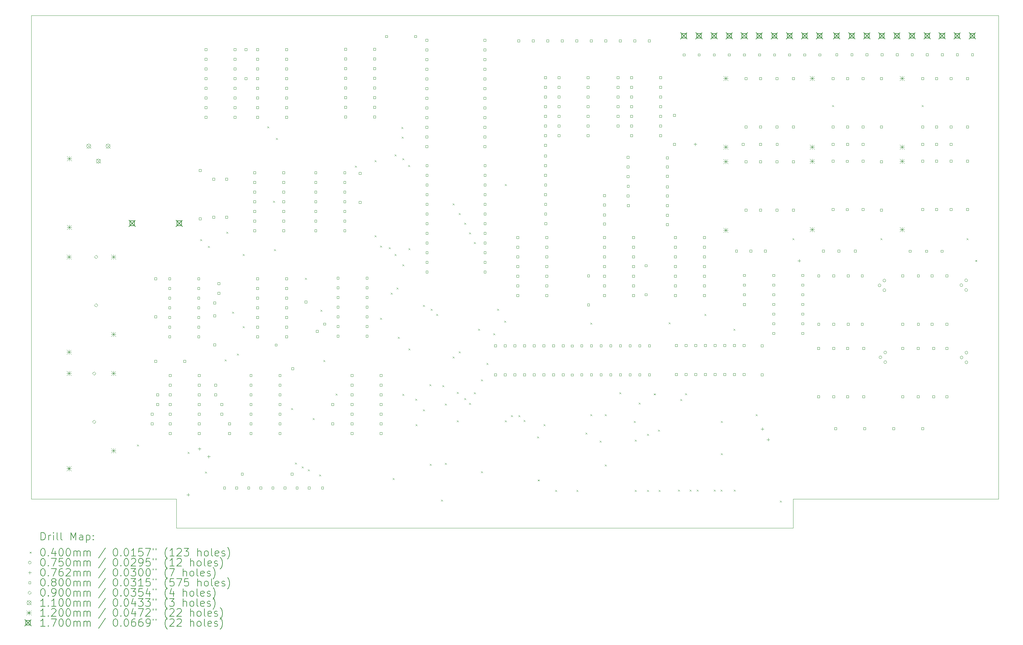
<source format=gbr>
%TF.GenerationSoftware,KiCad,Pcbnew,7.0.10*%
%TF.CreationDate,2024-03-23T14:15:11-04:00*%
%TF.ProjectId,MITS 88-2SIO,4d495453-2038-4382-9d32-53494f2e6b69,rev?*%
%TF.SameCoordinates,Original*%
%TF.FileFunction,Drillmap*%
%TF.FilePolarity,Positive*%
%FSLAX45Y45*%
G04 Gerber Fmt 4.5, Leading zero omitted, Abs format (unit mm)*
G04 Created by KiCad (PCBNEW 7.0.10) date 2024-03-23 14:15:11*
%MOMM*%
%LPD*%
G01*
G04 APERTURE LIST*
%ADD10C,0.100000*%
%ADD11C,0.200000*%
%ADD12C,0.110000*%
%ADD13C,0.120000*%
%ADD14C,0.170000*%
G04 APERTURE END LIST*
D10*
X22255000Y-15390000D02*
X27652500Y-15390000D01*
X27652500Y-2690000D02*
X27652500Y-15390000D01*
X2252500Y-2690000D02*
X27652500Y-2690000D01*
X22255000Y-15390000D02*
X22255000Y-16152000D01*
X6062500Y-16152000D02*
X22255000Y-16152000D01*
X2252500Y-2690000D02*
X2252500Y-15390000D01*
X6062500Y-15390000D02*
X6062500Y-16152000D01*
X2252500Y-15390000D02*
X6062500Y-15390000D01*
D11*
D10*
X5029520Y-13962700D02*
X5069520Y-14002700D01*
X5069520Y-13962700D02*
X5029520Y-14002700D01*
X6355400Y-14153200D02*
X6395400Y-14193200D01*
X6395400Y-14153200D02*
X6355400Y-14193200D01*
X6685600Y-8565200D02*
X6725600Y-8605200D01*
X6725600Y-8565200D02*
X6685600Y-8605200D01*
X6812600Y-14673900D02*
X6852600Y-14713900D01*
X6852600Y-14673900D02*
X6812600Y-14713900D01*
X6888800Y-8743000D02*
X6928800Y-8783000D01*
X6928800Y-8743000D02*
X6888800Y-8783000D01*
X7333300Y-11727500D02*
X7373300Y-11767500D01*
X7373300Y-11727500D02*
X7333300Y-11767500D01*
X7371400Y-8374700D02*
X7411400Y-8414700D01*
X7411400Y-8374700D02*
X7371400Y-8414700D01*
X7523800Y-10470200D02*
X7563800Y-10510200D01*
X7563800Y-10470200D02*
X7523800Y-10510200D01*
X7650800Y-11575100D02*
X7690800Y-11615100D01*
X7690800Y-11575100D02*
X7650800Y-11615100D01*
X7803200Y-8958900D02*
X7843200Y-8998900D01*
X7843200Y-8958900D02*
X7803200Y-8998900D01*
X7803200Y-10851200D02*
X7843200Y-10891200D01*
X7843200Y-10851200D02*
X7803200Y-10891200D01*
X8450900Y-5606100D02*
X8490900Y-5646100D01*
X8490900Y-5606100D02*
X8450900Y-5646100D01*
X8603300Y-7561900D02*
X8643300Y-7601900D01*
X8643300Y-7561900D02*
X8603300Y-7601900D01*
X8628700Y-8831900D02*
X8668700Y-8871900D01*
X8668700Y-8831900D02*
X8628700Y-8871900D01*
X8679500Y-5910900D02*
X8719500Y-5950900D01*
X8719500Y-5910900D02*
X8679500Y-5950900D01*
X9073200Y-13005120D02*
X9113200Y-13045120D01*
X9113200Y-13005120D02*
X9073200Y-13045120D01*
X9174800Y-14432600D02*
X9214800Y-14472600D01*
X9214800Y-14432600D02*
X9174800Y-14472600D01*
X9352600Y-14534200D02*
X9392600Y-14574200D01*
X9392600Y-14534200D02*
X9352600Y-14574200D01*
X9442516Y-9581200D02*
X9482516Y-9621200D01*
X9482516Y-9581200D02*
X9442516Y-9621200D01*
X9517700Y-14610400D02*
X9557700Y-14650400D01*
X9557700Y-14610400D02*
X9517700Y-14650400D01*
X9644700Y-13264200D02*
X9684700Y-13304200D01*
X9684700Y-13264200D02*
X9644700Y-13304200D01*
X9809800Y-14750100D02*
X9849800Y-14790100D01*
X9849800Y-14750100D02*
X9809800Y-14790100D01*
X9845360Y-10419400D02*
X9885360Y-10459400D01*
X9885360Y-10419400D02*
X9845360Y-10459400D01*
X9924100Y-11740200D02*
X9964100Y-11780200D01*
X9964100Y-11740200D02*
X9924100Y-11780200D01*
X10241600Y-12624120D02*
X10281600Y-12664120D01*
X10281600Y-12624120D02*
X10241600Y-12664120D01*
X10754680Y-6634800D02*
X10794680Y-6674800D01*
X10794680Y-6634800D02*
X10754680Y-6674800D01*
X11270300Y-6495100D02*
X11310300Y-6535100D01*
X11310300Y-6495100D02*
X11270300Y-6535100D01*
X11270300Y-8463600D02*
X11310300Y-8503600D01*
X11310300Y-8463600D02*
X11270300Y-8503600D01*
X11410000Y-8737920D02*
X11450000Y-8777920D01*
X11450000Y-8737920D02*
X11410000Y-8777920D01*
X11410000Y-10635300D02*
X11450000Y-10675300D01*
X11450000Y-10635300D02*
X11410000Y-10675300D01*
X11638600Y-8781100D02*
X11678600Y-8821100D01*
X11678600Y-8781100D02*
X11638600Y-8821100D01*
X11689400Y-9974900D02*
X11729400Y-10014900D01*
X11729400Y-9974900D02*
X11689400Y-10014900D01*
X11740200Y-14839000D02*
X11780200Y-14879000D01*
X11780200Y-14839000D02*
X11740200Y-14879000D01*
X11791000Y-6342700D02*
X11831000Y-6382700D01*
X11831000Y-6342700D02*
X11791000Y-6382700D01*
X11791000Y-8958900D02*
X11831000Y-8998900D01*
X11831000Y-8958900D02*
X11791000Y-8998900D01*
X11841800Y-9835200D02*
X11881800Y-9875200D01*
X11881800Y-9835200D02*
X11841800Y-9875200D01*
X11879900Y-11130600D02*
X11919900Y-11170600D01*
X11919900Y-11130600D02*
X11879900Y-11170600D01*
X11968800Y-5618800D02*
X12008800Y-5658800D01*
X12008800Y-5618800D02*
X11968800Y-5658800D01*
X11981500Y-5872800D02*
X12021500Y-5912800D01*
X12021500Y-5872800D02*
X11981500Y-5912800D01*
X11994200Y-6444300D02*
X12034200Y-6484300D01*
X12034200Y-6444300D02*
X11994200Y-6484300D01*
X11994200Y-9225600D02*
X12034200Y-9265600D01*
X12034200Y-9225600D02*
X11994200Y-9265600D01*
X11994200Y-12629200D02*
X12034200Y-12669200D01*
X12034200Y-12629200D02*
X11994200Y-12669200D01*
X12146600Y-6622100D02*
X12186600Y-6662100D01*
X12186600Y-6622100D02*
X12146600Y-6662100D01*
X12159300Y-8806500D02*
X12199300Y-8846500D01*
X12199300Y-8806500D02*
X12159300Y-8846500D01*
X12159300Y-11435400D02*
X12199300Y-11475400D01*
X12199300Y-11435400D02*
X12159300Y-11475400D01*
X12337100Y-12756200D02*
X12377100Y-12796200D01*
X12377100Y-12756200D02*
X12337100Y-12796200D01*
X12344720Y-13426760D02*
X12384720Y-13466760D01*
X12384720Y-13426760D02*
X12344720Y-13466760D01*
X12540300Y-10292400D02*
X12580300Y-10332400D01*
X12580300Y-10292400D02*
X12540300Y-10332400D01*
X12540300Y-13035600D02*
X12580300Y-13075600D01*
X12580300Y-13035600D02*
X12540300Y-13075600D01*
X12705400Y-12375200D02*
X12745400Y-12415200D01*
X12745400Y-12375200D02*
X12705400Y-12415200D01*
X12718100Y-14470700D02*
X12758100Y-14510700D01*
X12758100Y-14470700D02*
X12718100Y-14510700D01*
X12743500Y-10394000D02*
X12783500Y-10434000D01*
X12783500Y-10394000D02*
X12743500Y-10434000D01*
X12883200Y-10533700D02*
X12923200Y-10573700D01*
X12923200Y-10533700D02*
X12883200Y-10573700D01*
X13010200Y-15410500D02*
X13050200Y-15450500D01*
X13050200Y-15410500D02*
X13010200Y-15450500D01*
X13048300Y-12400600D02*
X13088300Y-12440600D01*
X13088300Y-12400600D02*
X13048300Y-12440600D01*
X13111800Y-12883200D02*
X13151800Y-12923200D01*
X13151800Y-12883200D02*
X13111800Y-12923200D01*
X13111800Y-14445300D02*
X13151800Y-14485300D01*
X13151800Y-14445300D02*
X13111800Y-14485300D01*
X13315000Y-7630480D02*
X13355000Y-7670480D01*
X13355000Y-7630480D02*
X13315000Y-7670480D01*
X13315000Y-11651300D02*
X13355000Y-11691300D01*
X13355000Y-11651300D02*
X13315000Y-11691300D01*
X13429300Y-12578400D02*
X13469300Y-12618400D01*
X13469300Y-12578400D02*
X13429300Y-12618400D01*
X13429300Y-13327700D02*
X13469300Y-13367700D01*
X13469300Y-13327700D02*
X13429300Y-13367700D01*
X13480100Y-7879400D02*
X13520100Y-7919400D01*
X13520100Y-7879400D02*
X13480100Y-7919400D01*
X13480100Y-11511600D02*
X13520100Y-11551600D01*
X13520100Y-11511600D02*
X13480100Y-11551600D01*
X13619800Y-8133400D02*
X13659800Y-8173400D01*
X13659800Y-8133400D02*
X13619800Y-8173400D01*
X13619800Y-12743500D02*
X13659800Y-12783500D01*
X13659800Y-12743500D02*
X13619800Y-12783500D01*
X13746800Y-8392480D02*
X13786800Y-8432480D01*
X13786800Y-8392480D02*
X13746800Y-8432480D01*
X13746800Y-12870500D02*
X13786800Y-12910500D01*
X13786800Y-12870500D02*
X13746800Y-12910500D01*
X13873800Y-8646480D02*
X13913800Y-8686480D01*
X13913800Y-8646480D02*
X13873800Y-8686480D01*
X13873800Y-12588560D02*
X13913800Y-12628560D01*
X13913800Y-12588560D02*
X13873800Y-12628560D01*
X13984000Y-10923000D02*
X14024000Y-10963000D01*
X14024000Y-10923000D02*
X13984000Y-10963000D01*
X14064300Y-12248200D02*
X14104300Y-12288200D01*
X14104300Y-12248200D02*
X14064300Y-12288200D01*
X14064300Y-14661200D02*
X14104300Y-14701200D01*
X14104300Y-14661200D02*
X14064300Y-14701200D01*
X14204000Y-11816400D02*
X14244000Y-11856400D01*
X14244000Y-11816400D02*
X14204000Y-11856400D01*
X14381800Y-11041700D02*
X14421800Y-11081700D01*
X14421800Y-11041700D02*
X14381800Y-11081700D01*
X14483400Y-10394000D02*
X14523400Y-10434000D01*
X14523400Y-10394000D02*
X14483400Y-10434000D01*
X14673900Y-10711500D02*
X14713900Y-10751500D01*
X14713900Y-10711500D02*
X14673900Y-10751500D01*
X14686600Y-7117400D02*
X14726600Y-7157400D01*
X14726600Y-7117400D02*
X14686600Y-7157400D01*
X14686600Y-13327700D02*
X14726600Y-13367700D01*
X14726600Y-13327700D02*
X14686600Y-13367700D01*
X14851700Y-13188000D02*
X14891700Y-13228000D01*
X14891700Y-13188000D02*
X14851700Y-13228000D01*
X15042200Y-13188000D02*
X15082200Y-13228000D01*
X15082200Y-13188000D02*
X15042200Y-13228000D01*
X15181900Y-13315000D02*
X15221900Y-13355000D01*
X15221900Y-13315000D02*
X15181900Y-13355000D01*
X15537500Y-13746800D02*
X15577500Y-13786800D01*
X15577500Y-13746800D02*
X15537500Y-13786800D01*
X15550000Y-14880000D02*
X15590000Y-14920000D01*
X15590000Y-14880000D02*
X15550000Y-14920000D01*
X15707680Y-13429294D02*
X15747680Y-13469294D01*
X15747680Y-13429294D02*
X15707680Y-13469294D01*
X16007400Y-15156500D02*
X16047400Y-15196500D01*
X16047400Y-15156500D02*
X16007400Y-15196500D01*
X16566200Y-15156500D02*
X16606200Y-15196500D01*
X16606200Y-15156500D02*
X16566200Y-15196500D01*
X16807500Y-13645200D02*
X16847500Y-13685200D01*
X16847500Y-13645200D02*
X16807500Y-13685200D01*
X16934500Y-10762300D02*
X16974500Y-10802300D01*
X16974500Y-10762300D02*
X16934500Y-10802300D01*
X16934500Y-13162600D02*
X16974500Y-13202600D01*
X16974500Y-13162600D02*
X16934500Y-13202600D01*
X17175800Y-13861100D02*
X17215800Y-13901100D01*
X17215800Y-13861100D02*
X17175800Y-13901100D01*
X17315500Y-13162600D02*
X17355500Y-13202600D01*
X17355500Y-13162600D02*
X17315500Y-13202600D01*
X17315500Y-14483400D02*
X17355500Y-14523400D01*
X17355500Y-14483400D02*
X17315500Y-14523400D01*
X17696500Y-12591100D02*
X17736500Y-12631100D01*
X17736500Y-12591100D02*
X17696500Y-12631100D01*
X18074960Y-13340400D02*
X18114960Y-13380400D01*
X18114960Y-13340400D02*
X18074960Y-13380400D01*
X18102900Y-13835700D02*
X18142900Y-13875700D01*
X18142900Y-13835700D02*
X18102900Y-13875700D01*
X18102900Y-15156500D02*
X18142900Y-15196500D01*
X18142900Y-15156500D02*
X18102900Y-15196500D01*
X18204500Y-12857800D02*
X18244500Y-12897800D01*
X18244500Y-12857800D02*
X18204500Y-12897800D01*
X18420400Y-13683300D02*
X18460400Y-13723300D01*
X18460400Y-13683300D02*
X18420400Y-13723300D01*
X18420400Y-15156500D02*
X18460400Y-15196500D01*
X18460400Y-15156500D02*
X18420400Y-15196500D01*
X18598200Y-12619040D02*
X18638200Y-12659040D01*
X18638200Y-12619040D02*
X18598200Y-12659040D01*
X18712500Y-13569000D02*
X18752500Y-13609000D01*
X18752500Y-13569000D02*
X18712500Y-13609000D01*
X18725200Y-15156500D02*
X18765200Y-15196500D01*
X18765200Y-15156500D02*
X18725200Y-15196500D01*
X18991900Y-10749600D02*
X19031900Y-10789600D01*
X19031900Y-10749600D02*
X18991900Y-10789600D01*
X19233200Y-15143800D02*
X19273200Y-15183800D01*
X19273200Y-15143800D02*
X19233200Y-15183800D01*
X19296700Y-12768900D02*
X19336700Y-12808900D01*
X19336700Y-12768900D02*
X19296700Y-12808900D01*
X19423700Y-12616500D02*
X19463700Y-12656500D01*
X19463700Y-12616500D02*
X19423700Y-12656500D01*
X19538000Y-15143800D02*
X19578000Y-15183800D01*
X19578000Y-15143800D02*
X19538000Y-15183800D01*
X19728500Y-15143800D02*
X19768500Y-15183800D01*
X19768500Y-15143800D02*
X19728500Y-15183800D01*
X19931700Y-10533700D02*
X19971700Y-10573700D01*
X19971700Y-10533700D02*
X19931700Y-10573700D01*
X20173000Y-15143800D02*
X20213000Y-15183800D01*
X20213000Y-15143800D02*
X20173000Y-15183800D01*
X20350800Y-15143800D02*
X20390800Y-15183800D01*
X20390800Y-15143800D02*
X20350800Y-15183800D01*
X20363500Y-13340400D02*
X20403500Y-13380400D01*
X20403500Y-13340400D02*
X20363500Y-13380400D01*
X20363500Y-14191300D02*
X20403500Y-14231300D01*
X20403500Y-14191300D02*
X20363500Y-14231300D01*
X20693700Y-10922320D02*
X20733700Y-10962320D01*
X20733700Y-10922320D02*
X20693700Y-10962320D01*
X20701320Y-15143800D02*
X20741320Y-15183800D01*
X20741320Y-15143800D02*
X20701320Y-15183800D01*
X21277900Y-13162600D02*
X21317900Y-13202600D01*
X21317900Y-13162600D02*
X21277900Y-13202600D01*
X21909000Y-15434000D02*
X21949000Y-15474000D01*
X21949000Y-15434000D02*
X21909000Y-15474000D01*
X22243100Y-8539800D02*
X22283100Y-8579800D01*
X22283100Y-8539800D02*
X22243100Y-8579800D01*
X23284500Y-5047300D02*
X23324500Y-5087300D01*
X23324500Y-5047300D02*
X23284500Y-5087300D01*
X24554000Y-8540000D02*
X24594000Y-8580000D01*
X24594000Y-8540000D02*
X24554000Y-8580000D01*
X25634000Y-5047300D02*
X25674000Y-5087300D01*
X25674000Y-5047300D02*
X25634000Y-5087300D01*
X26815100Y-8539800D02*
X26855100Y-8579800D01*
X26855100Y-8539800D02*
X26815100Y-8579800D01*
X27041160Y-9113840D02*
X27081160Y-9153840D01*
X27081160Y-9113840D02*
X27041160Y-9153840D01*
X24563740Y-9779000D02*
G75*
G03*
X24488740Y-9779000I-37500J0D01*
G01*
X24488740Y-9779000D02*
G75*
G03*
X24563740Y-9779000I37500J0D01*
G01*
X24586600Y-11668760D02*
G75*
G03*
X24511600Y-11668760I-37500J0D01*
G01*
X24511600Y-11668760D02*
G75*
G03*
X24586600Y-11668760I37500J0D01*
G01*
X24690740Y-9652000D02*
G75*
G03*
X24615740Y-9652000I-37500J0D01*
G01*
X24615740Y-9652000D02*
G75*
G03*
X24690740Y-9652000I37500J0D01*
G01*
X24690740Y-9906000D02*
G75*
G03*
X24615740Y-9906000I-37500J0D01*
G01*
X24615740Y-9906000D02*
G75*
G03*
X24690740Y-9906000I37500J0D01*
G01*
X24713600Y-11541760D02*
G75*
G03*
X24638600Y-11541760I-37500J0D01*
G01*
X24638600Y-11541760D02*
G75*
G03*
X24713600Y-11541760I37500J0D01*
G01*
X24713600Y-11795760D02*
G75*
G03*
X24638600Y-11795760I-37500J0D01*
G01*
X24638600Y-11795760D02*
G75*
G03*
X24713600Y-11795760I37500J0D01*
G01*
X26712580Y-9773920D02*
G75*
G03*
X26637580Y-9773920I-37500J0D01*
G01*
X26637580Y-9773920D02*
G75*
G03*
X26712580Y-9773920I37500J0D01*
G01*
X26717660Y-11673840D02*
G75*
G03*
X26642660Y-11673840I-37500J0D01*
G01*
X26642660Y-11673840D02*
G75*
G03*
X26717660Y-11673840I37500J0D01*
G01*
X26839580Y-9646920D02*
G75*
G03*
X26764580Y-9646920I-37500J0D01*
G01*
X26764580Y-9646920D02*
G75*
G03*
X26839580Y-9646920I37500J0D01*
G01*
X26839580Y-9900920D02*
G75*
G03*
X26764580Y-9900920I-37500J0D01*
G01*
X26764580Y-9900920D02*
G75*
G03*
X26839580Y-9900920I37500J0D01*
G01*
X26844660Y-11546840D02*
G75*
G03*
X26769660Y-11546840I-37500J0D01*
G01*
X26769660Y-11546840D02*
G75*
G03*
X26844660Y-11546840I37500J0D01*
G01*
X26844660Y-11800840D02*
G75*
G03*
X26769660Y-11800840I-37500J0D01*
G01*
X26769660Y-11800840D02*
G75*
G03*
X26844660Y-11800840I37500J0D01*
G01*
X6370000Y-15241900D02*
X6370000Y-15318100D01*
X6331900Y-15280000D02*
X6408100Y-15280000D01*
X6667500Y-14033500D02*
X6667500Y-14109700D01*
X6629400Y-14071600D02*
X6705600Y-14071600D01*
X6908800Y-14236700D02*
X6908800Y-14312900D01*
X6870700Y-14274800D02*
X6946900Y-14274800D01*
X19685000Y-6032500D02*
X19685000Y-6108700D01*
X19646900Y-6070600D02*
X19723100Y-6070600D01*
X21450300Y-13512800D02*
X21450300Y-13589000D01*
X21412200Y-13550900D02*
X21488400Y-13550900D01*
X21602700Y-13792200D02*
X21602700Y-13868400D01*
X21564600Y-13830300D02*
X21640800Y-13830300D01*
X22415500Y-9093200D02*
X22415500Y-9169400D01*
X22377400Y-9131300D02*
X22453600Y-9131300D01*
X5451185Y-13185484D02*
X5451185Y-13128915D01*
X5394616Y-13128915D01*
X5394616Y-13185484D01*
X5451185Y-13185484D01*
X5451185Y-13439484D02*
X5451185Y-13382915D01*
X5394616Y-13382915D01*
X5394616Y-13439484D01*
X5451185Y-13439484D01*
X5540085Y-9629485D02*
X5540085Y-9572916D01*
X5483516Y-9572916D01*
X5483516Y-9629485D01*
X5540085Y-9629485D01*
X5540085Y-10632785D02*
X5540085Y-10576216D01*
X5483516Y-10576216D01*
X5483516Y-10632785D01*
X5540085Y-10632785D01*
X5540085Y-11801184D02*
X5540085Y-11744615D01*
X5483516Y-11744615D01*
X5483516Y-11801184D01*
X5540085Y-11801184D01*
X5590885Y-12677484D02*
X5590885Y-12620915D01*
X5534316Y-12620915D01*
X5534316Y-12677484D01*
X5590885Y-12677484D01*
X5590885Y-12931484D02*
X5590885Y-12874915D01*
X5534316Y-12874915D01*
X5534316Y-12931484D01*
X5590885Y-12931484D01*
X5910924Y-9629485D02*
X5910924Y-9572916D01*
X5854355Y-9572916D01*
X5854355Y-9629485D01*
X5910924Y-9629485D01*
X5910924Y-9883485D02*
X5910924Y-9826916D01*
X5854355Y-9826916D01*
X5854355Y-9883485D01*
X5910924Y-9883485D01*
X5910924Y-10137485D02*
X5910924Y-10080916D01*
X5854355Y-10080916D01*
X5854355Y-10137485D01*
X5910924Y-10137485D01*
X5910924Y-10391485D02*
X5910924Y-10334916D01*
X5854355Y-10334916D01*
X5854355Y-10391485D01*
X5910924Y-10391485D01*
X5910924Y-10645485D02*
X5910924Y-10588916D01*
X5854355Y-10588916D01*
X5854355Y-10645485D01*
X5910924Y-10645485D01*
X5910924Y-10899485D02*
X5910924Y-10842916D01*
X5854355Y-10842916D01*
X5854355Y-10899485D01*
X5910924Y-10899485D01*
X5910924Y-11153485D02*
X5910924Y-11096916D01*
X5854355Y-11096916D01*
X5854355Y-11153485D01*
X5910924Y-11153485D01*
X5926164Y-12169484D02*
X5926164Y-12112915D01*
X5869595Y-12112915D01*
X5869595Y-12169484D01*
X5926164Y-12169484D01*
X5926164Y-12423484D02*
X5926164Y-12366915D01*
X5869595Y-12366915D01*
X5869595Y-12423484D01*
X5926164Y-12423484D01*
X5926164Y-12677484D02*
X5926164Y-12620915D01*
X5869595Y-12620915D01*
X5869595Y-12677484D01*
X5926164Y-12677484D01*
X5926164Y-12931484D02*
X5926164Y-12874915D01*
X5869595Y-12874915D01*
X5869595Y-12931484D01*
X5926164Y-12931484D01*
X5926164Y-13185484D02*
X5926164Y-13128915D01*
X5869595Y-13128915D01*
X5869595Y-13185484D01*
X5926164Y-13185484D01*
X5926164Y-13439484D02*
X5926164Y-13382915D01*
X5869595Y-13382915D01*
X5869595Y-13439484D01*
X5926164Y-13439484D01*
X5926164Y-13693484D02*
X5926164Y-13636915D01*
X5869595Y-13636915D01*
X5869595Y-13693484D01*
X5926164Y-13693484D01*
X6302084Y-11801184D02*
X6302084Y-11744615D01*
X6245515Y-11744615D01*
X6245515Y-11801184D01*
X6302084Y-11801184D01*
X6672924Y-9629485D02*
X6672924Y-9572916D01*
X6616355Y-9572916D01*
X6616355Y-9629485D01*
X6672924Y-9629485D01*
X6672924Y-9883485D02*
X6672924Y-9826916D01*
X6616355Y-9826916D01*
X6616355Y-9883485D01*
X6672924Y-9883485D01*
X6672924Y-10137485D02*
X6672924Y-10080916D01*
X6616355Y-10080916D01*
X6616355Y-10137485D01*
X6672924Y-10137485D01*
X6672924Y-10391485D02*
X6672924Y-10334916D01*
X6616355Y-10334916D01*
X6616355Y-10391485D01*
X6672924Y-10391485D01*
X6672924Y-10645485D02*
X6672924Y-10588916D01*
X6616355Y-10588916D01*
X6616355Y-10645485D01*
X6672924Y-10645485D01*
X6672924Y-10899485D02*
X6672924Y-10842916D01*
X6616355Y-10842916D01*
X6616355Y-10899485D01*
X6672924Y-10899485D01*
X6672924Y-11153485D02*
X6672924Y-11096916D01*
X6616355Y-11096916D01*
X6616355Y-11153485D01*
X6672924Y-11153485D01*
X6688164Y-12169484D02*
X6688164Y-12112915D01*
X6631595Y-12112915D01*
X6631595Y-12169484D01*
X6688164Y-12169484D01*
X6688164Y-12423484D02*
X6688164Y-12366915D01*
X6631595Y-12366915D01*
X6631595Y-12423484D01*
X6688164Y-12423484D01*
X6688164Y-12677484D02*
X6688164Y-12620915D01*
X6631595Y-12620915D01*
X6631595Y-12677484D01*
X6688164Y-12677484D01*
X6688164Y-12931484D02*
X6688164Y-12874915D01*
X6631595Y-12874915D01*
X6631595Y-12931484D01*
X6688164Y-12931484D01*
X6688164Y-13185484D02*
X6688164Y-13128915D01*
X6631595Y-13128915D01*
X6631595Y-13185484D01*
X6688164Y-13185484D01*
X6688164Y-13439484D02*
X6688164Y-13382915D01*
X6631595Y-13382915D01*
X6631595Y-13439484D01*
X6688164Y-13439484D01*
X6688164Y-13693484D02*
X6688164Y-13636915D01*
X6631595Y-13636915D01*
X6631595Y-13693484D01*
X6688164Y-13693484D01*
X6708484Y-6784684D02*
X6708484Y-6728115D01*
X6651915Y-6728115D01*
X6651915Y-6784684D01*
X6708484Y-6784684D01*
X6708484Y-8054684D02*
X6708484Y-7998115D01*
X6651915Y-7998115D01*
X6651915Y-8054684D01*
X6708484Y-8054684D01*
X6860884Y-3609684D02*
X6860884Y-3553115D01*
X6804315Y-3553115D01*
X6804315Y-3609684D01*
X6860884Y-3609684D01*
X6860884Y-3863684D02*
X6860884Y-3807115D01*
X6804315Y-3807115D01*
X6804315Y-3863684D01*
X6860884Y-3863684D01*
X6860884Y-4117684D02*
X6860884Y-4061115D01*
X6804315Y-4061115D01*
X6804315Y-4117684D01*
X6860884Y-4117684D01*
X6860884Y-4371685D02*
X6860884Y-4315116D01*
X6804315Y-4315116D01*
X6804315Y-4371685D01*
X6860884Y-4371685D01*
X6860884Y-4625685D02*
X6860884Y-4569116D01*
X6804315Y-4569116D01*
X6804315Y-4625685D01*
X6860884Y-4625685D01*
X6860884Y-4879685D02*
X6860884Y-4823116D01*
X6804315Y-4823116D01*
X6804315Y-4879685D01*
X6860884Y-4879685D01*
X6860884Y-5133685D02*
X6860884Y-5077116D01*
X6804315Y-5077116D01*
X6804315Y-5133685D01*
X6860884Y-5133685D01*
X6860884Y-5387685D02*
X6860884Y-5331116D01*
X6804315Y-5331116D01*
X6804315Y-5387685D01*
X6860884Y-5387685D01*
X7064084Y-7016584D02*
X7064084Y-6960015D01*
X7007515Y-6960015D01*
X7007515Y-7016584D01*
X7064084Y-7016584D01*
X7064084Y-8016584D02*
X7064084Y-7960015D01*
X7007515Y-7960015D01*
X7007515Y-8016584D01*
X7064084Y-8016584D01*
X7089484Y-10264485D02*
X7089484Y-10207916D01*
X7032915Y-10207916D01*
X7032915Y-10264485D01*
X7089484Y-10264485D01*
X7089484Y-10607385D02*
X7089484Y-10550816D01*
X7032915Y-10550816D01*
X7032915Y-10607385D01*
X7089484Y-10607385D01*
X7089484Y-11369384D02*
X7089484Y-11312815D01*
X7032915Y-11312815D01*
X7032915Y-11369384D01*
X7089484Y-11369384D01*
X7114884Y-12423484D02*
X7114884Y-12366915D01*
X7058315Y-12366915D01*
X7058315Y-12423484D01*
X7114884Y-12423484D01*
X7114884Y-12677484D02*
X7114884Y-12620915D01*
X7058315Y-12620915D01*
X7058315Y-12677484D01*
X7114884Y-12677484D01*
X7203784Y-9756485D02*
X7203784Y-9699916D01*
X7147215Y-9699916D01*
X7147215Y-9756485D01*
X7203784Y-9756485D01*
X7203784Y-10010485D02*
X7203784Y-9953916D01*
X7147215Y-9953916D01*
X7147215Y-10010485D01*
X7203784Y-10010485D01*
X7279984Y-12931484D02*
X7279984Y-12874915D01*
X7223415Y-12874915D01*
X7223415Y-12931484D01*
X7279984Y-12931484D01*
X7279984Y-13185484D02*
X7279984Y-13128915D01*
X7223415Y-13128915D01*
X7223415Y-13185484D01*
X7279984Y-13185484D01*
X7351104Y-15127284D02*
X7351104Y-15070715D01*
X7294535Y-15070715D01*
X7294535Y-15127284D01*
X7351104Y-15127284D01*
X7404444Y-7016584D02*
X7404444Y-6960015D01*
X7347875Y-6960015D01*
X7347875Y-7016584D01*
X7404444Y-7016584D01*
X7404444Y-8016584D02*
X7404444Y-7960015D01*
X7347875Y-7960015D01*
X7347875Y-8016584D01*
X7404444Y-8016584D01*
X7483184Y-13439484D02*
X7483184Y-13382915D01*
X7426615Y-13382915D01*
X7426615Y-13439484D01*
X7483184Y-13439484D01*
X7483184Y-13693484D02*
X7483184Y-13636915D01*
X7426615Y-13636915D01*
X7426615Y-13693484D01*
X7483184Y-13693484D01*
X7622884Y-3609684D02*
X7622884Y-3553115D01*
X7566315Y-3553115D01*
X7566315Y-3609684D01*
X7622884Y-3609684D01*
X7622884Y-3863684D02*
X7622884Y-3807115D01*
X7566315Y-3807115D01*
X7566315Y-3863684D01*
X7622884Y-3863684D01*
X7622884Y-4117684D02*
X7622884Y-4061115D01*
X7566315Y-4061115D01*
X7566315Y-4117684D01*
X7622884Y-4117684D01*
X7622884Y-4371685D02*
X7622884Y-4315116D01*
X7566315Y-4315116D01*
X7566315Y-4371685D01*
X7622884Y-4371685D01*
X7622884Y-4625685D02*
X7622884Y-4569116D01*
X7566315Y-4569116D01*
X7566315Y-4625685D01*
X7622884Y-4625685D01*
X7622884Y-4879685D02*
X7622884Y-4823116D01*
X7566315Y-4823116D01*
X7566315Y-4879685D01*
X7622884Y-4879685D01*
X7622884Y-5133685D02*
X7622884Y-5077116D01*
X7566315Y-5077116D01*
X7566315Y-5133685D01*
X7622884Y-5133685D01*
X7622884Y-5387685D02*
X7622884Y-5331116D01*
X7566315Y-5331116D01*
X7566315Y-5387685D01*
X7622884Y-5387685D01*
X7668604Y-15127284D02*
X7668604Y-15070715D01*
X7612035Y-15070715D01*
X7612035Y-15127284D01*
X7668604Y-15127284D01*
X7815924Y-14760284D02*
X7815924Y-14703715D01*
X7759355Y-14703715D01*
X7759355Y-14760284D01*
X7815924Y-14760284D01*
X7914985Y-3609684D02*
X7914985Y-3553115D01*
X7858416Y-3553115D01*
X7858416Y-3609684D01*
X7914985Y-3609684D01*
X7914985Y-4371684D02*
X7914985Y-4315115D01*
X7858416Y-4315115D01*
X7858416Y-4371684D01*
X7914985Y-4371684D01*
X7986104Y-15127284D02*
X7986104Y-15070715D01*
X7929535Y-15070715D01*
X7929535Y-15127284D01*
X7986104Y-15127284D01*
X8044524Y-12169484D02*
X8044524Y-12112915D01*
X7987955Y-12112915D01*
X7987955Y-12169484D01*
X8044524Y-12169484D01*
X8044524Y-12423484D02*
X8044524Y-12366915D01*
X7987955Y-12366915D01*
X7987955Y-12423484D01*
X8044524Y-12423484D01*
X8044524Y-12677484D02*
X8044524Y-12620915D01*
X7987955Y-12620915D01*
X7987955Y-12677484D01*
X8044524Y-12677484D01*
X8044524Y-12931484D02*
X8044524Y-12874915D01*
X7987955Y-12874915D01*
X7987955Y-12931484D01*
X8044524Y-12931484D01*
X8044524Y-13185484D02*
X8044524Y-13128915D01*
X7987955Y-13128915D01*
X7987955Y-13185484D01*
X8044524Y-13185484D01*
X8044524Y-13439484D02*
X8044524Y-13382915D01*
X7987955Y-13382915D01*
X7987955Y-13439484D01*
X8044524Y-13439484D01*
X8044524Y-13693484D02*
X8044524Y-13636915D01*
X7987955Y-13636915D01*
X7987955Y-13693484D01*
X8044524Y-13693484D01*
X8143584Y-6848184D02*
X8143584Y-6791615D01*
X8087015Y-6791615D01*
X8087015Y-6848184D01*
X8143584Y-6848184D01*
X8143584Y-7102184D02*
X8143584Y-7045615D01*
X8087015Y-7045615D01*
X8087015Y-7102184D01*
X8143584Y-7102184D01*
X8143584Y-7356184D02*
X8143584Y-7299615D01*
X8087015Y-7299615D01*
X8087015Y-7356184D01*
X8143584Y-7356184D01*
X8143584Y-7610184D02*
X8143584Y-7553615D01*
X8087015Y-7553615D01*
X8087015Y-7610184D01*
X8143584Y-7610184D01*
X8143584Y-7864184D02*
X8143584Y-7807615D01*
X8087015Y-7807615D01*
X8087015Y-7864184D01*
X8143584Y-7864184D01*
X8143584Y-8118184D02*
X8143584Y-8061615D01*
X8087015Y-8061615D01*
X8087015Y-8118184D01*
X8143584Y-8118184D01*
X8143584Y-8372184D02*
X8143584Y-8315615D01*
X8087015Y-8315615D01*
X8087015Y-8372184D01*
X8143584Y-8372184D01*
X8219784Y-3609684D02*
X8219784Y-3553115D01*
X8163215Y-3553115D01*
X8163215Y-3609684D01*
X8219784Y-3609684D01*
X8219784Y-3863684D02*
X8219784Y-3807115D01*
X8163215Y-3807115D01*
X8163215Y-3863684D01*
X8219784Y-3863684D01*
X8219784Y-4117684D02*
X8219784Y-4061115D01*
X8163215Y-4061115D01*
X8163215Y-4117684D01*
X8219784Y-4117684D01*
X8219784Y-4371685D02*
X8219784Y-4315116D01*
X8163215Y-4315116D01*
X8163215Y-4371685D01*
X8219784Y-4371685D01*
X8219784Y-4625685D02*
X8219784Y-4569116D01*
X8163215Y-4569116D01*
X8163215Y-4625685D01*
X8219784Y-4625685D01*
X8219784Y-4879685D02*
X8219784Y-4823116D01*
X8163215Y-4823116D01*
X8163215Y-4879685D01*
X8219784Y-4879685D01*
X8219784Y-5133685D02*
X8219784Y-5077116D01*
X8163215Y-5077116D01*
X8163215Y-5133685D01*
X8219784Y-5133685D01*
X8219784Y-5387685D02*
X8219784Y-5331116D01*
X8163215Y-5331116D01*
X8163215Y-5387685D01*
X8219784Y-5387685D01*
X8219784Y-9629485D02*
X8219784Y-9572916D01*
X8163215Y-9572916D01*
X8163215Y-9629485D01*
X8219784Y-9629485D01*
X8219784Y-9883485D02*
X8219784Y-9826916D01*
X8163215Y-9826916D01*
X8163215Y-9883485D01*
X8219784Y-9883485D01*
X8219784Y-10137485D02*
X8219784Y-10080916D01*
X8163215Y-10080916D01*
X8163215Y-10137485D01*
X8219784Y-10137485D01*
X8219784Y-10391485D02*
X8219784Y-10334916D01*
X8163215Y-10334916D01*
X8163215Y-10391485D01*
X8219784Y-10391485D01*
X8219784Y-10645485D02*
X8219784Y-10588916D01*
X8163215Y-10588916D01*
X8163215Y-10645485D01*
X8219784Y-10645485D01*
X8219784Y-10899485D02*
X8219784Y-10842916D01*
X8163215Y-10842916D01*
X8163215Y-10899485D01*
X8219784Y-10899485D01*
X8219784Y-11153485D02*
X8219784Y-11096916D01*
X8163215Y-11096916D01*
X8163215Y-11153485D01*
X8219784Y-11153485D01*
X8303604Y-15127284D02*
X8303604Y-15070715D01*
X8247035Y-15070715D01*
X8247035Y-15127284D01*
X8303604Y-15127284D01*
X8621105Y-15127284D02*
X8621105Y-15070715D01*
X8564536Y-15070715D01*
X8564536Y-15127284D01*
X8621105Y-15127284D01*
X8704925Y-11371924D02*
X8704925Y-11315355D01*
X8648356Y-11315355D01*
X8648356Y-11371924D01*
X8704925Y-11371924D01*
X8806525Y-12169484D02*
X8806525Y-12112915D01*
X8749956Y-12112915D01*
X8749956Y-12169484D01*
X8806525Y-12169484D01*
X8806525Y-12423484D02*
X8806525Y-12366915D01*
X8749956Y-12366915D01*
X8749956Y-12423484D01*
X8806525Y-12423484D01*
X8806525Y-12677484D02*
X8806525Y-12620915D01*
X8749956Y-12620915D01*
X8749956Y-12677484D01*
X8806525Y-12677484D01*
X8806525Y-12931484D02*
X8806525Y-12874915D01*
X8749956Y-12874915D01*
X8749956Y-12931484D01*
X8806525Y-12931484D01*
X8806525Y-13185484D02*
X8806525Y-13128915D01*
X8749956Y-13128915D01*
X8749956Y-13185484D01*
X8806525Y-13185484D01*
X8806525Y-13439484D02*
X8806525Y-13382915D01*
X8749956Y-13382915D01*
X8749956Y-13439484D01*
X8806525Y-13439484D01*
X8806525Y-13693484D02*
X8806525Y-13636915D01*
X8749956Y-13636915D01*
X8749956Y-13693484D01*
X8806525Y-13693484D01*
X8905585Y-6848184D02*
X8905585Y-6791615D01*
X8849016Y-6791615D01*
X8849016Y-6848184D01*
X8905585Y-6848184D01*
X8905585Y-7102184D02*
X8905585Y-7045615D01*
X8849016Y-7045615D01*
X8849016Y-7102184D01*
X8905585Y-7102184D01*
X8905585Y-7356184D02*
X8905585Y-7299615D01*
X8849016Y-7299615D01*
X8849016Y-7356184D01*
X8905585Y-7356184D01*
X8905585Y-7610184D02*
X8905585Y-7553615D01*
X8849016Y-7553615D01*
X8849016Y-7610184D01*
X8905585Y-7610184D01*
X8905585Y-7864184D02*
X8905585Y-7807615D01*
X8849016Y-7807615D01*
X8849016Y-7864184D01*
X8905585Y-7864184D01*
X8905585Y-8118184D02*
X8905585Y-8061615D01*
X8849016Y-8061615D01*
X8849016Y-8118184D01*
X8905585Y-8118184D01*
X8905585Y-8372184D02*
X8905585Y-8315615D01*
X8849016Y-8315615D01*
X8849016Y-8372184D01*
X8905585Y-8372184D01*
X8938605Y-15126044D02*
X8938605Y-15069475D01*
X8882036Y-15069475D01*
X8882036Y-15126044D01*
X8938605Y-15126044D01*
X8981785Y-3609684D02*
X8981785Y-3553115D01*
X8925216Y-3553115D01*
X8925216Y-3609684D01*
X8981785Y-3609684D01*
X8981785Y-3863684D02*
X8981785Y-3807115D01*
X8925216Y-3807115D01*
X8925216Y-3863684D01*
X8981785Y-3863684D01*
X8981785Y-4117684D02*
X8981785Y-4061115D01*
X8925216Y-4061115D01*
X8925216Y-4117684D01*
X8981785Y-4117684D01*
X8981785Y-4371685D02*
X8981785Y-4315116D01*
X8925216Y-4315116D01*
X8925216Y-4371685D01*
X8981785Y-4371685D01*
X8981785Y-4625685D02*
X8981785Y-4569116D01*
X8925216Y-4569116D01*
X8925216Y-4625685D01*
X8981785Y-4625685D01*
X8981785Y-4879685D02*
X8981785Y-4823116D01*
X8925216Y-4823116D01*
X8925216Y-4879685D01*
X8981785Y-4879685D01*
X8981785Y-5133685D02*
X8981785Y-5077116D01*
X8925216Y-5077116D01*
X8925216Y-5133685D01*
X8981785Y-5133685D01*
X8981785Y-5387685D02*
X8981785Y-5331116D01*
X8925216Y-5331116D01*
X8925216Y-5387685D01*
X8981785Y-5387685D01*
X8981785Y-9629485D02*
X8981785Y-9572916D01*
X8925216Y-9572916D01*
X8925216Y-9629485D01*
X8981785Y-9629485D01*
X8981785Y-9883485D02*
X8981785Y-9826916D01*
X8925216Y-9826916D01*
X8925216Y-9883485D01*
X8981785Y-9883485D01*
X8981785Y-10137485D02*
X8981785Y-10080916D01*
X8925216Y-10080916D01*
X8925216Y-10137485D01*
X8981785Y-10137485D01*
X8981785Y-10391485D02*
X8981785Y-10334916D01*
X8925216Y-10334916D01*
X8925216Y-10391485D01*
X8981785Y-10391485D01*
X8981785Y-10645485D02*
X8981785Y-10588916D01*
X8925216Y-10588916D01*
X8925216Y-10645485D01*
X8981785Y-10645485D01*
X8981785Y-10899485D02*
X8981785Y-10842916D01*
X8925216Y-10842916D01*
X8925216Y-10899485D01*
X8981785Y-10899485D01*
X8981785Y-11153485D02*
X8981785Y-11096916D01*
X8925216Y-11096916D01*
X8925216Y-11153485D01*
X8981785Y-11153485D01*
X9121485Y-14760284D02*
X9121485Y-14703715D01*
X9064916Y-14703715D01*
X9064916Y-14760284D01*
X9121485Y-14760284D01*
X9141990Y-11996118D02*
X9141990Y-11939549D01*
X9085421Y-11939549D01*
X9085421Y-11996118D01*
X9141990Y-11996118D01*
X9256105Y-15127284D02*
X9256105Y-15070715D01*
X9199536Y-15070715D01*
X9199536Y-15127284D01*
X9256105Y-15127284D01*
X9489785Y-10239085D02*
X9489785Y-10182516D01*
X9433216Y-10182516D01*
X9433216Y-10239085D01*
X9489785Y-10239085D01*
X9573325Y-15127284D02*
X9573325Y-15070715D01*
X9516756Y-15070715D01*
X9516756Y-15127284D01*
X9573325Y-15127284D01*
X9746325Y-6848184D02*
X9746325Y-6791615D01*
X9689756Y-6791615D01*
X9689756Y-6848184D01*
X9746325Y-6848184D01*
X9746325Y-7102184D02*
X9746325Y-7045615D01*
X9689756Y-7045615D01*
X9689756Y-7102184D01*
X9746325Y-7102184D01*
X9746325Y-7356184D02*
X9746325Y-7299615D01*
X9689756Y-7299615D01*
X9689756Y-7356184D01*
X9746325Y-7356184D01*
X9746325Y-7610184D02*
X9746325Y-7553615D01*
X9689756Y-7553615D01*
X9689756Y-7610184D01*
X9746325Y-7610184D01*
X9746325Y-7864184D02*
X9746325Y-7807615D01*
X9689756Y-7807615D01*
X9689756Y-7864184D01*
X9746325Y-7864184D01*
X9746325Y-8118184D02*
X9746325Y-8061615D01*
X9689756Y-8061615D01*
X9689756Y-8118184D01*
X9746325Y-8118184D01*
X9746325Y-8372184D02*
X9746325Y-8315615D01*
X9689756Y-8315615D01*
X9689756Y-8372184D01*
X9746325Y-8372184D01*
X9781885Y-11013785D02*
X9781885Y-10957216D01*
X9725316Y-10957216D01*
X9725316Y-11013785D01*
X9781885Y-11013785D01*
X9924125Y-15127284D02*
X9924125Y-15070715D01*
X9867556Y-15070715D01*
X9867556Y-15127284D01*
X9924125Y-15127284D01*
X9979589Y-10822810D02*
X9979589Y-10766241D01*
X9923020Y-10766241D01*
X9923020Y-10822810D01*
X9979589Y-10822810D01*
X10188285Y-12931484D02*
X10188285Y-12874915D01*
X10131716Y-12874915D01*
X10131716Y-12931484D01*
X10188285Y-12931484D01*
X10188285Y-13439484D02*
X10188285Y-13382915D01*
X10131716Y-13382915D01*
X10131716Y-13439484D01*
X10188285Y-13439484D01*
X10330525Y-9616785D02*
X10330525Y-9560216D01*
X10273956Y-9560216D01*
X10273956Y-9616785D01*
X10330525Y-9616785D01*
X10330525Y-9870785D02*
X10330525Y-9814216D01*
X10273956Y-9814216D01*
X10273956Y-9870785D01*
X10330525Y-9870785D01*
X10330525Y-10124785D02*
X10330525Y-10068216D01*
X10273956Y-10068216D01*
X10273956Y-10124785D01*
X10330525Y-10124785D01*
X10330525Y-10378785D02*
X10330525Y-10322216D01*
X10273956Y-10322216D01*
X10273956Y-10378785D01*
X10330525Y-10378785D01*
X10330525Y-10632785D02*
X10330525Y-10576216D01*
X10273956Y-10576216D01*
X10273956Y-10632785D01*
X10330525Y-10632785D01*
X10330525Y-10886785D02*
X10330525Y-10830216D01*
X10273956Y-10830216D01*
X10273956Y-10886785D01*
X10330525Y-10886785D01*
X10330525Y-11140785D02*
X10330525Y-11084216D01*
X10273956Y-11084216D01*
X10273956Y-11140785D01*
X10330525Y-11140785D01*
X10508325Y-6848184D02*
X10508325Y-6791615D01*
X10451756Y-6791615D01*
X10451756Y-6848184D01*
X10508325Y-6848184D01*
X10508325Y-7102184D02*
X10508325Y-7045615D01*
X10451756Y-7045615D01*
X10451756Y-7102184D01*
X10508325Y-7102184D01*
X10508325Y-7356184D02*
X10508325Y-7299615D01*
X10451756Y-7299615D01*
X10451756Y-7356184D01*
X10508325Y-7356184D01*
X10508325Y-7610184D02*
X10508325Y-7553615D01*
X10451756Y-7553615D01*
X10451756Y-7610184D01*
X10508325Y-7610184D01*
X10508325Y-7864184D02*
X10508325Y-7807615D01*
X10451756Y-7807615D01*
X10451756Y-7864184D01*
X10508325Y-7864184D01*
X10508325Y-8118184D02*
X10508325Y-8061615D01*
X10451756Y-8061615D01*
X10451756Y-8118184D01*
X10508325Y-8118184D01*
X10508325Y-8372184D02*
X10508325Y-8315615D01*
X10451756Y-8315615D01*
X10451756Y-8372184D01*
X10508325Y-8372184D01*
X10528645Y-3604604D02*
X10528645Y-3548035D01*
X10472076Y-3548035D01*
X10472076Y-3604604D01*
X10528645Y-3604604D01*
X10528645Y-3858604D02*
X10528645Y-3802035D01*
X10472076Y-3802035D01*
X10472076Y-3858604D01*
X10528645Y-3858604D01*
X10528645Y-4112604D02*
X10528645Y-4056035D01*
X10472076Y-4056035D01*
X10472076Y-4112604D01*
X10528645Y-4112604D01*
X10528645Y-4366605D02*
X10528645Y-4310036D01*
X10472076Y-4310036D01*
X10472076Y-4366605D01*
X10528645Y-4366605D01*
X10528645Y-4620605D02*
X10528645Y-4564036D01*
X10472076Y-4564036D01*
X10472076Y-4620605D01*
X10528645Y-4620605D01*
X10528645Y-4874605D02*
X10528645Y-4818036D01*
X10472076Y-4818036D01*
X10472076Y-4874605D01*
X10528645Y-4874605D01*
X10528645Y-5128605D02*
X10528645Y-5072036D01*
X10472076Y-5072036D01*
X10472076Y-5128605D01*
X10528645Y-5128605D01*
X10528645Y-5382605D02*
X10528645Y-5326036D01*
X10472076Y-5326036D01*
X10472076Y-5382605D01*
X10528645Y-5382605D01*
X10696285Y-12169484D02*
X10696285Y-12112915D01*
X10639716Y-12112915D01*
X10639716Y-12169484D01*
X10696285Y-12169484D01*
X10696285Y-12423484D02*
X10696285Y-12366915D01*
X10639716Y-12366915D01*
X10639716Y-12423484D01*
X10696285Y-12423484D01*
X10696285Y-12677484D02*
X10696285Y-12620915D01*
X10639716Y-12620915D01*
X10639716Y-12677484D01*
X10696285Y-12677484D01*
X10696285Y-12931484D02*
X10696285Y-12874915D01*
X10639716Y-12874915D01*
X10639716Y-12931484D01*
X10696285Y-12931484D01*
X10696285Y-13185484D02*
X10696285Y-13128915D01*
X10639716Y-13128915D01*
X10639716Y-13185484D01*
X10696285Y-13185484D01*
X10696285Y-13439484D02*
X10696285Y-13382915D01*
X10639716Y-13382915D01*
X10639716Y-13439484D01*
X10696285Y-13439484D01*
X10696285Y-13693484D02*
X10696285Y-13636915D01*
X10639716Y-13636915D01*
X10639716Y-13693484D01*
X10696285Y-13693484D01*
X10912185Y-6860884D02*
X10912185Y-6804315D01*
X10855616Y-6804315D01*
X10855616Y-6860884D01*
X10912185Y-6860884D01*
X10912185Y-7622884D02*
X10912185Y-7566315D01*
X10855616Y-7566315D01*
X10855616Y-7622884D01*
X10912185Y-7622884D01*
X11092525Y-9616785D02*
X11092525Y-9560216D01*
X11035956Y-9560216D01*
X11035956Y-9616785D01*
X11092525Y-9616785D01*
X11092525Y-9870785D02*
X11092525Y-9814216D01*
X11035956Y-9814216D01*
X11035956Y-9870785D01*
X11092525Y-9870785D01*
X11092525Y-10124785D02*
X11092525Y-10068216D01*
X11035956Y-10068216D01*
X11035956Y-10124785D01*
X11092525Y-10124785D01*
X11092525Y-10378785D02*
X11092525Y-10322216D01*
X11035956Y-10322216D01*
X11035956Y-10378785D01*
X11092525Y-10378785D01*
X11092525Y-10632785D02*
X11092525Y-10576216D01*
X11035956Y-10576216D01*
X11035956Y-10632785D01*
X11092525Y-10632785D01*
X11092525Y-10886785D02*
X11092525Y-10830216D01*
X11035956Y-10830216D01*
X11035956Y-10886785D01*
X11092525Y-10886785D01*
X11092525Y-11140785D02*
X11092525Y-11084216D01*
X11035956Y-11084216D01*
X11035956Y-11140785D01*
X11092525Y-11140785D01*
X11290644Y-3604604D02*
X11290644Y-3548035D01*
X11234075Y-3548035D01*
X11234075Y-3604604D01*
X11290644Y-3604604D01*
X11290644Y-3858604D02*
X11290644Y-3802035D01*
X11234075Y-3802035D01*
X11234075Y-3858604D01*
X11290644Y-3858604D01*
X11290644Y-4112604D02*
X11290644Y-4056035D01*
X11234075Y-4056035D01*
X11234075Y-4112604D01*
X11290644Y-4112604D01*
X11290644Y-4366605D02*
X11290644Y-4310036D01*
X11234075Y-4310036D01*
X11234075Y-4366605D01*
X11290644Y-4366605D01*
X11290644Y-4620605D02*
X11290644Y-4564036D01*
X11234075Y-4564036D01*
X11234075Y-4620605D01*
X11290644Y-4620605D01*
X11290644Y-4874605D02*
X11290644Y-4818036D01*
X11234075Y-4818036D01*
X11234075Y-4874605D01*
X11290644Y-4874605D01*
X11290644Y-5128605D02*
X11290644Y-5072036D01*
X11234075Y-5072036D01*
X11234075Y-5128605D01*
X11290644Y-5128605D01*
X11290644Y-5382605D02*
X11290644Y-5326036D01*
X11234075Y-5326036D01*
X11234075Y-5382605D01*
X11290644Y-5382605D01*
X11458284Y-12169484D02*
X11458284Y-12112915D01*
X11401715Y-12112915D01*
X11401715Y-12169484D01*
X11458284Y-12169484D01*
X11458284Y-12423484D02*
X11458284Y-12366915D01*
X11401715Y-12366915D01*
X11401715Y-12423484D01*
X11458284Y-12423484D01*
X11458284Y-12677484D02*
X11458284Y-12620915D01*
X11401715Y-12620915D01*
X11401715Y-12677484D01*
X11458284Y-12677484D01*
X11458284Y-12931484D02*
X11458284Y-12874915D01*
X11401715Y-12874915D01*
X11401715Y-12931484D01*
X11458284Y-12931484D01*
X11458284Y-13185484D02*
X11458284Y-13128915D01*
X11401715Y-13128915D01*
X11401715Y-13185484D01*
X11458284Y-13185484D01*
X11458284Y-13439484D02*
X11458284Y-13382915D01*
X11401715Y-13382915D01*
X11401715Y-13439484D01*
X11458284Y-13439484D01*
X11458284Y-13693484D02*
X11458284Y-13636915D01*
X11401715Y-13636915D01*
X11401715Y-13693484D01*
X11458284Y-13693484D01*
X11605604Y-3269324D02*
X11605604Y-3212755D01*
X11549035Y-3212755D01*
X11549035Y-3269324D01*
X11605604Y-3269324D01*
X12367604Y-3269324D02*
X12367604Y-3212755D01*
X12311035Y-3212755D01*
X12311035Y-3269324D01*
X12367604Y-3269324D01*
X12664784Y-3368384D02*
X12664784Y-3311815D01*
X12608215Y-3311815D01*
X12608215Y-3368384D01*
X12664784Y-3368384D01*
X12664784Y-3622384D02*
X12664784Y-3565815D01*
X12608215Y-3565815D01*
X12608215Y-3622384D01*
X12664784Y-3622384D01*
X12664784Y-3876384D02*
X12664784Y-3819815D01*
X12608215Y-3819815D01*
X12608215Y-3876384D01*
X12664784Y-3876384D01*
X12664784Y-4130384D02*
X12664784Y-4073815D01*
X12608215Y-4073815D01*
X12608215Y-4130384D01*
X12664784Y-4130384D01*
X12664784Y-4384385D02*
X12664784Y-4327816D01*
X12608215Y-4327816D01*
X12608215Y-4384385D01*
X12664784Y-4384385D01*
X12664784Y-4638385D02*
X12664784Y-4581816D01*
X12608215Y-4581816D01*
X12608215Y-4638385D01*
X12664784Y-4638385D01*
X12664784Y-4892385D02*
X12664784Y-4835816D01*
X12608215Y-4835816D01*
X12608215Y-4892385D01*
X12664784Y-4892385D01*
X12664784Y-5146385D02*
X12664784Y-5089816D01*
X12608215Y-5089816D01*
X12608215Y-5146385D01*
X12664784Y-5146385D01*
X12664784Y-5400385D02*
X12664784Y-5343816D01*
X12608215Y-5343816D01*
X12608215Y-5400385D01*
X12664784Y-5400385D01*
X12664784Y-5654384D02*
X12664784Y-5597815D01*
X12608215Y-5597815D01*
X12608215Y-5654384D01*
X12664784Y-5654384D01*
X12664784Y-5908384D02*
X12664784Y-5851815D01*
X12608215Y-5851815D01*
X12608215Y-5908384D01*
X12664784Y-5908384D01*
X12664784Y-6162384D02*
X12664784Y-6105815D01*
X12608215Y-6105815D01*
X12608215Y-6162384D01*
X12664784Y-6162384D01*
X12667324Y-6657684D02*
X12667324Y-6601115D01*
X12610755Y-6601115D01*
X12610755Y-6657684D01*
X12667324Y-6657684D01*
X12667324Y-6911684D02*
X12667324Y-6855115D01*
X12610755Y-6855115D01*
X12610755Y-6911684D01*
X12667324Y-6911684D01*
X12667324Y-7165684D02*
X12667324Y-7109115D01*
X12610755Y-7109115D01*
X12610755Y-7165684D01*
X12667324Y-7165684D01*
X12667324Y-7419684D02*
X12667324Y-7363115D01*
X12610755Y-7363115D01*
X12610755Y-7419684D01*
X12667324Y-7419684D01*
X12667324Y-7673684D02*
X12667324Y-7617115D01*
X12610755Y-7617115D01*
X12610755Y-7673684D01*
X12667324Y-7673684D01*
X12667324Y-7927684D02*
X12667324Y-7871115D01*
X12610755Y-7871115D01*
X12610755Y-7927684D01*
X12667324Y-7927684D01*
X12667324Y-8181684D02*
X12667324Y-8125115D01*
X12610755Y-8125115D01*
X12610755Y-8181684D01*
X12667324Y-8181684D01*
X12667324Y-8435685D02*
X12667324Y-8379115D01*
X12610755Y-8379115D01*
X12610755Y-8435685D01*
X12667324Y-8435685D01*
X12667324Y-8689685D02*
X12667324Y-8633116D01*
X12610755Y-8633116D01*
X12610755Y-8689685D01*
X12667324Y-8689685D01*
X12667324Y-8943685D02*
X12667324Y-8887116D01*
X12610755Y-8887116D01*
X12610755Y-8943685D01*
X12667324Y-8943685D01*
X12667324Y-9197685D02*
X12667324Y-9141116D01*
X12610755Y-9141116D01*
X12610755Y-9197685D01*
X12667324Y-9197685D01*
X12667324Y-9451685D02*
X12667324Y-9395116D01*
X12610755Y-9395116D01*
X12610755Y-9451685D01*
X12667324Y-9451685D01*
X14188784Y-3368384D02*
X14188784Y-3311815D01*
X14132215Y-3311815D01*
X14132215Y-3368384D01*
X14188784Y-3368384D01*
X14188784Y-3622384D02*
X14188784Y-3565815D01*
X14132215Y-3565815D01*
X14132215Y-3622384D01*
X14188784Y-3622384D01*
X14188784Y-3876384D02*
X14188784Y-3819815D01*
X14132215Y-3819815D01*
X14132215Y-3876384D01*
X14188784Y-3876384D01*
X14188784Y-4130384D02*
X14188784Y-4073815D01*
X14132215Y-4073815D01*
X14132215Y-4130384D01*
X14188784Y-4130384D01*
X14188784Y-4384385D02*
X14188784Y-4327816D01*
X14132215Y-4327816D01*
X14132215Y-4384385D01*
X14188784Y-4384385D01*
X14188784Y-4638385D02*
X14188784Y-4581816D01*
X14132215Y-4581816D01*
X14132215Y-4638385D01*
X14188784Y-4638385D01*
X14188784Y-4892385D02*
X14188784Y-4835816D01*
X14132215Y-4835816D01*
X14132215Y-4892385D01*
X14188784Y-4892385D01*
X14188784Y-5146385D02*
X14188784Y-5089816D01*
X14132215Y-5089816D01*
X14132215Y-5146385D01*
X14188784Y-5146385D01*
X14188784Y-5400385D02*
X14188784Y-5343816D01*
X14132215Y-5343816D01*
X14132215Y-5400385D01*
X14188784Y-5400385D01*
X14188784Y-5654384D02*
X14188784Y-5597815D01*
X14132215Y-5597815D01*
X14132215Y-5654384D01*
X14188784Y-5654384D01*
X14188784Y-5908384D02*
X14188784Y-5851815D01*
X14132215Y-5851815D01*
X14132215Y-5908384D01*
X14188784Y-5908384D01*
X14188784Y-6162384D02*
X14188784Y-6105815D01*
X14132215Y-6105815D01*
X14132215Y-6162384D01*
X14188784Y-6162384D01*
X14191324Y-6657684D02*
X14191324Y-6601115D01*
X14134755Y-6601115D01*
X14134755Y-6657684D01*
X14191324Y-6657684D01*
X14191324Y-6911684D02*
X14191324Y-6855115D01*
X14134755Y-6855115D01*
X14134755Y-6911684D01*
X14191324Y-6911684D01*
X14191324Y-7165684D02*
X14191324Y-7109115D01*
X14134755Y-7109115D01*
X14134755Y-7165684D01*
X14191324Y-7165684D01*
X14191324Y-7419684D02*
X14191324Y-7363115D01*
X14134755Y-7363115D01*
X14134755Y-7419684D01*
X14191324Y-7419684D01*
X14191324Y-7673684D02*
X14191324Y-7617115D01*
X14134755Y-7617115D01*
X14134755Y-7673684D01*
X14191324Y-7673684D01*
X14191324Y-7927684D02*
X14191324Y-7871115D01*
X14134755Y-7871115D01*
X14134755Y-7927684D01*
X14191324Y-7927684D01*
X14191324Y-8181684D02*
X14191324Y-8125115D01*
X14134755Y-8125115D01*
X14134755Y-8181684D01*
X14191324Y-8181684D01*
X14191324Y-8435685D02*
X14191324Y-8379115D01*
X14134755Y-8379115D01*
X14134755Y-8435685D01*
X14191324Y-8435685D01*
X14191324Y-8689685D02*
X14191324Y-8633116D01*
X14134755Y-8633116D01*
X14134755Y-8689685D01*
X14191324Y-8689685D01*
X14191324Y-8943685D02*
X14191324Y-8887116D01*
X14134755Y-8887116D01*
X14134755Y-8943685D01*
X14191324Y-8943685D01*
X14191324Y-9197685D02*
X14191324Y-9141116D01*
X14134755Y-9141116D01*
X14134755Y-9197685D01*
X14191324Y-9197685D01*
X14191324Y-9451685D02*
X14191324Y-9395116D01*
X14134755Y-9395116D01*
X14134755Y-9451685D01*
X14191324Y-9451685D01*
X14465645Y-11392245D02*
X14465645Y-11335676D01*
X14409076Y-11335676D01*
X14409076Y-11392245D01*
X14465645Y-11392245D01*
X14465645Y-12154245D02*
X14465645Y-12097676D01*
X14409076Y-12097676D01*
X14409076Y-12154245D01*
X14465645Y-12154245D01*
X14719645Y-11392245D02*
X14719645Y-11335676D01*
X14663076Y-11335676D01*
X14663076Y-11392245D01*
X14719645Y-11392245D01*
X14719645Y-12154245D02*
X14719645Y-12097676D01*
X14663076Y-12097676D01*
X14663076Y-12154245D01*
X14719645Y-12154245D01*
X14973645Y-11392245D02*
X14973645Y-11335676D01*
X14917076Y-11335676D01*
X14917076Y-11392245D01*
X14973645Y-11392245D01*
X14973645Y-12154245D02*
X14973645Y-12097676D01*
X14917076Y-12097676D01*
X14917076Y-12154245D01*
X14973645Y-12154245D01*
X15052384Y-8549985D02*
X15052384Y-8493416D01*
X14995815Y-8493416D01*
X14995815Y-8549985D01*
X15052384Y-8549985D01*
X15052384Y-8803985D02*
X15052384Y-8747416D01*
X14995815Y-8747416D01*
X14995815Y-8803985D01*
X15052384Y-8803985D01*
X15052384Y-9057985D02*
X15052384Y-9001416D01*
X14995815Y-9001416D01*
X14995815Y-9057985D01*
X15052384Y-9057985D01*
X15052384Y-9311985D02*
X15052384Y-9255416D01*
X14995815Y-9255416D01*
X14995815Y-9311985D01*
X15052384Y-9311985D01*
X15052384Y-9565985D02*
X15052384Y-9509416D01*
X14995815Y-9509416D01*
X14995815Y-9565985D01*
X15052384Y-9565985D01*
X15052384Y-9819985D02*
X15052384Y-9763416D01*
X14995815Y-9763416D01*
X14995815Y-9819985D01*
X15052384Y-9819985D01*
X15052384Y-10073985D02*
X15052384Y-10017416D01*
X14995815Y-10017416D01*
X14995815Y-10073985D01*
X15052384Y-10073985D01*
X15077784Y-3381084D02*
X15077784Y-3324515D01*
X15021215Y-3324515D01*
X15021215Y-3381084D01*
X15077784Y-3381084D01*
X15227645Y-11392245D02*
X15227645Y-11335676D01*
X15171076Y-11335676D01*
X15171076Y-11392245D01*
X15227645Y-11392245D01*
X15227645Y-12154245D02*
X15227645Y-12097676D01*
X15171076Y-12097676D01*
X15171076Y-12154245D01*
X15227645Y-12154245D01*
X15458784Y-3381084D02*
X15458784Y-3324515D01*
X15402215Y-3324515D01*
X15402215Y-3381084D01*
X15458784Y-3381084D01*
X15481645Y-11392245D02*
X15481645Y-11335676D01*
X15425076Y-11335676D01*
X15425076Y-11392245D01*
X15481645Y-11392245D01*
X15481645Y-12154245D02*
X15481645Y-12097676D01*
X15425076Y-12097676D01*
X15425076Y-12154245D01*
X15481645Y-12154245D01*
X15735645Y-11392245D02*
X15735645Y-11335676D01*
X15679076Y-11335676D01*
X15679076Y-11392245D01*
X15735645Y-11392245D01*
X15735645Y-12154245D02*
X15735645Y-12097676D01*
X15679076Y-12097676D01*
X15679076Y-12154245D01*
X15735645Y-12154245D01*
X15776284Y-4346285D02*
X15776284Y-4289716D01*
X15719715Y-4289716D01*
X15719715Y-4346285D01*
X15776284Y-4346285D01*
X15776284Y-4600285D02*
X15776284Y-4543716D01*
X15719715Y-4543716D01*
X15719715Y-4600285D01*
X15776284Y-4600285D01*
X15776284Y-4854285D02*
X15776284Y-4797716D01*
X15719715Y-4797716D01*
X15719715Y-4854285D01*
X15776284Y-4854285D01*
X15776284Y-5108285D02*
X15776284Y-5051716D01*
X15719715Y-5051716D01*
X15719715Y-5108285D01*
X15776284Y-5108285D01*
X15776284Y-5362285D02*
X15776284Y-5305716D01*
X15719715Y-5305716D01*
X15719715Y-5362285D01*
X15776284Y-5362285D01*
X15776284Y-5616284D02*
X15776284Y-5559716D01*
X15719715Y-5559716D01*
X15719715Y-5616284D01*
X15776284Y-5616284D01*
X15776284Y-5870284D02*
X15776284Y-5813715D01*
X15719715Y-5813715D01*
X15719715Y-5870284D01*
X15776284Y-5870284D01*
X15776284Y-6124284D02*
X15776284Y-6067715D01*
X15719715Y-6067715D01*
X15719715Y-6124284D01*
X15776284Y-6124284D01*
X15776284Y-6403684D02*
X15776284Y-6347115D01*
X15719715Y-6347115D01*
X15719715Y-6403684D01*
X15776284Y-6403684D01*
X15776284Y-6657684D02*
X15776284Y-6601115D01*
X15719715Y-6601115D01*
X15719715Y-6657684D01*
X15776284Y-6657684D01*
X15778824Y-6911684D02*
X15778824Y-6855115D01*
X15722255Y-6855115D01*
X15722255Y-6911684D01*
X15778824Y-6911684D01*
X15778824Y-7419684D02*
X15778824Y-7363115D01*
X15722255Y-7363115D01*
X15722255Y-7419684D01*
X15778824Y-7419684D01*
X15783904Y-7165684D02*
X15783904Y-7109115D01*
X15727335Y-7109115D01*
X15727335Y-7165684D01*
X15783904Y-7165684D01*
X15783904Y-7673684D02*
X15783904Y-7617115D01*
X15727335Y-7617115D01*
X15727335Y-7673684D01*
X15783904Y-7673684D01*
X15783904Y-7927684D02*
X15783904Y-7871115D01*
X15727335Y-7871115D01*
X15727335Y-7927684D01*
X15783904Y-7927684D01*
X15788984Y-8181684D02*
X15788984Y-8125115D01*
X15732415Y-8125115D01*
X15732415Y-8181684D01*
X15788984Y-8181684D01*
X15814384Y-8549985D02*
X15814384Y-8493416D01*
X15757815Y-8493416D01*
X15757815Y-8549985D01*
X15814384Y-8549985D01*
X15814384Y-8803985D02*
X15814384Y-8747416D01*
X15757815Y-8747416D01*
X15757815Y-8803985D01*
X15814384Y-8803985D01*
X15814384Y-9057985D02*
X15814384Y-9001416D01*
X15757815Y-9001416D01*
X15757815Y-9057985D01*
X15814384Y-9057985D01*
X15814384Y-9311985D02*
X15814384Y-9255416D01*
X15757815Y-9255416D01*
X15757815Y-9311985D01*
X15814384Y-9311985D01*
X15814384Y-9565985D02*
X15814384Y-9509416D01*
X15757815Y-9509416D01*
X15757815Y-9565985D01*
X15814384Y-9565985D01*
X15814384Y-9819985D02*
X15814384Y-9763416D01*
X15757815Y-9763416D01*
X15757815Y-9819985D01*
X15814384Y-9819985D01*
X15814384Y-10073985D02*
X15814384Y-10017416D01*
X15757815Y-10017416D01*
X15757815Y-10073985D01*
X15814384Y-10073985D01*
X15839784Y-3381084D02*
X15839784Y-3324515D01*
X15783215Y-3324515D01*
X15783215Y-3381084D01*
X15839784Y-3381084D01*
X15989645Y-11392245D02*
X15989645Y-11335676D01*
X15933076Y-11335676D01*
X15933076Y-11392245D01*
X15989645Y-11392245D01*
X15989645Y-12154245D02*
X15989645Y-12097676D01*
X15933076Y-12097676D01*
X15933076Y-12154245D01*
X15989645Y-12154245D01*
X16131884Y-4346285D02*
X16131884Y-4289716D01*
X16075315Y-4289716D01*
X16075315Y-4346285D01*
X16131884Y-4346285D01*
X16131884Y-4600285D02*
X16131884Y-4543716D01*
X16075315Y-4543716D01*
X16075315Y-4600285D01*
X16131884Y-4600285D01*
X16131884Y-4854285D02*
X16131884Y-4797716D01*
X16075315Y-4797716D01*
X16075315Y-4854285D01*
X16131884Y-4854285D01*
X16131884Y-5108285D02*
X16131884Y-5051716D01*
X16075315Y-5051716D01*
X16075315Y-5108285D01*
X16131884Y-5108285D01*
X16131884Y-5362285D02*
X16131884Y-5305716D01*
X16075315Y-5305716D01*
X16075315Y-5362285D01*
X16131884Y-5362285D01*
X16131884Y-5616284D02*
X16131884Y-5559716D01*
X16075315Y-5559716D01*
X16075315Y-5616284D01*
X16131884Y-5616284D01*
X16131884Y-5870284D02*
X16131884Y-5813715D01*
X16075315Y-5813715D01*
X16075315Y-5870284D01*
X16131884Y-5870284D01*
X16220784Y-3381084D02*
X16220784Y-3324515D01*
X16164215Y-3324515D01*
X16164215Y-3381084D01*
X16220784Y-3381084D01*
X16243645Y-11392245D02*
X16243645Y-11335676D01*
X16187076Y-11335676D01*
X16187076Y-11392245D01*
X16243645Y-11392245D01*
X16243645Y-12154245D02*
X16243645Y-12097676D01*
X16187076Y-12097676D01*
X16187076Y-12154245D01*
X16243645Y-12154245D01*
X16482404Y-11397324D02*
X16482404Y-11340755D01*
X16425835Y-11340755D01*
X16425835Y-11397324D01*
X16482404Y-11397324D01*
X16482404Y-12159324D02*
X16482404Y-12102755D01*
X16425835Y-12102755D01*
X16425835Y-12159324D01*
X16482404Y-12159324D01*
X16601784Y-3381084D02*
X16601784Y-3324515D01*
X16545215Y-3324515D01*
X16545215Y-3381084D01*
X16601784Y-3381084D01*
X16731324Y-11392244D02*
X16731324Y-11335675D01*
X16674755Y-11335675D01*
X16674755Y-11392244D01*
X16731324Y-11392244D01*
X16731324Y-12154244D02*
X16731324Y-12097675D01*
X16674755Y-12097675D01*
X16674755Y-12154244D01*
X16731324Y-12154244D01*
X16893885Y-4346285D02*
X16893885Y-4289716D01*
X16837316Y-4289716D01*
X16837316Y-4346285D01*
X16893885Y-4346285D01*
X16893885Y-4600285D02*
X16893885Y-4543716D01*
X16837316Y-4543716D01*
X16837316Y-4600285D01*
X16893885Y-4600285D01*
X16893885Y-4854285D02*
X16893885Y-4797716D01*
X16837316Y-4797716D01*
X16837316Y-4854285D01*
X16893885Y-4854285D01*
X16893885Y-5108285D02*
X16893885Y-5051716D01*
X16837316Y-5051716D01*
X16837316Y-5108285D01*
X16893885Y-5108285D01*
X16893885Y-5362285D02*
X16893885Y-5305716D01*
X16837316Y-5305716D01*
X16837316Y-5362285D01*
X16893885Y-5362285D01*
X16893885Y-5616284D02*
X16893885Y-5559716D01*
X16837316Y-5559716D01*
X16837316Y-5616284D01*
X16893885Y-5616284D01*
X16893885Y-5870284D02*
X16893885Y-5813715D01*
X16837316Y-5813715D01*
X16837316Y-5870284D01*
X16893885Y-5870284D01*
X16909125Y-9553285D02*
X16909125Y-9496716D01*
X16852556Y-9496716D01*
X16852556Y-9553285D01*
X16909125Y-9553285D01*
X16909125Y-10315285D02*
X16909125Y-10258716D01*
X16852556Y-10258716D01*
X16852556Y-10315285D01*
X16909125Y-10315285D01*
X16982785Y-3381084D02*
X16982785Y-3324515D01*
X16926216Y-3324515D01*
X16926216Y-3381084D01*
X16982785Y-3381084D01*
X16985325Y-11392244D02*
X16985325Y-11335675D01*
X16928756Y-11335675D01*
X16928756Y-11392244D01*
X16985325Y-11392244D01*
X16985325Y-12154244D02*
X16985325Y-12097675D01*
X16928756Y-12097675D01*
X16928756Y-12154244D01*
X16985325Y-12154244D01*
X17239325Y-11392244D02*
X17239325Y-11335675D01*
X17182756Y-11335675D01*
X17182756Y-11392244D01*
X17239325Y-11392244D01*
X17239325Y-12154244D02*
X17239325Y-12097675D01*
X17182756Y-12097675D01*
X17182756Y-12154244D01*
X17239325Y-12154244D01*
X17325685Y-8549985D02*
X17325685Y-8493416D01*
X17269116Y-8493416D01*
X17269116Y-8549985D01*
X17325685Y-8549985D01*
X17325685Y-8803985D02*
X17325685Y-8747416D01*
X17269116Y-8747416D01*
X17269116Y-8803985D01*
X17325685Y-8803985D01*
X17325685Y-9057985D02*
X17325685Y-9001416D01*
X17269116Y-9001416D01*
X17269116Y-9057985D01*
X17325685Y-9057985D01*
X17325685Y-9311985D02*
X17325685Y-9255416D01*
X17269116Y-9255416D01*
X17269116Y-9311985D01*
X17325685Y-9311985D01*
X17325685Y-9565985D02*
X17325685Y-9509416D01*
X17269116Y-9509416D01*
X17269116Y-9565985D01*
X17325685Y-9565985D01*
X17325685Y-9819985D02*
X17325685Y-9763416D01*
X17269116Y-9763416D01*
X17269116Y-9819985D01*
X17325685Y-9819985D01*
X17325685Y-10073985D02*
X17325685Y-10017416D01*
X17269116Y-10017416D01*
X17269116Y-10073985D01*
X17325685Y-10073985D01*
X17330765Y-7450164D02*
X17330765Y-7393595D01*
X17274196Y-7393595D01*
X17274196Y-7450164D01*
X17330765Y-7450164D01*
X17330765Y-7694004D02*
X17330765Y-7637435D01*
X17274196Y-7637435D01*
X17274196Y-7694004D01*
X17330765Y-7694004D01*
X17330765Y-7953084D02*
X17330765Y-7896515D01*
X17274196Y-7896515D01*
X17274196Y-7953084D01*
X17330765Y-7953084D01*
X17330765Y-8194384D02*
X17330765Y-8137815D01*
X17274196Y-8137815D01*
X17274196Y-8194384D01*
X17330765Y-8194384D01*
X17363785Y-3381084D02*
X17363785Y-3324515D01*
X17307216Y-3324515D01*
X17307216Y-3381084D01*
X17363785Y-3381084D01*
X17493325Y-11392244D02*
X17493325Y-11335675D01*
X17436756Y-11335675D01*
X17436756Y-11392244D01*
X17493325Y-11392244D01*
X17493325Y-12154244D02*
X17493325Y-12097675D01*
X17436756Y-12097675D01*
X17436756Y-12154244D01*
X17493325Y-12154244D01*
X17681285Y-4346285D02*
X17681285Y-4289716D01*
X17624716Y-4289716D01*
X17624716Y-4346285D01*
X17681285Y-4346285D01*
X17681285Y-4600285D02*
X17681285Y-4543716D01*
X17624716Y-4543716D01*
X17624716Y-4600285D01*
X17681285Y-4600285D01*
X17681285Y-4854285D02*
X17681285Y-4797716D01*
X17624716Y-4797716D01*
X17624716Y-4854285D01*
X17681285Y-4854285D01*
X17681285Y-5108285D02*
X17681285Y-5051716D01*
X17624716Y-5051716D01*
X17624716Y-5108285D01*
X17681285Y-5108285D01*
X17681285Y-5362285D02*
X17681285Y-5305716D01*
X17624716Y-5305716D01*
X17624716Y-5362285D01*
X17681285Y-5362285D01*
X17681285Y-5616284D02*
X17681285Y-5559716D01*
X17624716Y-5559716D01*
X17624716Y-5616284D01*
X17681285Y-5616284D01*
X17744785Y-3381084D02*
X17744785Y-3324515D01*
X17688216Y-3324515D01*
X17688216Y-3381084D01*
X17744785Y-3381084D01*
X17747325Y-11392244D02*
X17747325Y-11335675D01*
X17690756Y-11335675D01*
X17690756Y-11392244D01*
X17747325Y-11392244D01*
X17747325Y-12154244D02*
X17747325Y-12097675D01*
X17690756Y-12097675D01*
X17690756Y-12154244D01*
X17747325Y-12154244D01*
X17945445Y-6441784D02*
X17945445Y-6385215D01*
X17888876Y-6385215D01*
X17888876Y-6441784D01*
X17945445Y-6441784D01*
X17945445Y-6695784D02*
X17945445Y-6639215D01*
X17888876Y-6639215D01*
X17888876Y-6695784D01*
X17945445Y-6695784D01*
X17945445Y-6949784D02*
X17945445Y-6893215D01*
X17888876Y-6893215D01*
X17888876Y-6949784D01*
X17945445Y-6949784D01*
X17947985Y-7457784D02*
X17947985Y-7401215D01*
X17891416Y-7401215D01*
X17891416Y-7457784D01*
X17947985Y-7457784D01*
X17950525Y-7203784D02*
X17950525Y-7147215D01*
X17893956Y-7147215D01*
X17893956Y-7203784D01*
X17950525Y-7203784D01*
X17955605Y-7711784D02*
X17955605Y-7655215D01*
X17899036Y-7655215D01*
X17899036Y-7711784D01*
X17955605Y-7711784D01*
X18001325Y-11392244D02*
X18001325Y-11335675D01*
X17944756Y-11335675D01*
X17944756Y-11392244D01*
X18001325Y-11392244D01*
X18001325Y-12154244D02*
X18001325Y-12097675D01*
X17944756Y-12097675D01*
X17944756Y-12154244D01*
X18001325Y-12154244D01*
X18036885Y-4346285D02*
X18036885Y-4289716D01*
X17980316Y-4289716D01*
X17980316Y-4346285D01*
X18036885Y-4346285D01*
X18036885Y-4600285D02*
X18036885Y-4543716D01*
X17980316Y-4543716D01*
X17980316Y-4600285D01*
X18036885Y-4600285D01*
X18036885Y-4854285D02*
X18036885Y-4797716D01*
X17980316Y-4797716D01*
X17980316Y-4854285D01*
X18036885Y-4854285D01*
X18036885Y-5108285D02*
X18036885Y-5051716D01*
X17980316Y-5051716D01*
X17980316Y-5108285D01*
X18036885Y-5108285D01*
X18036885Y-5362285D02*
X18036885Y-5305716D01*
X17980316Y-5305716D01*
X17980316Y-5362285D01*
X18036885Y-5362285D01*
X18036885Y-5616284D02*
X18036885Y-5559716D01*
X17980316Y-5559716D01*
X17980316Y-5616284D01*
X18036885Y-5616284D01*
X18036885Y-5870284D02*
X18036885Y-5813715D01*
X17980316Y-5813715D01*
X17980316Y-5870284D01*
X18036885Y-5870284D01*
X18087685Y-8549985D02*
X18087685Y-8493416D01*
X18031116Y-8493416D01*
X18031116Y-8549985D01*
X18087685Y-8549985D01*
X18087685Y-8803985D02*
X18087685Y-8747416D01*
X18031116Y-8747416D01*
X18031116Y-8803985D01*
X18087685Y-8803985D01*
X18087685Y-9057985D02*
X18087685Y-9001416D01*
X18031116Y-9001416D01*
X18031116Y-9057985D01*
X18087685Y-9057985D01*
X18087685Y-9311985D02*
X18087685Y-9255416D01*
X18031116Y-9255416D01*
X18031116Y-9311985D01*
X18087685Y-9311985D01*
X18087685Y-9565985D02*
X18087685Y-9509416D01*
X18031116Y-9509416D01*
X18031116Y-9565985D01*
X18087685Y-9565985D01*
X18087685Y-9819985D02*
X18087685Y-9763416D01*
X18031116Y-9763416D01*
X18031116Y-9819985D01*
X18087685Y-9819985D01*
X18087685Y-10073985D02*
X18087685Y-10017416D01*
X18031116Y-10017416D01*
X18031116Y-10073985D01*
X18087685Y-10073985D01*
X18125785Y-3381084D02*
X18125785Y-3324515D01*
X18069216Y-3324515D01*
X18069216Y-3381084D01*
X18125785Y-3381084D01*
X18255325Y-11392244D02*
X18255325Y-11335675D01*
X18198756Y-11335675D01*
X18198756Y-11392244D01*
X18255325Y-11392244D01*
X18255325Y-12154244D02*
X18255325Y-12097675D01*
X18198756Y-12097675D01*
X18198756Y-12154244D01*
X18255325Y-12154244D01*
X18417885Y-9289125D02*
X18417885Y-9232556D01*
X18361316Y-9232556D01*
X18361316Y-9289125D01*
X18417885Y-9289125D01*
X18417885Y-10051125D02*
X18417885Y-9994556D01*
X18361316Y-9994556D01*
X18361316Y-10051125D01*
X18417885Y-10051125D01*
X18506785Y-3381084D02*
X18506785Y-3324515D01*
X18450216Y-3324515D01*
X18450216Y-3381084D01*
X18506785Y-3381084D01*
X18509325Y-11392244D02*
X18509325Y-11335675D01*
X18452756Y-11335675D01*
X18452756Y-11392244D01*
X18509325Y-11392244D01*
X18509325Y-12154244D02*
X18509325Y-12097675D01*
X18452756Y-12097675D01*
X18452756Y-12154244D01*
X18509325Y-12154244D01*
X18798885Y-4346285D02*
X18798885Y-4289716D01*
X18742316Y-4289716D01*
X18742316Y-4346285D01*
X18798885Y-4346285D01*
X18798885Y-4600285D02*
X18798885Y-4543716D01*
X18742316Y-4543716D01*
X18742316Y-4600285D01*
X18798885Y-4600285D01*
X18798885Y-4854285D02*
X18798885Y-4797716D01*
X18742316Y-4797716D01*
X18742316Y-4854285D01*
X18798885Y-4854285D01*
X18798885Y-5108285D02*
X18798885Y-5051716D01*
X18742316Y-5051716D01*
X18742316Y-5108285D01*
X18798885Y-5108285D01*
X18798885Y-5362285D02*
X18798885Y-5305716D01*
X18742316Y-5305716D01*
X18742316Y-5362285D01*
X18798885Y-5362285D01*
X18798885Y-5616284D02*
X18798885Y-5559716D01*
X18742316Y-5559716D01*
X18742316Y-5616284D01*
X18798885Y-5616284D01*
X18798885Y-5870284D02*
X18798885Y-5813715D01*
X18742316Y-5813715D01*
X18742316Y-5870284D01*
X18798885Y-5870284D01*
X18976685Y-6454484D02*
X18976685Y-6397915D01*
X18920116Y-6397915D01*
X18920116Y-6454484D01*
X18976685Y-6454484D01*
X18976685Y-6695784D02*
X18976685Y-6639215D01*
X18920116Y-6639215D01*
X18920116Y-6695784D01*
X18976685Y-6695784D01*
X18976685Y-6937084D02*
X18976685Y-6880515D01*
X18920116Y-6880515D01*
X18920116Y-6937084D01*
X18976685Y-6937084D01*
X18976685Y-7216484D02*
X18976685Y-7159915D01*
X18920116Y-7159915D01*
X18920116Y-7216484D01*
X18976685Y-7216484D01*
X18976685Y-7457784D02*
X18976685Y-7401215D01*
X18920116Y-7401215D01*
X18920116Y-7457784D01*
X18976685Y-7457784D01*
X18976685Y-7711784D02*
X18976685Y-7655215D01*
X18920116Y-7655215D01*
X18920116Y-7711784D01*
X18976685Y-7711784D01*
X18976685Y-7963244D02*
X18976685Y-7906675D01*
X18920116Y-7906675D01*
X18920116Y-7963244D01*
X18976685Y-7963244D01*
X18976685Y-8207084D02*
X18976685Y-8150515D01*
X18920116Y-8150515D01*
X18920116Y-8207084D01*
X18976685Y-8207084D01*
X19167185Y-5336885D02*
X19167185Y-5280316D01*
X19110616Y-5280316D01*
X19110616Y-5336885D01*
X19167185Y-5336885D01*
X19167185Y-6098884D02*
X19167185Y-6042315D01*
X19110616Y-6042315D01*
X19110616Y-6098884D01*
X19167185Y-6098884D01*
X19192585Y-8549985D02*
X19192585Y-8493416D01*
X19136016Y-8493416D01*
X19136016Y-8549985D01*
X19192585Y-8549985D01*
X19192585Y-8803985D02*
X19192585Y-8747416D01*
X19136016Y-8747416D01*
X19136016Y-8803985D01*
X19192585Y-8803985D01*
X19192585Y-9057985D02*
X19192585Y-9001416D01*
X19136016Y-9001416D01*
X19136016Y-9057985D01*
X19192585Y-9057985D01*
X19192585Y-9311985D02*
X19192585Y-9255416D01*
X19136016Y-9255416D01*
X19136016Y-9311985D01*
X19192585Y-9311985D01*
X19192585Y-9565985D02*
X19192585Y-9509416D01*
X19136016Y-9509416D01*
X19136016Y-9565985D01*
X19192585Y-9565985D01*
X19192585Y-9819985D02*
X19192585Y-9763416D01*
X19136016Y-9763416D01*
X19136016Y-9819985D01*
X19192585Y-9819985D01*
X19192585Y-10073985D02*
X19192585Y-10017416D01*
X19136016Y-10017416D01*
X19136016Y-10073985D01*
X19192585Y-10073985D01*
X19215445Y-11387164D02*
X19215445Y-11330595D01*
X19158876Y-11330595D01*
X19158876Y-11387164D01*
X19215445Y-11387164D01*
X19215445Y-12149164D02*
X19215445Y-12092595D01*
X19158876Y-12092595D01*
X19158876Y-12149164D01*
X19215445Y-12149164D01*
X19418645Y-3751924D02*
X19418645Y-3695355D01*
X19362076Y-3695355D01*
X19362076Y-3751924D01*
X19418645Y-3751924D01*
X19469445Y-11387164D02*
X19469445Y-11330595D01*
X19412876Y-11330595D01*
X19412876Y-11387164D01*
X19469445Y-11387164D01*
X19469445Y-12149164D02*
X19469445Y-12092595D01*
X19412876Y-12092595D01*
X19412876Y-12149164D01*
X19469445Y-12149164D01*
X19723445Y-11387164D02*
X19723445Y-11330595D01*
X19666876Y-11330595D01*
X19666876Y-11387164D01*
X19723445Y-11387164D01*
X19723445Y-12149164D02*
X19723445Y-12092595D01*
X19666876Y-12092595D01*
X19666876Y-12149164D01*
X19723445Y-12149164D01*
X19814325Y-3751924D02*
X19814325Y-3695355D01*
X19757756Y-3695355D01*
X19757756Y-3751924D01*
X19814325Y-3751924D01*
X19954585Y-8549985D02*
X19954585Y-8493416D01*
X19898016Y-8493416D01*
X19898016Y-8549985D01*
X19954585Y-8549985D01*
X19954585Y-8803985D02*
X19954585Y-8747416D01*
X19898016Y-8747416D01*
X19898016Y-8803985D01*
X19954585Y-8803985D01*
X19954585Y-9057985D02*
X19954585Y-9001416D01*
X19898016Y-9001416D01*
X19898016Y-9057985D01*
X19954585Y-9057985D01*
X19954585Y-9311985D02*
X19954585Y-9255416D01*
X19898016Y-9255416D01*
X19898016Y-9311985D01*
X19954585Y-9311985D01*
X19954585Y-9565985D02*
X19954585Y-9509416D01*
X19898016Y-9509416D01*
X19898016Y-9565985D01*
X19954585Y-9565985D01*
X19954585Y-9819985D02*
X19954585Y-9763416D01*
X19898016Y-9763416D01*
X19898016Y-9819985D01*
X19954585Y-9819985D01*
X19954585Y-10073985D02*
X19954585Y-10017416D01*
X19898016Y-10017416D01*
X19898016Y-10073985D01*
X19954585Y-10073985D01*
X19977445Y-11387164D02*
X19977445Y-11330595D01*
X19920876Y-11330595D01*
X19920876Y-11387164D01*
X19977445Y-11387164D01*
X19977445Y-12149164D02*
X19977445Y-12092595D01*
X19920876Y-12092595D01*
X19920876Y-12149164D01*
X19977445Y-12149164D01*
X20210645Y-3751924D02*
X20210645Y-3695355D01*
X20154076Y-3695355D01*
X20154076Y-3751924D01*
X20210645Y-3751924D01*
X20231445Y-11387164D02*
X20231445Y-11330595D01*
X20174876Y-11330595D01*
X20174876Y-11387164D01*
X20231445Y-11387164D01*
X20231445Y-12149164D02*
X20231445Y-12092595D01*
X20174876Y-12092595D01*
X20174876Y-12149164D01*
X20231445Y-12149164D01*
X20485445Y-11387164D02*
X20485445Y-11330595D01*
X20428876Y-11330595D01*
X20428876Y-11387164D01*
X20485445Y-11387164D01*
X20485445Y-12149164D02*
X20485445Y-12092595D01*
X20428876Y-12092595D01*
X20428876Y-12149164D01*
X20485445Y-12149164D01*
X20606645Y-3751924D02*
X20606645Y-3695355D01*
X20550076Y-3695355D01*
X20550076Y-3751924D01*
X20606645Y-3751924D01*
X20739445Y-11387164D02*
X20739445Y-11330595D01*
X20682876Y-11330595D01*
X20682876Y-11387164D01*
X20739445Y-11387164D01*
X20739445Y-12149164D02*
X20739445Y-12092595D01*
X20682876Y-12092595D01*
X20682876Y-12149164D01*
X20739445Y-12149164D01*
X20795325Y-8903045D02*
X20795325Y-8846476D01*
X20738756Y-8846476D01*
X20738756Y-8903045D01*
X20795325Y-8903045D01*
X20970585Y-6098884D02*
X20970585Y-6042315D01*
X20914016Y-6042315D01*
X20914016Y-6098884D01*
X20970585Y-6098884D01*
X20993445Y-11387164D02*
X20993445Y-11330595D01*
X20936876Y-11330595D01*
X20936876Y-11387164D01*
X20993445Y-11387164D01*
X20993445Y-12149164D02*
X20993445Y-12092595D01*
X20936876Y-12092595D01*
X20936876Y-12149164D01*
X20993445Y-12149164D01*
X21002645Y-3751924D02*
X21002645Y-3695355D01*
X20946076Y-3695355D01*
X20946076Y-3751924D01*
X21002645Y-3751924D01*
X21003605Y-9543125D02*
X21003605Y-9486556D01*
X20947036Y-9486556D01*
X20947036Y-9543125D01*
X21003605Y-9543125D01*
X21003605Y-9797125D02*
X21003605Y-9740556D01*
X20947036Y-9740556D01*
X20947036Y-9797125D01*
X21003605Y-9797125D01*
X21003605Y-10051125D02*
X21003605Y-9994556D01*
X20947036Y-9994556D01*
X20947036Y-10051125D01*
X21003605Y-10051125D01*
X21003605Y-10310205D02*
X21003605Y-10253636D01*
X20947036Y-10253636D01*
X20947036Y-10310205D01*
X21003605Y-10310205D01*
X21046785Y-4371685D02*
X21046785Y-4315116D01*
X20990216Y-4315116D01*
X20990216Y-4371685D01*
X21046785Y-4371685D01*
X21046785Y-5641684D02*
X21046785Y-5585116D01*
X20990216Y-5585116D01*
X20990216Y-5641684D01*
X21046785Y-5641684D01*
X21046785Y-6556084D02*
X21046785Y-6499515D01*
X20990216Y-6499515D01*
X20990216Y-6556084D01*
X21046785Y-6556084D01*
X21046785Y-7826084D02*
X21046785Y-7769515D01*
X20990216Y-7769515D01*
X20990216Y-7826084D01*
X21046785Y-7826084D01*
X21171245Y-8903045D02*
X21171245Y-8846476D01*
X21114676Y-8846476D01*
X21114676Y-8903045D01*
X21171245Y-8903045D01*
X21398645Y-3751924D02*
X21398645Y-3695355D01*
X21342076Y-3695355D01*
X21342076Y-3751924D01*
X21398645Y-3751924D01*
X21427785Y-4371685D02*
X21427785Y-4315116D01*
X21371216Y-4315116D01*
X21371216Y-4371685D01*
X21427785Y-4371685D01*
X21427785Y-5641684D02*
X21427785Y-5585116D01*
X21371216Y-5585116D01*
X21371216Y-5641684D01*
X21427785Y-5641684D01*
X21427785Y-6098884D02*
X21427785Y-6042315D01*
X21371216Y-6042315D01*
X21371216Y-6098884D01*
X21427785Y-6098884D01*
X21427785Y-6556084D02*
X21427785Y-6499515D01*
X21371216Y-6499515D01*
X21371216Y-6556084D01*
X21427785Y-6556084D01*
X21427785Y-7826084D02*
X21427785Y-7769515D01*
X21371216Y-7769515D01*
X21371216Y-7826084D01*
X21427785Y-7826084D01*
X21465885Y-11394784D02*
X21465885Y-11338215D01*
X21409316Y-11338215D01*
X21409316Y-11394784D01*
X21465885Y-11394784D01*
X21465885Y-12156784D02*
X21465885Y-12100215D01*
X21409316Y-12100215D01*
X21409316Y-12156784D01*
X21465885Y-12156784D01*
X21554785Y-8905585D02*
X21554785Y-8849016D01*
X21498216Y-8849016D01*
X21498216Y-8905585D01*
X21554785Y-8905585D01*
X21770685Y-9543125D02*
X21770685Y-9486556D01*
X21714116Y-9486556D01*
X21714116Y-9543125D01*
X21770685Y-9543125D01*
X21770685Y-9797125D02*
X21770685Y-9740556D01*
X21714116Y-9740556D01*
X21714116Y-9797125D01*
X21770685Y-9797125D01*
X21770685Y-10051125D02*
X21770685Y-9994556D01*
X21714116Y-9994556D01*
X21714116Y-10051125D01*
X21770685Y-10051125D01*
X21770685Y-10305125D02*
X21770685Y-10248556D01*
X21714116Y-10248556D01*
X21714116Y-10305125D01*
X21770685Y-10305125D01*
X21770685Y-10559125D02*
X21770685Y-10502556D01*
X21714116Y-10502556D01*
X21714116Y-10559125D01*
X21770685Y-10559125D01*
X21770685Y-10813125D02*
X21770685Y-10756556D01*
X21714116Y-10756556D01*
X21714116Y-10813125D01*
X21770685Y-10813125D01*
X21770685Y-11067125D02*
X21770685Y-11010556D01*
X21714116Y-11010556D01*
X21714116Y-11067125D01*
X21770685Y-11067125D01*
X21794645Y-3751924D02*
X21794645Y-3695355D01*
X21738076Y-3695355D01*
X21738076Y-3751924D01*
X21794645Y-3751924D01*
X21859585Y-4371685D02*
X21859585Y-4315116D01*
X21803016Y-4315116D01*
X21803016Y-4371685D01*
X21859585Y-4371685D01*
X21859585Y-5641684D02*
X21859585Y-5585116D01*
X21803016Y-5585116D01*
X21803016Y-5641684D01*
X21859585Y-5641684D01*
X21859585Y-6556084D02*
X21859585Y-6499515D01*
X21803016Y-6499515D01*
X21803016Y-6556084D01*
X21859585Y-6556084D01*
X21859585Y-7826084D02*
X21859585Y-7769515D01*
X21803016Y-7769515D01*
X21803016Y-7826084D01*
X21859585Y-7826084D01*
X21862125Y-6098884D02*
X21862125Y-6042315D01*
X21805556Y-6042315D01*
X21805556Y-6098884D01*
X21862125Y-6098884D01*
X22190645Y-3751924D02*
X22190645Y-3695355D01*
X22134076Y-3695355D01*
X22134076Y-3751924D01*
X22190645Y-3751924D01*
X22291385Y-4371685D02*
X22291385Y-4315116D01*
X22234816Y-4315116D01*
X22234816Y-4371685D01*
X22291385Y-4371685D01*
X22291385Y-5641684D02*
X22291385Y-5585116D01*
X22234816Y-5585116D01*
X22234816Y-5641684D01*
X22291385Y-5641684D01*
X22291385Y-6556084D02*
X22291385Y-6499515D01*
X22234816Y-6499515D01*
X22234816Y-6556084D01*
X22291385Y-6556084D01*
X22291385Y-7826084D02*
X22291385Y-7769515D01*
X22234816Y-7769515D01*
X22234816Y-7826084D01*
X22291385Y-7826084D01*
X22532684Y-9543125D02*
X22532684Y-9486556D01*
X22476115Y-9486556D01*
X22476115Y-9543125D01*
X22532684Y-9543125D01*
X22532684Y-9797125D02*
X22532684Y-9740556D01*
X22476115Y-9740556D01*
X22476115Y-9797125D01*
X22532684Y-9797125D01*
X22532684Y-10051125D02*
X22532684Y-9994556D01*
X22476115Y-9994556D01*
X22476115Y-10051125D01*
X22532684Y-10051125D01*
X22532684Y-10305125D02*
X22532684Y-10248556D01*
X22476115Y-10248556D01*
X22476115Y-10305125D01*
X22532684Y-10305125D01*
X22532684Y-10559125D02*
X22532684Y-10502556D01*
X22476115Y-10502556D01*
X22476115Y-10559125D01*
X22532684Y-10559125D01*
X22532684Y-10813125D02*
X22532684Y-10756556D01*
X22476115Y-10756556D01*
X22476115Y-10813125D01*
X22532684Y-10813125D01*
X22532684Y-11067125D02*
X22532684Y-11010556D01*
X22476115Y-11010556D01*
X22476115Y-11067125D01*
X22532684Y-11067125D01*
X22586644Y-3751924D02*
X22586644Y-3695355D01*
X22530075Y-3695355D01*
X22530075Y-3751924D01*
X22586644Y-3751924D01*
X22951784Y-11458284D02*
X22951784Y-11401715D01*
X22895215Y-11401715D01*
X22895215Y-11458284D01*
X22951784Y-11458284D01*
X22951784Y-12728284D02*
X22951784Y-12671715D01*
X22895215Y-12671715D01*
X22895215Y-12728284D01*
X22951784Y-12728284D01*
X22954324Y-9553285D02*
X22954324Y-9496716D01*
X22897755Y-9496716D01*
X22897755Y-9553285D01*
X22954324Y-9553285D01*
X22954324Y-10823285D02*
X22954324Y-10766716D01*
X22897755Y-10766716D01*
X22897755Y-10823285D01*
X22954324Y-10823285D01*
X22982644Y-3751924D02*
X22982644Y-3695355D01*
X22926075Y-3695355D01*
X22926075Y-3751924D01*
X22982644Y-3751924D01*
X23076244Y-8903045D02*
X23076244Y-8846476D01*
X23019675Y-8846476D01*
X23019675Y-8903045D01*
X23076244Y-8903045D01*
X23332784Y-4371685D02*
X23332784Y-4315116D01*
X23276215Y-4315116D01*
X23276215Y-4371685D01*
X23332784Y-4371685D01*
X23332784Y-5641684D02*
X23332784Y-5585116D01*
X23276215Y-5585116D01*
X23276215Y-5641684D01*
X23332784Y-5641684D01*
X23332784Y-6098884D02*
X23332784Y-6042315D01*
X23276215Y-6042315D01*
X23276215Y-6098884D01*
X23332784Y-6098884D01*
X23332784Y-6543384D02*
X23332784Y-6486815D01*
X23276215Y-6486815D01*
X23276215Y-6543384D01*
X23332784Y-6543384D01*
X23332784Y-7813384D02*
X23332784Y-7756815D01*
X23276215Y-7756815D01*
X23276215Y-7813384D01*
X23332784Y-7813384D01*
X23345484Y-9553285D02*
X23345484Y-9496716D01*
X23288915Y-9496716D01*
X23288915Y-9553285D01*
X23345484Y-9553285D01*
X23345484Y-10823285D02*
X23345484Y-10766716D01*
X23288915Y-10766716D01*
X23288915Y-10823285D01*
X23345484Y-10823285D01*
X23345484Y-11458284D02*
X23345484Y-11401715D01*
X23288915Y-11401715D01*
X23288915Y-11458284D01*
X23345484Y-11458284D01*
X23345484Y-12728284D02*
X23345484Y-12671715D01*
X23288915Y-12671715D01*
X23288915Y-12728284D01*
X23345484Y-12728284D01*
X23396284Y-13566484D02*
X23396284Y-13509915D01*
X23339715Y-13509915D01*
X23339715Y-13566484D01*
X23396284Y-13566484D01*
X23429444Y-3746124D02*
X23429444Y-3689555D01*
X23372875Y-3689555D01*
X23372875Y-3746124D01*
X23429444Y-3746124D01*
X23482644Y-8903045D02*
X23482644Y-8846476D01*
X23426075Y-8846476D01*
X23426075Y-8903045D01*
X23482644Y-8903045D01*
X23701084Y-6545924D02*
X23701084Y-6489355D01*
X23644515Y-6489355D01*
X23644515Y-6545924D01*
X23701084Y-6545924D01*
X23701084Y-7815924D02*
X23701084Y-7759355D01*
X23644515Y-7759355D01*
X23644515Y-7815924D01*
X23701084Y-7815924D01*
X23713784Y-4371685D02*
X23713784Y-4315116D01*
X23657215Y-4315116D01*
X23657215Y-4371685D01*
X23713784Y-4371685D01*
X23713784Y-5641684D02*
X23713784Y-5585116D01*
X23657215Y-5585116D01*
X23657215Y-5641684D01*
X23713784Y-5641684D01*
X23713784Y-6098884D02*
X23713784Y-6042315D01*
X23657215Y-6042315D01*
X23657215Y-6098884D01*
X23713784Y-6098884D01*
X23713784Y-11458284D02*
X23713784Y-11401715D01*
X23657215Y-11401715D01*
X23657215Y-11458284D01*
X23713784Y-11458284D01*
X23713784Y-12728284D02*
X23713784Y-12671715D01*
X23657215Y-12671715D01*
X23657215Y-12728284D01*
X23713784Y-12728284D01*
X23731564Y-9553285D02*
X23731564Y-9496716D01*
X23674995Y-9496716D01*
X23674995Y-9553285D01*
X23731564Y-9553285D01*
X23731564Y-10823285D02*
X23731564Y-10766716D01*
X23674995Y-10766716D01*
X23674995Y-10823285D01*
X23731564Y-10823285D01*
X23825444Y-3746124D02*
X23825444Y-3689555D01*
X23768875Y-3689555D01*
X23768875Y-3746124D01*
X23825444Y-3746124D01*
X23914444Y-8903045D02*
X23914444Y-8846476D01*
X23857875Y-8846476D01*
X23857875Y-8903045D01*
X23914444Y-8903045D01*
X24097324Y-9553285D02*
X24097324Y-9496716D01*
X24040755Y-9496716D01*
X24040755Y-9553285D01*
X24097324Y-9553285D01*
X24097324Y-10823285D02*
X24097324Y-10766716D01*
X24040755Y-10766716D01*
X24040755Y-10823285D01*
X24097324Y-10823285D01*
X24120184Y-4371685D02*
X24120184Y-4315116D01*
X24063615Y-4315116D01*
X24063615Y-4371685D01*
X24120184Y-4371685D01*
X24120184Y-5641684D02*
X24120184Y-5585116D01*
X24063615Y-5585116D01*
X24063615Y-5641684D01*
X24120184Y-5641684D01*
X24120184Y-6098884D02*
X24120184Y-6042315D01*
X24063615Y-6042315D01*
X24063615Y-6098884D01*
X24120184Y-6098884D01*
X24120184Y-6543384D02*
X24120184Y-6486815D01*
X24063615Y-6486815D01*
X24063615Y-6543384D01*
X24120184Y-6543384D01*
X24120184Y-7813384D02*
X24120184Y-7756815D01*
X24063615Y-7756815D01*
X24063615Y-7813384D01*
X24120184Y-7813384D01*
X24132884Y-11458284D02*
X24132884Y-11401715D01*
X24076315Y-11401715D01*
X24076315Y-11458284D01*
X24132884Y-11458284D01*
X24132884Y-12728284D02*
X24132884Y-12671715D01*
X24076315Y-12671715D01*
X24076315Y-12728284D01*
X24132884Y-12728284D01*
X24158284Y-13566484D02*
X24158284Y-13509915D01*
X24101715Y-13509915D01*
X24101715Y-13566484D01*
X24158284Y-13566484D01*
X24221444Y-3745724D02*
X24221444Y-3689155D01*
X24164875Y-3689155D01*
X24164875Y-3745724D01*
X24221444Y-3745724D01*
X24602784Y-4371685D02*
X24602784Y-4315116D01*
X24546215Y-4315116D01*
X24546215Y-4371685D01*
X24602784Y-4371685D01*
X24602784Y-5641684D02*
X24602784Y-5585116D01*
X24546215Y-5585116D01*
X24546215Y-5641684D01*
X24602784Y-5641684D01*
X24602784Y-6556084D02*
X24602784Y-6499515D01*
X24546215Y-6499515D01*
X24546215Y-6556084D01*
X24602784Y-6556084D01*
X24602784Y-7826084D02*
X24602784Y-7769515D01*
X24546215Y-7769515D01*
X24546215Y-7826084D01*
X24602784Y-7826084D01*
X24617444Y-3746124D02*
X24617444Y-3689555D01*
X24560875Y-3689555D01*
X24560875Y-3746124D01*
X24617444Y-3746124D01*
X24920284Y-13566484D02*
X24920284Y-13509915D01*
X24863715Y-13509915D01*
X24863715Y-13566484D01*
X24920284Y-13566484D01*
X25013444Y-3746124D02*
X25013444Y-3689555D01*
X24956875Y-3689555D01*
X24956875Y-3746124D01*
X25013444Y-3746124D01*
X25161584Y-9553285D02*
X25161584Y-9496716D01*
X25105015Y-9496716D01*
X25105015Y-9553285D01*
X25161584Y-9553285D01*
X25161584Y-10823285D02*
X25161584Y-10766716D01*
X25105015Y-10766716D01*
X25105015Y-10823285D01*
X25161584Y-10823285D01*
X25161584Y-11458284D02*
X25161584Y-11401715D01*
X25105015Y-11401715D01*
X25105015Y-11458284D01*
X25161584Y-11458284D01*
X25161584Y-12728284D02*
X25161584Y-12671715D01*
X25105015Y-12671715D01*
X25105015Y-12728284D01*
X25161584Y-12728284D01*
X25352084Y-8908125D02*
X25352084Y-8851556D01*
X25295515Y-8851556D01*
X25295515Y-8908125D01*
X25352084Y-8908125D01*
X25409444Y-3746124D02*
X25409444Y-3689555D01*
X25352875Y-3689555D01*
X25352875Y-3746124D01*
X25409444Y-3746124D01*
X25567984Y-11458284D02*
X25567984Y-11401715D01*
X25511415Y-11401715D01*
X25511415Y-11458284D01*
X25567984Y-11458284D01*
X25567984Y-12728284D02*
X25567984Y-12671715D01*
X25511415Y-12671715D01*
X25511415Y-12728284D01*
X25567984Y-12728284D01*
X25570524Y-9553285D02*
X25570524Y-9496716D01*
X25513955Y-9496716D01*
X25513955Y-9553285D01*
X25570524Y-9553285D01*
X25570524Y-10823285D02*
X25570524Y-10766716D01*
X25513955Y-10766716D01*
X25513955Y-10823285D01*
X25570524Y-10823285D01*
X25682284Y-4371685D02*
X25682284Y-4315116D01*
X25625715Y-4315116D01*
X25625715Y-4371685D01*
X25682284Y-4371685D01*
X25682284Y-5641684D02*
X25682284Y-5585116D01*
X25625715Y-5585116D01*
X25625715Y-5641684D01*
X25682284Y-5641684D01*
X25682284Y-6098884D02*
X25682284Y-6042315D01*
X25625715Y-6042315D01*
X25625715Y-6098884D01*
X25682284Y-6098884D01*
X25682284Y-6543384D02*
X25682284Y-6486815D01*
X25625715Y-6486815D01*
X25625715Y-6543384D01*
X25682284Y-6543384D01*
X25682284Y-7813384D02*
X25682284Y-7756815D01*
X25625715Y-7756815D01*
X25625715Y-7813384D01*
X25682284Y-7813384D01*
X25682284Y-13566484D02*
X25682284Y-13509915D01*
X25625715Y-13509915D01*
X25625715Y-13566484D01*
X25682284Y-13566484D01*
X25788964Y-8908125D02*
X25788964Y-8851556D01*
X25732395Y-8851556D01*
X25732395Y-8908125D01*
X25788964Y-8908125D01*
X25803644Y-3746124D02*
X25803644Y-3689555D01*
X25747075Y-3689555D01*
X25747075Y-3746124D01*
X25803644Y-3746124D01*
X25931204Y-9553285D02*
X25931204Y-9496716D01*
X25874635Y-9496716D01*
X25874635Y-9553285D01*
X25931204Y-9553285D01*
X25931204Y-10823285D02*
X25931204Y-10766716D01*
X25874635Y-10766716D01*
X25874635Y-10823285D01*
X25931204Y-10823285D01*
X25974384Y-11458284D02*
X25974384Y-11401715D01*
X25917815Y-11401715D01*
X25917815Y-11458284D01*
X25974384Y-11458284D01*
X25974384Y-12728284D02*
X25974384Y-12671715D01*
X25917815Y-12671715D01*
X25917815Y-12728284D01*
X25974384Y-12728284D01*
X26050584Y-4371685D02*
X26050584Y-4315116D01*
X25994015Y-4315116D01*
X25994015Y-4371685D01*
X26050584Y-4371685D01*
X26050584Y-5641684D02*
X26050584Y-5585116D01*
X25994015Y-5585116D01*
X25994015Y-5641684D01*
X26050584Y-5641684D01*
X26050584Y-6098884D02*
X26050584Y-6042315D01*
X25994015Y-6042315D01*
X25994015Y-6098884D01*
X26050584Y-6098884D01*
X26050584Y-6543384D02*
X26050584Y-6486815D01*
X25994015Y-6486815D01*
X25994015Y-6543384D01*
X26050584Y-6543384D01*
X26050584Y-7813384D02*
X26050584Y-7756815D01*
X25994015Y-7756815D01*
X25994015Y-7813384D01*
X26050584Y-7813384D01*
X26190284Y-8908125D02*
X26190284Y-8851556D01*
X26133715Y-8851556D01*
X26133715Y-8908125D01*
X26190284Y-8908125D01*
X26201444Y-3746124D02*
X26201444Y-3689555D01*
X26144875Y-3689555D01*
X26144875Y-3746124D01*
X26201444Y-3746124D01*
X26317284Y-9553285D02*
X26317284Y-9496716D01*
X26260715Y-9496716D01*
X26260715Y-9553285D01*
X26317284Y-9553285D01*
X26317284Y-10823285D02*
X26317284Y-10766716D01*
X26260715Y-10766716D01*
X26260715Y-10823285D01*
X26317284Y-10823285D01*
X26322364Y-11463364D02*
X26322364Y-11406795D01*
X26265795Y-11406795D01*
X26265795Y-11463364D01*
X26322364Y-11463364D01*
X26322364Y-12733364D02*
X26322364Y-12676795D01*
X26265795Y-12676795D01*
X26265795Y-12733364D01*
X26322364Y-12733364D01*
X26431584Y-4371685D02*
X26431584Y-4315116D01*
X26375015Y-4315116D01*
X26375015Y-4371685D01*
X26431584Y-4371685D01*
X26431584Y-5641684D02*
X26431584Y-5585116D01*
X26375015Y-5585116D01*
X26375015Y-5641684D01*
X26431584Y-5641684D01*
X26431584Y-6098884D02*
X26431584Y-6042315D01*
X26375015Y-6042315D01*
X26375015Y-6098884D01*
X26431584Y-6098884D01*
X26431584Y-6543384D02*
X26431584Y-6486815D01*
X26375015Y-6486815D01*
X26375015Y-6543384D01*
X26431584Y-6543384D01*
X26431584Y-7813384D02*
X26431584Y-7756815D01*
X26375015Y-7756815D01*
X26375015Y-7813384D01*
X26431584Y-7813384D01*
X26596124Y-3746124D02*
X26596124Y-3689555D01*
X26539555Y-3689555D01*
X26539555Y-3746124D01*
X26596124Y-3746124D01*
X26863384Y-4371685D02*
X26863384Y-4315116D01*
X26806815Y-4315116D01*
X26806815Y-4371685D01*
X26863384Y-4371685D01*
X26863384Y-5641684D02*
X26863384Y-5585116D01*
X26806815Y-5585116D01*
X26806815Y-5641684D01*
X26863384Y-5641684D01*
X26863384Y-6543384D02*
X26863384Y-6486815D01*
X26806815Y-6486815D01*
X26806815Y-6543384D01*
X26863384Y-6543384D01*
X26863384Y-7813384D02*
X26863384Y-7756815D01*
X26806815Y-7756815D01*
X26806815Y-7813384D01*
X26863384Y-7813384D01*
X26992364Y-3746124D02*
X26992364Y-3689555D01*
X26935795Y-3689555D01*
X26935795Y-3746124D01*
X26992364Y-3746124D01*
X3898900Y-12135400D02*
X3943900Y-12090400D01*
X3898900Y-12045400D01*
X3853900Y-12090400D01*
X3898900Y-12135400D01*
X3898900Y-13405400D02*
X3943900Y-13360400D01*
X3898900Y-13315400D01*
X3853900Y-13360400D01*
X3898900Y-13405400D01*
X3949700Y-9074700D02*
X3994700Y-9029700D01*
X3949700Y-8984700D01*
X3904700Y-9029700D01*
X3949700Y-9074700D01*
X3949700Y-10344700D02*
X3994700Y-10299700D01*
X3949700Y-10254700D01*
X3904700Y-10299700D01*
X3949700Y-10344700D01*
D12*
X3704200Y-6066400D02*
X3814200Y-6176400D01*
X3814200Y-6066400D02*
X3704200Y-6176400D01*
X3814200Y-6121400D02*
G75*
G03*
X3704200Y-6121400I-55000J0D01*
G01*
X3704200Y-6121400D02*
G75*
G03*
X3814200Y-6121400I55000J0D01*
G01*
X3958200Y-6460100D02*
X4068200Y-6570100D01*
X4068200Y-6460100D02*
X3958200Y-6570100D01*
X4068200Y-6515100D02*
G75*
G03*
X3958200Y-6515100I-55000J0D01*
G01*
X3958200Y-6515100D02*
G75*
G03*
X4068200Y-6515100I55000J0D01*
G01*
X4212200Y-6066400D02*
X4322200Y-6176400D01*
X4322200Y-6066400D02*
X4212200Y-6176400D01*
X4322200Y-6121400D02*
G75*
G03*
X4212200Y-6121400I-55000J0D01*
G01*
X4212200Y-6121400D02*
G75*
G03*
X4322200Y-6121400I55000J0D01*
G01*
D13*
X3178500Y-8971600D02*
X3298500Y-9091600D01*
X3298500Y-8971600D02*
X3178500Y-9091600D01*
X3238500Y-8971600D02*
X3238500Y-9091600D01*
X3178500Y-9031600D02*
X3298500Y-9031600D01*
X3178500Y-11471600D02*
X3298500Y-11591600D01*
X3298500Y-11471600D02*
X3178500Y-11591600D01*
X3238500Y-11471600D02*
X3238500Y-11591600D01*
X3178500Y-11531600D02*
X3298500Y-11531600D01*
X3178500Y-12030400D02*
X3298500Y-12150400D01*
X3298500Y-12030400D02*
X3178500Y-12150400D01*
X3238500Y-12030400D02*
X3238500Y-12150400D01*
X3178500Y-12090400D02*
X3298500Y-12090400D01*
X3178500Y-14530400D02*
X3298500Y-14650400D01*
X3298500Y-14530400D02*
X3178500Y-14650400D01*
X3238500Y-14530400D02*
X3238500Y-14650400D01*
X3178500Y-14590400D02*
X3298500Y-14590400D01*
X3191200Y-6389920D02*
X3311200Y-6509920D01*
X3311200Y-6389920D02*
X3191200Y-6509920D01*
X3251200Y-6389920D02*
X3251200Y-6509920D01*
X3191200Y-6449920D02*
X3311200Y-6449920D01*
X3191200Y-8189920D02*
X3311200Y-8309920D01*
X3311200Y-8189920D02*
X3191200Y-8309920D01*
X3251200Y-8189920D02*
X3251200Y-8309920D01*
X3191200Y-8249920D02*
X3311200Y-8249920D01*
X4346900Y-8969700D02*
X4466900Y-9089700D01*
X4466900Y-8969700D02*
X4346900Y-9089700D01*
X4406900Y-8969700D02*
X4406900Y-9089700D01*
X4346900Y-9029700D02*
X4466900Y-9029700D01*
X4346900Y-11001700D02*
X4466900Y-11121700D01*
X4466900Y-11001700D02*
X4346900Y-11121700D01*
X4406900Y-11001700D02*
X4406900Y-11121700D01*
X4346900Y-11061700D02*
X4466900Y-11061700D01*
X4346900Y-12030400D02*
X4466900Y-12150400D01*
X4466900Y-12030400D02*
X4346900Y-12150400D01*
X4406900Y-12030400D02*
X4406900Y-12150400D01*
X4346900Y-12090400D02*
X4466900Y-12090400D01*
X4346900Y-14062400D02*
X4466900Y-14182400D01*
X4466900Y-14062400D02*
X4346900Y-14182400D01*
X4406900Y-14062400D02*
X4406900Y-14182400D01*
X4346900Y-14122400D02*
X4466900Y-14122400D01*
X20425100Y-4283400D02*
X20545100Y-4403400D01*
X20545100Y-4283400D02*
X20425100Y-4403400D01*
X20485100Y-4283400D02*
X20485100Y-4403400D01*
X20425100Y-4343400D02*
X20545100Y-4343400D01*
X20425100Y-6083400D02*
X20545100Y-6203400D01*
X20545100Y-6083400D02*
X20425100Y-6203400D01*
X20485100Y-6083400D02*
X20485100Y-6203400D01*
X20425100Y-6143400D02*
X20545100Y-6143400D01*
X20425100Y-6467800D02*
X20545100Y-6587800D01*
X20545100Y-6467800D02*
X20425100Y-6587800D01*
X20485100Y-6467800D02*
X20485100Y-6587800D01*
X20425100Y-6527800D02*
X20545100Y-6527800D01*
X20425100Y-8267800D02*
X20545100Y-8387800D01*
X20545100Y-8267800D02*
X20425100Y-8387800D01*
X20485100Y-8267800D02*
X20485100Y-8387800D01*
X20425100Y-8327800D02*
X20545100Y-8327800D01*
X22698400Y-4283400D02*
X22818400Y-4403400D01*
X22818400Y-4283400D02*
X22698400Y-4403400D01*
X22758400Y-4283400D02*
X22758400Y-4403400D01*
X22698400Y-4343400D02*
X22818400Y-4343400D01*
X22698400Y-6083400D02*
X22818400Y-6203400D01*
X22818400Y-6083400D02*
X22698400Y-6203400D01*
X22758400Y-6083400D02*
X22758400Y-6203400D01*
X22698400Y-6143400D02*
X22818400Y-6143400D01*
X22698400Y-6455100D02*
X22818400Y-6575100D01*
X22818400Y-6455100D02*
X22698400Y-6575100D01*
X22758400Y-6455100D02*
X22758400Y-6575100D01*
X22698400Y-6515100D02*
X22818400Y-6515100D01*
X22698400Y-8255100D02*
X22818400Y-8375100D01*
X22818400Y-8255100D02*
X22698400Y-8375100D01*
X22758400Y-8255100D02*
X22758400Y-8375100D01*
X22698400Y-8315100D02*
X22818400Y-8315100D01*
X25060600Y-4283400D02*
X25180600Y-4403400D01*
X25180600Y-4283400D02*
X25060600Y-4403400D01*
X25120600Y-4283400D02*
X25120600Y-4403400D01*
X25060600Y-4343400D02*
X25180600Y-4343400D01*
X25060600Y-6083400D02*
X25180600Y-6203400D01*
X25180600Y-6083400D02*
X25060600Y-6203400D01*
X25120600Y-6083400D02*
X25120600Y-6203400D01*
X25060600Y-6143400D02*
X25180600Y-6143400D01*
X25060600Y-6455100D02*
X25180600Y-6575100D01*
X25180600Y-6455100D02*
X25060600Y-6575100D01*
X25120600Y-6455100D02*
X25120600Y-6575100D01*
X25060600Y-6515100D02*
X25180600Y-6515100D01*
X25060600Y-8255100D02*
X25180600Y-8375100D01*
X25180600Y-8255100D02*
X25060600Y-8375100D01*
X25120600Y-8255100D02*
X25120600Y-8375100D01*
X25060600Y-8315100D02*
X25180600Y-8315100D01*
D14*
X4817200Y-8063320D02*
X4987200Y-8233320D01*
X4987200Y-8063320D02*
X4817200Y-8233320D01*
X4962305Y-8208425D02*
X4962305Y-8088215D01*
X4842095Y-8088215D01*
X4842095Y-8208425D01*
X4962305Y-8208425D01*
X6051200Y-8063320D02*
X6221200Y-8233320D01*
X6221200Y-8063320D02*
X6051200Y-8233320D01*
X6196305Y-8208425D02*
X6196305Y-8088215D01*
X6076095Y-8088215D01*
X6076095Y-8208425D01*
X6196305Y-8208425D01*
X19305740Y-3137700D02*
X19475740Y-3307700D01*
X19475740Y-3137700D02*
X19305740Y-3307700D01*
X19450845Y-3282805D02*
X19450845Y-3162595D01*
X19330635Y-3162595D01*
X19330635Y-3282805D01*
X19450845Y-3282805D01*
X19701740Y-3137700D02*
X19871740Y-3307700D01*
X19871740Y-3137700D02*
X19701740Y-3307700D01*
X19846845Y-3282805D02*
X19846845Y-3162595D01*
X19726635Y-3162595D01*
X19726635Y-3282805D01*
X19846845Y-3282805D01*
X20097740Y-3137700D02*
X20267740Y-3307700D01*
X20267740Y-3137700D02*
X20097740Y-3307700D01*
X20242845Y-3282805D02*
X20242845Y-3162595D01*
X20122635Y-3162595D01*
X20122635Y-3282805D01*
X20242845Y-3282805D01*
X20493740Y-3137700D02*
X20663740Y-3307700D01*
X20663740Y-3137700D02*
X20493740Y-3307700D01*
X20638845Y-3282805D02*
X20638845Y-3162595D01*
X20518635Y-3162595D01*
X20518635Y-3282805D01*
X20638845Y-3282805D01*
X20889740Y-3137700D02*
X21059740Y-3307700D01*
X21059740Y-3137700D02*
X20889740Y-3307700D01*
X21034845Y-3282805D02*
X21034845Y-3162595D01*
X20914635Y-3162595D01*
X20914635Y-3282805D01*
X21034845Y-3282805D01*
X21285740Y-3137700D02*
X21455740Y-3307700D01*
X21455740Y-3137700D02*
X21285740Y-3307700D01*
X21430845Y-3282805D02*
X21430845Y-3162595D01*
X21310635Y-3162595D01*
X21310635Y-3282805D01*
X21430845Y-3282805D01*
X21681740Y-3137700D02*
X21851740Y-3307700D01*
X21851740Y-3137700D02*
X21681740Y-3307700D01*
X21826845Y-3282805D02*
X21826845Y-3162595D01*
X21706635Y-3162595D01*
X21706635Y-3282805D01*
X21826845Y-3282805D01*
X22077740Y-3137700D02*
X22247740Y-3307700D01*
X22247740Y-3137700D02*
X22077740Y-3307700D01*
X22222845Y-3282805D02*
X22222845Y-3162595D01*
X22102635Y-3162595D01*
X22102635Y-3282805D01*
X22222845Y-3282805D01*
X22473740Y-3137700D02*
X22643740Y-3307700D01*
X22643740Y-3137700D02*
X22473740Y-3307700D01*
X22618845Y-3282805D02*
X22618845Y-3162595D01*
X22498635Y-3162595D01*
X22498635Y-3282805D01*
X22618845Y-3282805D01*
X22869740Y-3137700D02*
X23039740Y-3307700D01*
X23039740Y-3137700D02*
X22869740Y-3307700D01*
X23014845Y-3282805D02*
X23014845Y-3162595D01*
X22894635Y-3162595D01*
X22894635Y-3282805D01*
X23014845Y-3282805D01*
X23315540Y-3140700D02*
X23485540Y-3310700D01*
X23485540Y-3140700D02*
X23315540Y-3310700D01*
X23460645Y-3285805D02*
X23460645Y-3165595D01*
X23340435Y-3165595D01*
X23340435Y-3285805D01*
X23460645Y-3285805D01*
X23711540Y-3140700D02*
X23881540Y-3310700D01*
X23881540Y-3140700D02*
X23711540Y-3310700D01*
X23856645Y-3285805D02*
X23856645Y-3165595D01*
X23736435Y-3165595D01*
X23736435Y-3285805D01*
X23856645Y-3285805D01*
X24107540Y-3140700D02*
X24277540Y-3310700D01*
X24277540Y-3140700D02*
X24107540Y-3310700D01*
X24252645Y-3285805D02*
X24252645Y-3165595D01*
X24132435Y-3165595D01*
X24132435Y-3285805D01*
X24252645Y-3285805D01*
X24503540Y-3140700D02*
X24673540Y-3310700D01*
X24673540Y-3140700D02*
X24503540Y-3310700D01*
X24648645Y-3285805D02*
X24648645Y-3165595D01*
X24528435Y-3165595D01*
X24528435Y-3285805D01*
X24648645Y-3285805D01*
X24899540Y-3140700D02*
X25069540Y-3310700D01*
X25069540Y-3140700D02*
X24899540Y-3310700D01*
X25044645Y-3285805D02*
X25044645Y-3165595D01*
X24924435Y-3165595D01*
X24924435Y-3285805D01*
X25044645Y-3285805D01*
X25295540Y-3140700D02*
X25465540Y-3310700D01*
X25465540Y-3140700D02*
X25295540Y-3310700D01*
X25440645Y-3285805D02*
X25440645Y-3165595D01*
X25320435Y-3165595D01*
X25320435Y-3285805D01*
X25440645Y-3285805D01*
X25691540Y-3140700D02*
X25861540Y-3310700D01*
X25861540Y-3140700D02*
X25691540Y-3310700D01*
X25836645Y-3285805D02*
X25836645Y-3165595D01*
X25716435Y-3165595D01*
X25716435Y-3285805D01*
X25836645Y-3285805D01*
X26087540Y-3140700D02*
X26257540Y-3310700D01*
X26257540Y-3140700D02*
X26087540Y-3310700D01*
X26232645Y-3285805D02*
X26232645Y-3165595D01*
X26112435Y-3165595D01*
X26112435Y-3285805D01*
X26232645Y-3285805D01*
X26483540Y-3140700D02*
X26653540Y-3310700D01*
X26653540Y-3140700D02*
X26483540Y-3310700D01*
X26628645Y-3285805D02*
X26628645Y-3165595D01*
X26508435Y-3165595D01*
X26508435Y-3285805D01*
X26628645Y-3285805D01*
X26879540Y-3140700D02*
X27049540Y-3310700D01*
X27049540Y-3140700D02*
X26879540Y-3310700D01*
X27024645Y-3285805D02*
X27024645Y-3165595D01*
X26904435Y-3165595D01*
X26904435Y-3285805D01*
X27024645Y-3285805D01*
D11*
X2508277Y-16468484D02*
X2508277Y-16268484D01*
X2508277Y-16268484D02*
X2555896Y-16268484D01*
X2555896Y-16268484D02*
X2584467Y-16278008D01*
X2584467Y-16278008D02*
X2603515Y-16297055D01*
X2603515Y-16297055D02*
X2613039Y-16316103D01*
X2613039Y-16316103D02*
X2622563Y-16354198D01*
X2622563Y-16354198D02*
X2622563Y-16382769D01*
X2622563Y-16382769D02*
X2613039Y-16420865D01*
X2613039Y-16420865D02*
X2603515Y-16439912D01*
X2603515Y-16439912D02*
X2584467Y-16458960D01*
X2584467Y-16458960D02*
X2555896Y-16468484D01*
X2555896Y-16468484D02*
X2508277Y-16468484D01*
X2708277Y-16468484D02*
X2708277Y-16335150D01*
X2708277Y-16373246D02*
X2717801Y-16354198D01*
X2717801Y-16354198D02*
X2727324Y-16344674D01*
X2727324Y-16344674D02*
X2746372Y-16335150D01*
X2746372Y-16335150D02*
X2765420Y-16335150D01*
X2832086Y-16468484D02*
X2832086Y-16335150D01*
X2832086Y-16268484D02*
X2822562Y-16278008D01*
X2822562Y-16278008D02*
X2832086Y-16287531D01*
X2832086Y-16287531D02*
X2841610Y-16278008D01*
X2841610Y-16278008D02*
X2832086Y-16268484D01*
X2832086Y-16268484D02*
X2832086Y-16287531D01*
X2955896Y-16468484D02*
X2936848Y-16458960D01*
X2936848Y-16458960D02*
X2927324Y-16439912D01*
X2927324Y-16439912D02*
X2927324Y-16268484D01*
X3060658Y-16468484D02*
X3041610Y-16458960D01*
X3041610Y-16458960D02*
X3032086Y-16439912D01*
X3032086Y-16439912D02*
X3032086Y-16268484D01*
X3289229Y-16468484D02*
X3289229Y-16268484D01*
X3289229Y-16268484D02*
X3355896Y-16411341D01*
X3355896Y-16411341D02*
X3422562Y-16268484D01*
X3422562Y-16268484D02*
X3422562Y-16468484D01*
X3603515Y-16468484D02*
X3603515Y-16363722D01*
X3603515Y-16363722D02*
X3593991Y-16344674D01*
X3593991Y-16344674D02*
X3574943Y-16335150D01*
X3574943Y-16335150D02*
X3536848Y-16335150D01*
X3536848Y-16335150D02*
X3517801Y-16344674D01*
X3603515Y-16458960D02*
X3584467Y-16468484D01*
X3584467Y-16468484D02*
X3536848Y-16468484D01*
X3536848Y-16468484D02*
X3517801Y-16458960D01*
X3517801Y-16458960D02*
X3508277Y-16439912D01*
X3508277Y-16439912D02*
X3508277Y-16420865D01*
X3508277Y-16420865D02*
X3517801Y-16401817D01*
X3517801Y-16401817D02*
X3536848Y-16392293D01*
X3536848Y-16392293D02*
X3584467Y-16392293D01*
X3584467Y-16392293D02*
X3603515Y-16382769D01*
X3698753Y-16335150D02*
X3698753Y-16535150D01*
X3698753Y-16344674D02*
X3717801Y-16335150D01*
X3717801Y-16335150D02*
X3755896Y-16335150D01*
X3755896Y-16335150D02*
X3774943Y-16344674D01*
X3774943Y-16344674D02*
X3784467Y-16354198D01*
X3784467Y-16354198D02*
X3793991Y-16373246D01*
X3793991Y-16373246D02*
X3793991Y-16430388D01*
X3793991Y-16430388D02*
X3784467Y-16449436D01*
X3784467Y-16449436D02*
X3774943Y-16458960D01*
X3774943Y-16458960D02*
X3755896Y-16468484D01*
X3755896Y-16468484D02*
X3717801Y-16468484D01*
X3717801Y-16468484D02*
X3698753Y-16458960D01*
X3879705Y-16449436D02*
X3889229Y-16458960D01*
X3889229Y-16458960D02*
X3879705Y-16468484D01*
X3879705Y-16468484D02*
X3870182Y-16458960D01*
X3870182Y-16458960D02*
X3879705Y-16449436D01*
X3879705Y-16449436D02*
X3879705Y-16468484D01*
X3879705Y-16344674D02*
X3889229Y-16354198D01*
X3889229Y-16354198D02*
X3879705Y-16363722D01*
X3879705Y-16363722D02*
X3870182Y-16354198D01*
X3870182Y-16354198D02*
X3879705Y-16344674D01*
X3879705Y-16344674D02*
X3879705Y-16363722D01*
D10*
X2207500Y-16777000D02*
X2247500Y-16817000D01*
X2247500Y-16777000D02*
X2207500Y-16817000D01*
D11*
X2546372Y-16688484D02*
X2565420Y-16688484D01*
X2565420Y-16688484D02*
X2584467Y-16698008D01*
X2584467Y-16698008D02*
X2593991Y-16707531D01*
X2593991Y-16707531D02*
X2603515Y-16726579D01*
X2603515Y-16726579D02*
X2613039Y-16764674D01*
X2613039Y-16764674D02*
X2613039Y-16812293D01*
X2613039Y-16812293D02*
X2603515Y-16850389D01*
X2603515Y-16850389D02*
X2593991Y-16869436D01*
X2593991Y-16869436D02*
X2584467Y-16878960D01*
X2584467Y-16878960D02*
X2565420Y-16888484D01*
X2565420Y-16888484D02*
X2546372Y-16888484D01*
X2546372Y-16888484D02*
X2527324Y-16878960D01*
X2527324Y-16878960D02*
X2517801Y-16869436D01*
X2517801Y-16869436D02*
X2508277Y-16850389D01*
X2508277Y-16850389D02*
X2498753Y-16812293D01*
X2498753Y-16812293D02*
X2498753Y-16764674D01*
X2498753Y-16764674D02*
X2508277Y-16726579D01*
X2508277Y-16726579D02*
X2517801Y-16707531D01*
X2517801Y-16707531D02*
X2527324Y-16698008D01*
X2527324Y-16698008D02*
X2546372Y-16688484D01*
X2698753Y-16869436D02*
X2708277Y-16878960D01*
X2708277Y-16878960D02*
X2698753Y-16888484D01*
X2698753Y-16888484D02*
X2689229Y-16878960D01*
X2689229Y-16878960D02*
X2698753Y-16869436D01*
X2698753Y-16869436D02*
X2698753Y-16888484D01*
X2879705Y-16755150D02*
X2879705Y-16888484D01*
X2832086Y-16678960D02*
X2784467Y-16821817D01*
X2784467Y-16821817D02*
X2908277Y-16821817D01*
X3022562Y-16688484D02*
X3041610Y-16688484D01*
X3041610Y-16688484D02*
X3060658Y-16698008D01*
X3060658Y-16698008D02*
X3070182Y-16707531D01*
X3070182Y-16707531D02*
X3079705Y-16726579D01*
X3079705Y-16726579D02*
X3089229Y-16764674D01*
X3089229Y-16764674D02*
X3089229Y-16812293D01*
X3089229Y-16812293D02*
X3079705Y-16850389D01*
X3079705Y-16850389D02*
X3070182Y-16869436D01*
X3070182Y-16869436D02*
X3060658Y-16878960D01*
X3060658Y-16878960D02*
X3041610Y-16888484D01*
X3041610Y-16888484D02*
X3022562Y-16888484D01*
X3022562Y-16888484D02*
X3003515Y-16878960D01*
X3003515Y-16878960D02*
X2993991Y-16869436D01*
X2993991Y-16869436D02*
X2984467Y-16850389D01*
X2984467Y-16850389D02*
X2974943Y-16812293D01*
X2974943Y-16812293D02*
X2974943Y-16764674D01*
X2974943Y-16764674D02*
X2984467Y-16726579D01*
X2984467Y-16726579D02*
X2993991Y-16707531D01*
X2993991Y-16707531D02*
X3003515Y-16698008D01*
X3003515Y-16698008D02*
X3022562Y-16688484D01*
X3213039Y-16688484D02*
X3232086Y-16688484D01*
X3232086Y-16688484D02*
X3251134Y-16698008D01*
X3251134Y-16698008D02*
X3260658Y-16707531D01*
X3260658Y-16707531D02*
X3270182Y-16726579D01*
X3270182Y-16726579D02*
X3279705Y-16764674D01*
X3279705Y-16764674D02*
X3279705Y-16812293D01*
X3279705Y-16812293D02*
X3270182Y-16850389D01*
X3270182Y-16850389D02*
X3260658Y-16869436D01*
X3260658Y-16869436D02*
X3251134Y-16878960D01*
X3251134Y-16878960D02*
X3232086Y-16888484D01*
X3232086Y-16888484D02*
X3213039Y-16888484D01*
X3213039Y-16888484D02*
X3193991Y-16878960D01*
X3193991Y-16878960D02*
X3184467Y-16869436D01*
X3184467Y-16869436D02*
X3174943Y-16850389D01*
X3174943Y-16850389D02*
X3165420Y-16812293D01*
X3165420Y-16812293D02*
X3165420Y-16764674D01*
X3165420Y-16764674D02*
X3174943Y-16726579D01*
X3174943Y-16726579D02*
X3184467Y-16707531D01*
X3184467Y-16707531D02*
X3193991Y-16698008D01*
X3193991Y-16698008D02*
X3213039Y-16688484D01*
X3365420Y-16888484D02*
X3365420Y-16755150D01*
X3365420Y-16774198D02*
X3374943Y-16764674D01*
X3374943Y-16764674D02*
X3393991Y-16755150D01*
X3393991Y-16755150D02*
X3422563Y-16755150D01*
X3422563Y-16755150D02*
X3441610Y-16764674D01*
X3441610Y-16764674D02*
X3451134Y-16783722D01*
X3451134Y-16783722D02*
X3451134Y-16888484D01*
X3451134Y-16783722D02*
X3460658Y-16764674D01*
X3460658Y-16764674D02*
X3479705Y-16755150D01*
X3479705Y-16755150D02*
X3508277Y-16755150D01*
X3508277Y-16755150D02*
X3527324Y-16764674D01*
X3527324Y-16764674D02*
X3536848Y-16783722D01*
X3536848Y-16783722D02*
X3536848Y-16888484D01*
X3632086Y-16888484D02*
X3632086Y-16755150D01*
X3632086Y-16774198D02*
X3641610Y-16764674D01*
X3641610Y-16764674D02*
X3660658Y-16755150D01*
X3660658Y-16755150D02*
X3689229Y-16755150D01*
X3689229Y-16755150D02*
X3708277Y-16764674D01*
X3708277Y-16764674D02*
X3717801Y-16783722D01*
X3717801Y-16783722D02*
X3717801Y-16888484D01*
X3717801Y-16783722D02*
X3727324Y-16764674D01*
X3727324Y-16764674D02*
X3746372Y-16755150D01*
X3746372Y-16755150D02*
X3774943Y-16755150D01*
X3774943Y-16755150D02*
X3793991Y-16764674D01*
X3793991Y-16764674D02*
X3803515Y-16783722D01*
X3803515Y-16783722D02*
X3803515Y-16888484D01*
X4193991Y-16678960D02*
X4022563Y-16936103D01*
X4451134Y-16688484D02*
X4470182Y-16688484D01*
X4470182Y-16688484D02*
X4489229Y-16698008D01*
X4489229Y-16698008D02*
X4498753Y-16707531D01*
X4498753Y-16707531D02*
X4508277Y-16726579D01*
X4508277Y-16726579D02*
X4517801Y-16764674D01*
X4517801Y-16764674D02*
X4517801Y-16812293D01*
X4517801Y-16812293D02*
X4508277Y-16850389D01*
X4508277Y-16850389D02*
X4498753Y-16869436D01*
X4498753Y-16869436D02*
X4489229Y-16878960D01*
X4489229Y-16878960D02*
X4470182Y-16888484D01*
X4470182Y-16888484D02*
X4451134Y-16888484D01*
X4451134Y-16888484D02*
X4432087Y-16878960D01*
X4432087Y-16878960D02*
X4422563Y-16869436D01*
X4422563Y-16869436D02*
X4413039Y-16850389D01*
X4413039Y-16850389D02*
X4403515Y-16812293D01*
X4403515Y-16812293D02*
X4403515Y-16764674D01*
X4403515Y-16764674D02*
X4413039Y-16726579D01*
X4413039Y-16726579D02*
X4422563Y-16707531D01*
X4422563Y-16707531D02*
X4432087Y-16698008D01*
X4432087Y-16698008D02*
X4451134Y-16688484D01*
X4603515Y-16869436D02*
X4613039Y-16878960D01*
X4613039Y-16878960D02*
X4603515Y-16888484D01*
X4603515Y-16888484D02*
X4593991Y-16878960D01*
X4593991Y-16878960D02*
X4603515Y-16869436D01*
X4603515Y-16869436D02*
X4603515Y-16888484D01*
X4736848Y-16688484D02*
X4755896Y-16688484D01*
X4755896Y-16688484D02*
X4774944Y-16698008D01*
X4774944Y-16698008D02*
X4784468Y-16707531D01*
X4784468Y-16707531D02*
X4793991Y-16726579D01*
X4793991Y-16726579D02*
X4803515Y-16764674D01*
X4803515Y-16764674D02*
X4803515Y-16812293D01*
X4803515Y-16812293D02*
X4793991Y-16850389D01*
X4793991Y-16850389D02*
X4784468Y-16869436D01*
X4784468Y-16869436D02*
X4774944Y-16878960D01*
X4774944Y-16878960D02*
X4755896Y-16888484D01*
X4755896Y-16888484D02*
X4736848Y-16888484D01*
X4736848Y-16888484D02*
X4717801Y-16878960D01*
X4717801Y-16878960D02*
X4708277Y-16869436D01*
X4708277Y-16869436D02*
X4698753Y-16850389D01*
X4698753Y-16850389D02*
X4689229Y-16812293D01*
X4689229Y-16812293D02*
X4689229Y-16764674D01*
X4689229Y-16764674D02*
X4698753Y-16726579D01*
X4698753Y-16726579D02*
X4708277Y-16707531D01*
X4708277Y-16707531D02*
X4717801Y-16698008D01*
X4717801Y-16698008D02*
X4736848Y-16688484D01*
X4993991Y-16888484D02*
X4879706Y-16888484D01*
X4936848Y-16888484D02*
X4936848Y-16688484D01*
X4936848Y-16688484D02*
X4917801Y-16717055D01*
X4917801Y-16717055D02*
X4898753Y-16736103D01*
X4898753Y-16736103D02*
X4879706Y-16745627D01*
X5174944Y-16688484D02*
X5079706Y-16688484D01*
X5079706Y-16688484D02*
X5070182Y-16783722D01*
X5070182Y-16783722D02*
X5079706Y-16774198D01*
X5079706Y-16774198D02*
X5098753Y-16764674D01*
X5098753Y-16764674D02*
X5146372Y-16764674D01*
X5146372Y-16764674D02*
X5165420Y-16774198D01*
X5165420Y-16774198D02*
X5174944Y-16783722D01*
X5174944Y-16783722D02*
X5184468Y-16802770D01*
X5184468Y-16802770D02*
X5184468Y-16850389D01*
X5184468Y-16850389D02*
X5174944Y-16869436D01*
X5174944Y-16869436D02*
X5165420Y-16878960D01*
X5165420Y-16878960D02*
X5146372Y-16888484D01*
X5146372Y-16888484D02*
X5098753Y-16888484D01*
X5098753Y-16888484D02*
X5079706Y-16878960D01*
X5079706Y-16878960D02*
X5070182Y-16869436D01*
X5251134Y-16688484D02*
X5384468Y-16688484D01*
X5384468Y-16688484D02*
X5298753Y-16888484D01*
X5451134Y-16688484D02*
X5451134Y-16726579D01*
X5527325Y-16688484D02*
X5527325Y-16726579D01*
X5822563Y-16964674D02*
X5813039Y-16955150D01*
X5813039Y-16955150D02*
X5793991Y-16926579D01*
X5793991Y-16926579D02*
X5784468Y-16907531D01*
X5784468Y-16907531D02*
X5774944Y-16878960D01*
X5774944Y-16878960D02*
X5765420Y-16831341D01*
X5765420Y-16831341D02*
X5765420Y-16793246D01*
X5765420Y-16793246D02*
X5774944Y-16745627D01*
X5774944Y-16745627D02*
X5784468Y-16717055D01*
X5784468Y-16717055D02*
X5793991Y-16698008D01*
X5793991Y-16698008D02*
X5813039Y-16669436D01*
X5813039Y-16669436D02*
X5822563Y-16659912D01*
X6003515Y-16888484D02*
X5889229Y-16888484D01*
X5946372Y-16888484D02*
X5946372Y-16688484D01*
X5946372Y-16688484D02*
X5927325Y-16717055D01*
X5927325Y-16717055D02*
X5908277Y-16736103D01*
X5908277Y-16736103D02*
X5889229Y-16745627D01*
X6079706Y-16707531D02*
X6089229Y-16698008D01*
X6089229Y-16698008D02*
X6108277Y-16688484D01*
X6108277Y-16688484D02*
X6155896Y-16688484D01*
X6155896Y-16688484D02*
X6174944Y-16698008D01*
X6174944Y-16698008D02*
X6184468Y-16707531D01*
X6184468Y-16707531D02*
X6193991Y-16726579D01*
X6193991Y-16726579D02*
X6193991Y-16745627D01*
X6193991Y-16745627D02*
X6184468Y-16774198D01*
X6184468Y-16774198D02*
X6070182Y-16888484D01*
X6070182Y-16888484D02*
X6193991Y-16888484D01*
X6260658Y-16688484D02*
X6384468Y-16688484D01*
X6384468Y-16688484D02*
X6317801Y-16764674D01*
X6317801Y-16764674D02*
X6346372Y-16764674D01*
X6346372Y-16764674D02*
X6365420Y-16774198D01*
X6365420Y-16774198D02*
X6374944Y-16783722D01*
X6374944Y-16783722D02*
X6384468Y-16802770D01*
X6384468Y-16802770D02*
X6384468Y-16850389D01*
X6384468Y-16850389D02*
X6374944Y-16869436D01*
X6374944Y-16869436D02*
X6365420Y-16878960D01*
X6365420Y-16878960D02*
X6346372Y-16888484D01*
X6346372Y-16888484D02*
X6289229Y-16888484D01*
X6289229Y-16888484D02*
X6270182Y-16878960D01*
X6270182Y-16878960D02*
X6260658Y-16869436D01*
X6622563Y-16888484D02*
X6622563Y-16688484D01*
X6708277Y-16888484D02*
X6708277Y-16783722D01*
X6708277Y-16783722D02*
X6698753Y-16764674D01*
X6698753Y-16764674D02*
X6679706Y-16755150D01*
X6679706Y-16755150D02*
X6651134Y-16755150D01*
X6651134Y-16755150D02*
X6632087Y-16764674D01*
X6632087Y-16764674D02*
X6622563Y-16774198D01*
X6832087Y-16888484D02*
X6813039Y-16878960D01*
X6813039Y-16878960D02*
X6803515Y-16869436D01*
X6803515Y-16869436D02*
X6793991Y-16850389D01*
X6793991Y-16850389D02*
X6793991Y-16793246D01*
X6793991Y-16793246D02*
X6803515Y-16774198D01*
X6803515Y-16774198D02*
X6813039Y-16764674D01*
X6813039Y-16764674D02*
X6832087Y-16755150D01*
X6832087Y-16755150D02*
X6860658Y-16755150D01*
X6860658Y-16755150D02*
X6879706Y-16764674D01*
X6879706Y-16764674D02*
X6889230Y-16774198D01*
X6889230Y-16774198D02*
X6898753Y-16793246D01*
X6898753Y-16793246D02*
X6898753Y-16850389D01*
X6898753Y-16850389D02*
X6889230Y-16869436D01*
X6889230Y-16869436D02*
X6879706Y-16878960D01*
X6879706Y-16878960D02*
X6860658Y-16888484D01*
X6860658Y-16888484D02*
X6832087Y-16888484D01*
X7013039Y-16888484D02*
X6993991Y-16878960D01*
X6993991Y-16878960D02*
X6984468Y-16859912D01*
X6984468Y-16859912D02*
X6984468Y-16688484D01*
X7165420Y-16878960D02*
X7146372Y-16888484D01*
X7146372Y-16888484D02*
X7108277Y-16888484D01*
X7108277Y-16888484D02*
X7089230Y-16878960D01*
X7089230Y-16878960D02*
X7079706Y-16859912D01*
X7079706Y-16859912D02*
X7079706Y-16783722D01*
X7079706Y-16783722D02*
X7089230Y-16764674D01*
X7089230Y-16764674D02*
X7108277Y-16755150D01*
X7108277Y-16755150D02*
X7146372Y-16755150D01*
X7146372Y-16755150D02*
X7165420Y-16764674D01*
X7165420Y-16764674D02*
X7174944Y-16783722D01*
X7174944Y-16783722D02*
X7174944Y-16802770D01*
X7174944Y-16802770D02*
X7079706Y-16821817D01*
X7251134Y-16878960D02*
X7270182Y-16888484D01*
X7270182Y-16888484D02*
X7308277Y-16888484D01*
X7308277Y-16888484D02*
X7327325Y-16878960D01*
X7327325Y-16878960D02*
X7336849Y-16859912D01*
X7336849Y-16859912D02*
X7336849Y-16850389D01*
X7336849Y-16850389D02*
X7327325Y-16831341D01*
X7327325Y-16831341D02*
X7308277Y-16821817D01*
X7308277Y-16821817D02*
X7279706Y-16821817D01*
X7279706Y-16821817D02*
X7260658Y-16812293D01*
X7260658Y-16812293D02*
X7251134Y-16793246D01*
X7251134Y-16793246D02*
X7251134Y-16783722D01*
X7251134Y-16783722D02*
X7260658Y-16764674D01*
X7260658Y-16764674D02*
X7279706Y-16755150D01*
X7279706Y-16755150D02*
X7308277Y-16755150D01*
X7308277Y-16755150D02*
X7327325Y-16764674D01*
X7403515Y-16964674D02*
X7413039Y-16955150D01*
X7413039Y-16955150D02*
X7432087Y-16926579D01*
X7432087Y-16926579D02*
X7441611Y-16907531D01*
X7441611Y-16907531D02*
X7451134Y-16878960D01*
X7451134Y-16878960D02*
X7460658Y-16831341D01*
X7460658Y-16831341D02*
X7460658Y-16793246D01*
X7460658Y-16793246D02*
X7451134Y-16745627D01*
X7451134Y-16745627D02*
X7441611Y-16717055D01*
X7441611Y-16717055D02*
X7432087Y-16698008D01*
X7432087Y-16698008D02*
X7413039Y-16669436D01*
X7413039Y-16669436D02*
X7403515Y-16659912D01*
D10*
X2247500Y-17061000D02*
G75*
G03*
X2172500Y-17061000I-37500J0D01*
G01*
X2172500Y-17061000D02*
G75*
G03*
X2247500Y-17061000I37500J0D01*
G01*
D11*
X2546372Y-16952484D02*
X2565420Y-16952484D01*
X2565420Y-16952484D02*
X2584467Y-16962008D01*
X2584467Y-16962008D02*
X2593991Y-16971531D01*
X2593991Y-16971531D02*
X2603515Y-16990579D01*
X2603515Y-16990579D02*
X2613039Y-17028674D01*
X2613039Y-17028674D02*
X2613039Y-17076293D01*
X2613039Y-17076293D02*
X2603515Y-17114389D01*
X2603515Y-17114389D02*
X2593991Y-17133436D01*
X2593991Y-17133436D02*
X2584467Y-17142960D01*
X2584467Y-17142960D02*
X2565420Y-17152484D01*
X2565420Y-17152484D02*
X2546372Y-17152484D01*
X2546372Y-17152484D02*
X2527324Y-17142960D01*
X2527324Y-17142960D02*
X2517801Y-17133436D01*
X2517801Y-17133436D02*
X2508277Y-17114389D01*
X2508277Y-17114389D02*
X2498753Y-17076293D01*
X2498753Y-17076293D02*
X2498753Y-17028674D01*
X2498753Y-17028674D02*
X2508277Y-16990579D01*
X2508277Y-16990579D02*
X2517801Y-16971531D01*
X2517801Y-16971531D02*
X2527324Y-16962008D01*
X2527324Y-16962008D02*
X2546372Y-16952484D01*
X2698753Y-17133436D02*
X2708277Y-17142960D01*
X2708277Y-17142960D02*
X2698753Y-17152484D01*
X2698753Y-17152484D02*
X2689229Y-17142960D01*
X2689229Y-17142960D02*
X2698753Y-17133436D01*
X2698753Y-17133436D02*
X2698753Y-17152484D01*
X2774944Y-16952484D02*
X2908277Y-16952484D01*
X2908277Y-16952484D02*
X2822562Y-17152484D01*
X3079705Y-16952484D02*
X2984467Y-16952484D01*
X2984467Y-16952484D02*
X2974943Y-17047722D01*
X2974943Y-17047722D02*
X2984467Y-17038198D01*
X2984467Y-17038198D02*
X3003515Y-17028674D01*
X3003515Y-17028674D02*
X3051134Y-17028674D01*
X3051134Y-17028674D02*
X3070182Y-17038198D01*
X3070182Y-17038198D02*
X3079705Y-17047722D01*
X3079705Y-17047722D02*
X3089229Y-17066770D01*
X3089229Y-17066770D02*
X3089229Y-17114389D01*
X3089229Y-17114389D02*
X3079705Y-17133436D01*
X3079705Y-17133436D02*
X3070182Y-17142960D01*
X3070182Y-17142960D02*
X3051134Y-17152484D01*
X3051134Y-17152484D02*
X3003515Y-17152484D01*
X3003515Y-17152484D02*
X2984467Y-17142960D01*
X2984467Y-17142960D02*
X2974943Y-17133436D01*
X3213039Y-16952484D02*
X3232086Y-16952484D01*
X3232086Y-16952484D02*
X3251134Y-16962008D01*
X3251134Y-16962008D02*
X3260658Y-16971531D01*
X3260658Y-16971531D02*
X3270182Y-16990579D01*
X3270182Y-16990579D02*
X3279705Y-17028674D01*
X3279705Y-17028674D02*
X3279705Y-17076293D01*
X3279705Y-17076293D02*
X3270182Y-17114389D01*
X3270182Y-17114389D02*
X3260658Y-17133436D01*
X3260658Y-17133436D02*
X3251134Y-17142960D01*
X3251134Y-17142960D02*
X3232086Y-17152484D01*
X3232086Y-17152484D02*
X3213039Y-17152484D01*
X3213039Y-17152484D02*
X3193991Y-17142960D01*
X3193991Y-17142960D02*
X3184467Y-17133436D01*
X3184467Y-17133436D02*
X3174943Y-17114389D01*
X3174943Y-17114389D02*
X3165420Y-17076293D01*
X3165420Y-17076293D02*
X3165420Y-17028674D01*
X3165420Y-17028674D02*
X3174943Y-16990579D01*
X3174943Y-16990579D02*
X3184467Y-16971531D01*
X3184467Y-16971531D02*
X3193991Y-16962008D01*
X3193991Y-16962008D02*
X3213039Y-16952484D01*
X3365420Y-17152484D02*
X3365420Y-17019150D01*
X3365420Y-17038198D02*
X3374943Y-17028674D01*
X3374943Y-17028674D02*
X3393991Y-17019150D01*
X3393991Y-17019150D02*
X3422563Y-17019150D01*
X3422563Y-17019150D02*
X3441610Y-17028674D01*
X3441610Y-17028674D02*
X3451134Y-17047722D01*
X3451134Y-17047722D02*
X3451134Y-17152484D01*
X3451134Y-17047722D02*
X3460658Y-17028674D01*
X3460658Y-17028674D02*
X3479705Y-17019150D01*
X3479705Y-17019150D02*
X3508277Y-17019150D01*
X3508277Y-17019150D02*
X3527324Y-17028674D01*
X3527324Y-17028674D02*
X3536848Y-17047722D01*
X3536848Y-17047722D02*
X3536848Y-17152484D01*
X3632086Y-17152484D02*
X3632086Y-17019150D01*
X3632086Y-17038198D02*
X3641610Y-17028674D01*
X3641610Y-17028674D02*
X3660658Y-17019150D01*
X3660658Y-17019150D02*
X3689229Y-17019150D01*
X3689229Y-17019150D02*
X3708277Y-17028674D01*
X3708277Y-17028674D02*
X3717801Y-17047722D01*
X3717801Y-17047722D02*
X3717801Y-17152484D01*
X3717801Y-17047722D02*
X3727324Y-17028674D01*
X3727324Y-17028674D02*
X3746372Y-17019150D01*
X3746372Y-17019150D02*
X3774943Y-17019150D01*
X3774943Y-17019150D02*
X3793991Y-17028674D01*
X3793991Y-17028674D02*
X3803515Y-17047722D01*
X3803515Y-17047722D02*
X3803515Y-17152484D01*
X4193991Y-16942960D02*
X4022563Y-17200103D01*
X4451134Y-16952484D02*
X4470182Y-16952484D01*
X4470182Y-16952484D02*
X4489229Y-16962008D01*
X4489229Y-16962008D02*
X4498753Y-16971531D01*
X4498753Y-16971531D02*
X4508277Y-16990579D01*
X4508277Y-16990579D02*
X4517801Y-17028674D01*
X4517801Y-17028674D02*
X4517801Y-17076293D01*
X4517801Y-17076293D02*
X4508277Y-17114389D01*
X4508277Y-17114389D02*
X4498753Y-17133436D01*
X4498753Y-17133436D02*
X4489229Y-17142960D01*
X4489229Y-17142960D02*
X4470182Y-17152484D01*
X4470182Y-17152484D02*
X4451134Y-17152484D01*
X4451134Y-17152484D02*
X4432087Y-17142960D01*
X4432087Y-17142960D02*
X4422563Y-17133436D01*
X4422563Y-17133436D02*
X4413039Y-17114389D01*
X4413039Y-17114389D02*
X4403515Y-17076293D01*
X4403515Y-17076293D02*
X4403515Y-17028674D01*
X4403515Y-17028674D02*
X4413039Y-16990579D01*
X4413039Y-16990579D02*
X4422563Y-16971531D01*
X4422563Y-16971531D02*
X4432087Y-16962008D01*
X4432087Y-16962008D02*
X4451134Y-16952484D01*
X4603515Y-17133436D02*
X4613039Y-17142960D01*
X4613039Y-17142960D02*
X4603515Y-17152484D01*
X4603515Y-17152484D02*
X4593991Y-17142960D01*
X4593991Y-17142960D02*
X4603515Y-17133436D01*
X4603515Y-17133436D02*
X4603515Y-17152484D01*
X4736848Y-16952484D02*
X4755896Y-16952484D01*
X4755896Y-16952484D02*
X4774944Y-16962008D01*
X4774944Y-16962008D02*
X4784468Y-16971531D01*
X4784468Y-16971531D02*
X4793991Y-16990579D01*
X4793991Y-16990579D02*
X4803515Y-17028674D01*
X4803515Y-17028674D02*
X4803515Y-17076293D01*
X4803515Y-17076293D02*
X4793991Y-17114389D01*
X4793991Y-17114389D02*
X4784468Y-17133436D01*
X4784468Y-17133436D02*
X4774944Y-17142960D01*
X4774944Y-17142960D02*
X4755896Y-17152484D01*
X4755896Y-17152484D02*
X4736848Y-17152484D01*
X4736848Y-17152484D02*
X4717801Y-17142960D01*
X4717801Y-17142960D02*
X4708277Y-17133436D01*
X4708277Y-17133436D02*
X4698753Y-17114389D01*
X4698753Y-17114389D02*
X4689229Y-17076293D01*
X4689229Y-17076293D02*
X4689229Y-17028674D01*
X4689229Y-17028674D02*
X4698753Y-16990579D01*
X4698753Y-16990579D02*
X4708277Y-16971531D01*
X4708277Y-16971531D02*
X4717801Y-16962008D01*
X4717801Y-16962008D02*
X4736848Y-16952484D01*
X4879706Y-16971531D02*
X4889229Y-16962008D01*
X4889229Y-16962008D02*
X4908277Y-16952484D01*
X4908277Y-16952484D02*
X4955896Y-16952484D01*
X4955896Y-16952484D02*
X4974944Y-16962008D01*
X4974944Y-16962008D02*
X4984468Y-16971531D01*
X4984468Y-16971531D02*
X4993991Y-16990579D01*
X4993991Y-16990579D02*
X4993991Y-17009627D01*
X4993991Y-17009627D02*
X4984468Y-17038198D01*
X4984468Y-17038198D02*
X4870182Y-17152484D01*
X4870182Y-17152484D02*
X4993991Y-17152484D01*
X5089229Y-17152484D02*
X5127325Y-17152484D01*
X5127325Y-17152484D02*
X5146372Y-17142960D01*
X5146372Y-17142960D02*
X5155896Y-17133436D01*
X5155896Y-17133436D02*
X5174944Y-17104865D01*
X5174944Y-17104865D02*
X5184468Y-17066770D01*
X5184468Y-17066770D02*
X5184468Y-16990579D01*
X5184468Y-16990579D02*
X5174944Y-16971531D01*
X5174944Y-16971531D02*
X5165420Y-16962008D01*
X5165420Y-16962008D02*
X5146372Y-16952484D01*
X5146372Y-16952484D02*
X5108277Y-16952484D01*
X5108277Y-16952484D02*
X5089229Y-16962008D01*
X5089229Y-16962008D02*
X5079706Y-16971531D01*
X5079706Y-16971531D02*
X5070182Y-16990579D01*
X5070182Y-16990579D02*
X5070182Y-17038198D01*
X5070182Y-17038198D02*
X5079706Y-17057246D01*
X5079706Y-17057246D02*
X5089229Y-17066770D01*
X5089229Y-17066770D02*
X5108277Y-17076293D01*
X5108277Y-17076293D02*
X5146372Y-17076293D01*
X5146372Y-17076293D02*
X5165420Y-17066770D01*
X5165420Y-17066770D02*
X5174944Y-17057246D01*
X5174944Y-17057246D02*
X5184468Y-17038198D01*
X5365420Y-16952484D02*
X5270182Y-16952484D01*
X5270182Y-16952484D02*
X5260658Y-17047722D01*
X5260658Y-17047722D02*
X5270182Y-17038198D01*
X5270182Y-17038198D02*
X5289229Y-17028674D01*
X5289229Y-17028674D02*
X5336849Y-17028674D01*
X5336849Y-17028674D02*
X5355896Y-17038198D01*
X5355896Y-17038198D02*
X5365420Y-17047722D01*
X5365420Y-17047722D02*
X5374944Y-17066770D01*
X5374944Y-17066770D02*
X5374944Y-17114389D01*
X5374944Y-17114389D02*
X5365420Y-17133436D01*
X5365420Y-17133436D02*
X5355896Y-17142960D01*
X5355896Y-17142960D02*
X5336849Y-17152484D01*
X5336849Y-17152484D02*
X5289229Y-17152484D01*
X5289229Y-17152484D02*
X5270182Y-17142960D01*
X5270182Y-17142960D02*
X5260658Y-17133436D01*
X5451134Y-16952484D02*
X5451134Y-16990579D01*
X5527325Y-16952484D02*
X5527325Y-16990579D01*
X5822563Y-17228674D02*
X5813039Y-17219150D01*
X5813039Y-17219150D02*
X5793991Y-17190579D01*
X5793991Y-17190579D02*
X5784468Y-17171531D01*
X5784468Y-17171531D02*
X5774944Y-17142960D01*
X5774944Y-17142960D02*
X5765420Y-17095341D01*
X5765420Y-17095341D02*
X5765420Y-17057246D01*
X5765420Y-17057246D02*
X5774944Y-17009627D01*
X5774944Y-17009627D02*
X5784468Y-16981055D01*
X5784468Y-16981055D02*
X5793991Y-16962008D01*
X5793991Y-16962008D02*
X5813039Y-16933436D01*
X5813039Y-16933436D02*
X5822563Y-16923912D01*
X6003515Y-17152484D02*
X5889229Y-17152484D01*
X5946372Y-17152484D02*
X5946372Y-16952484D01*
X5946372Y-16952484D02*
X5927325Y-16981055D01*
X5927325Y-16981055D02*
X5908277Y-17000103D01*
X5908277Y-17000103D02*
X5889229Y-17009627D01*
X6079706Y-16971531D02*
X6089229Y-16962008D01*
X6089229Y-16962008D02*
X6108277Y-16952484D01*
X6108277Y-16952484D02*
X6155896Y-16952484D01*
X6155896Y-16952484D02*
X6174944Y-16962008D01*
X6174944Y-16962008D02*
X6184468Y-16971531D01*
X6184468Y-16971531D02*
X6193991Y-16990579D01*
X6193991Y-16990579D02*
X6193991Y-17009627D01*
X6193991Y-17009627D02*
X6184468Y-17038198D01*
X6184468Y-17038198D02*
X6070182Y-17152484D01*
X6070182Y-17152484D02*
X6193991Y-17152484D01*
X6432087Y-17152484D02*
X6432087Y-16952484D01*
X6517801Y-17152484D02*
X6517801Y-17047722D01*
X6517801Y-17047722D02*
X6508277Y-17028674D01*
X6508277Y-17028674D02*
X6489230Y-17019150D01*
X6489230Y-17019150D02*
X6460658Y-17019150D01*
X6460658Y-17019150D02*
X6441610Y-17028674D01*
X6441610Y-17028674D02*
X6432087Y-17038198D01*
X6641610Y-17152484D02*
X6622563Y-17142960D01*
X6622563Y-17142960D02*
X6613039Y-17133436D01*
X6613039Y-17133436D02*
X6603515Y-17114389D01*
X6603515Y-17114389D02*
X6603515Y-17057246D01*
X6603515Y-17057246D02*
X6613039Y-17038198D01*
X6613039Y-17038198D02*
X6622563Y-17028674D01*
X6622563Y-17028674D02*
X6641610Y-17019150D01*
X6641610Y-17019150D02*
X6670182Y-17019150D01*
X6670182Y-17019150D02*
X6689230Y-17028674D01*
X6689230Y-17028674D02*
X6698753Y-17038198D01*
X6698753Y-17038198D02*
X6708277Y-17057246D01*
X6708277Y-17057246D02*
X6708277Y-17114389D01*
X6708277Y-17114389D02*
X6698753Y-17133436D01*
X6698753Y-17133436D02*
X6689230Y-17142960D01*
X6689230Y-17142960D02*
X6670182Y-17152484D01*
X6670182Y-17152484D02*
X6641610Y-17152484D01*
X6822563Y-17152484D02*
X6803515Y-17142960D01*
X6803515Y-17142960D02*
X6793991Y-17123912D01*
X6793991Y-17123912D02*
X6793991Y-16952484D01*
X6974944Y-17142960D02*
X6955896Y-17152484D01*
X6955896Y-17152484D02*
X6917801Y-17152484D01*
X6917801Y-17152484D02*
X6898753Y-17142960D01*
X6898753Y-17142960D02*
X6889230Y-17123912D01*
X6889230Y-17123912D02*
X6889230Y-17047722D01*
X6889230Y-17047722D02*
X6898753Y-17028674D01*
X6898753Y-17028674D02*
X6917801Y-17019150D01*
X6917801Y-17019150D02*
X6955896Y-17019150D01*
X6955896Y-17019150D02*
X6974944Y-17028674D01*
X6974944Y-17028674D02*
X6984468Y-17047722D01*
X6984468Y-17047722D02*
X6984468Y-17066770D01*
X6984468Y-17066770D02*
X6889230Y-17085817D01*
X7060658Y-17142960D02*
X7079706Y-17152484D01*
X7079706Y-17152484D02*
X7117801Y-17152484D01*
X7117801Y-17152484D02*
X7136849Y-17142960D01*
X7136849Y-17142960D02*
X7146372Y-17123912D01*
X7146372Y-17123912D02*
X7146372Y-17114389D01*
X7146372Y-17114389D02*
X7136849Y-17095341D01*
X7136849Y-17095341D02*
X7117801Y-17085817D01*
X7117801Y-17085817D02*
X7089230Y-17085817D01*
X7089230Y-17085817D02*
X7070182Y-17076293D01*
X7070182Y-17076293D02*
X7060658Y-17057246D01*
X7060658Y-17057246D02*
X7060658Y-17047722D01*
X7060658Y-17047722D02*
X7070182Y-17028674D01*
X7070182Y-17028674D02*
X7089230Y-17019150D01*
X7089230Y-17019150D02*
X7117801Y-17019150D01*
X7117801Y-17019150D02*
X7136849Y-17028674D01*
X7213039Y-17228674D02*
X7222563Y-17219150D01*
X7222563Y-17219150D02*
X7241611Y-17190579D01*
X7241611Y-17190579D02*
X7251134Y-17171531D01*
X7251134Y-17171531D02*
X7260658Y-17142960D01*
X7260658Y-17142960D02*
X7270182Y-17095341D01*
X7270182Y-17095341D02*
X7270182Y-17057246D01*
X7270182Y-17057246D02*
X7260658Y-17009627D01*
X7260658Y-17009627D02*
X7251134Y-16981055D01*
X7251134Y-16981055D02*
X7241611Y-16962008D01*
X7241611Y-16962008D02*
X7222563Y-16933436D01*
X7222563Y-16933436D02*
X7213039Y-16923912D01*
D10*
X2209400Y-17286900D02*
X2209400Y-17363100D01*
X2171300Y-17325000D02*
X2247500Y-17325000D01*
D11*
X2546372Y-17216484D02*
X2565420Y-17216484D01*
X2565420Y-17216484D02*
X2584467Y-17226008D01*
X2584467Y-17226008D02*
X2593991Y-17235531D01*
X2593991Y-17235531D02*
X2603515Y-17254579D01*
X2603515Y-17254579D02*
X2613039Y-17292674D01*
X2613039Y-17292674D02*
X2613039Y-17340293D01*
X2613039Y-17340293D02*
X2603515Y-17378389D01*
X2603515Y-17378389D02*
X2593991Y-17397436D01*
X2593991Y-17397436D02*
X2584467Y-17406960D01*
X2584467Y-17406960D02*
X2565420Y-17416484D01*
X2565420Y-17416484D02*
X2546372Y-17416484D01*
X2546372Y-17416484D02*
X2527324Y-17406960D01*
X2527324Y-17406960D02*
X2517801Y-17397436D01*
X2517801Y-17397436D02*
X2508277Y-17378389D01*
X2508277Y-17378389D02*
X2498753Y-17340293D01*
X2498753Y-17340293D02*
X2498753Y-17292674D01*
X2498753Y-17292674D02*
X2508277Y-17254579D01*
X2508277Y-17254579D02*
X2517801Y-17235531D01*
X2517801Y-17235531D02*
X2527324Y-17226008D01*
X2527324Y-17226008D02*
X2546372Y-17216484D01*
X2698753Y-17397436D02*
X2708277Y-17406960D01*
X2708277Y-17406960D02*
X2698753Y-17416484D01*
X2698753Y-17416484D02*
X2689229Y-17406960D01*
X2689229Y-17406960D02*
X2698753Y-17397436D01*
X2698753Y-17397436D02*
X2698753Y-17416484D01*
X2774944Y-17216484D02*
X2908277Y-17216484D01*
X2908277Y-17216484D02*
X2822562Y-17416484D01*
X3070182Y-17216484D02*
X3032086Y-17216484D01*
X3032086Y-17216484D02*
X3013039Y-17226008D01*
X3013039Y-17226008D02*
X3003515Y-17235531D01*
X3003515Y-17235531D02*
X2984467Y-17264103D01*
X2984467Y-17264103D02*
X2974943Y-17302198D01*
X2974943Y-17302198D02*
X2974943Y-17378389D01*
X2974943Y-17378389D02*
X2984467Y-17397436D01*
X2984467Y-17397436D02*
X2993991Y-17406960D01*
X2993991Y-17406960D02*
X3013039Y-17416484D01*
X3013039Y-17416484D02*
X3051134Y-17416484D01*
X3051134Y-17416484D02*
X3070182Y-17406960D01*
X3070182Y-17406960D02*
X3079705Y-17397436D01*
X3079705Y-17397436D02*
X3089229Y-17378389D01*
X3089229Y-17378389D02*
X3089229Y-17330770D01*
X3089229Y-17330770D02*
X3079705Y-17311722D01*
X3079705Y-17311722D02*
X3070182Y-17302198D01*
X3070182Y-17302198D02*
X3051134Y-17292674D01*
X3051134Y-17292674D02*
X3013039Y-17292674D01*
X3013039Y-17292674D02*
X2993991Y-17302198D01*
X2993991Y-17302198D02*
X2984467Y-17311722D01*
X2984467Y-17311722D02*
X2974943Y-17330770D01*
X3165420Y-17235531D02*
X3174943Y-17226008D01*
X3174943Y-17226008D02*
X3193991Y-17216484D01*
X3193991Y-17216484D02*
X3241610Y-17216484D01*
X3241610Y-17216484D02*
X3260658Y-17226008D01*
X3260658Y-17226008D02*
X3270182Y-17235531D01*
X3270182Y-17235531D02*
X3279705Y-17254579D01*
X3279705Y-17254579D02*
X3279705Y-17273627D01*
X3279705Y-17273627D02*
X3270182Y-17302198D01*
X3270182Y-17302198D02*
X3155896Y-17416484D01*
X3155896Y-17416484D02*
X3279705Y-17416484D01*
X3365420Y-17416484D02*
X3365420Y-17283150D01*
X3365420Y-17302198D02*
X3374943Y-17292674D01*
X3374943Y-17292674D02*
X3393991Y-17283150D01*
X3393991Y-17283150D02*
X3422563Y-17283150D01*
X3422563Y-17283150D02*
X3441610Y-17292674D01*
X3441610Y-17292674D02*
X3451134Y-17311722D01*
X3451134Y-17311722D02*
X3451134Y-17416484D01*
X3451134Y-17311722D02*
X3460658Y-17292674D01*
X3460658Y-17292674D02*
X3479705Y-17283150D01*
X3479705Y-17283150D02*
X3508277Y-17283150D01*
X3508277Y-17283150D02*
X3527324Y-17292674D01*
X3527324Y-17292674D02*
X3536848Y-17311722D01*
X3536848Y-17311722D02*
X3536848Y-17416484D01*
X3632086Y-17416484D02*
X3632086Y-17283150D01*
X3632086Y-17302198D02*
X3641610Y-17292674D01*
X3641610Y-17292674D02*
X3660658Y-17283150D01*
X3660658Y-17283150D02*
X3689229Y-17283150D01*
X3689229Y-17283150D02*
X3708277Y-17292674D01*
X3708277Y-17292674D02*
X3717801Y-17311722D01*
X3717801Y-17311722D02*
X3717801Y-17416484D01*
X3717801Y-17311722D02*
X3727324Y-17292674D01*
X3727324Y-17292674D02*
X3746372Y-17283150D01*
X3746372Y-17283150D02*
X3774943Y-17283150D01*
X3774943Y-17283150D02*
X3793991Y-17292674D01*
X3793991Y-17292674D02*
X3803515Y-17311722D01*
X3803515Y-17311722D02*
X3803515Y-17416484D01*
X4193991Y-17206960D02*
X4022563Y-17464103D01*
X4451134Y-17216484D02*
X4470182Y-17216484D01*
X4470182Y-17216484D02*
X4489229Y-17226008D01*
X4489229Y-17226008D02*
X4498753Y-17235531D01*
X4498753Y-17235531D02*
X4508277Y-17254579D01*
X4508277Y-17254579D02*
X4517801Y-17292674D01*
X4517801Y-17292674D02*
X4517801Y-17340293D01*
X4517801Y-17340293D02*
X4508277Y-17378389D01*
X4508277Y-17378389D02*
X4498753Y-17397436D01*
X4498753Y-17397436D02*
X4489229Y-17406960D01*
X4489229Y-17406960D02*
X4470182Y-17416484D01*
X4470182Y-17416484D02*
X4451134Y-17416484D01*
X4451134Y-17416484D02*
X4432087Y-17406960D01*
X4432087Y-17406960D02*
X4422563Y-17397436D01*
X4422563Y-17397436D02*
X4413039Y-17378389D01*
X4413039Y-17378389D02*
X4403515Y-17340293D01*
X4403515Y-17340293D02*
X4403515Y-17292674D01*
X4403515Y-17292674D02*
X4413039Y-17254579D01*
X4413039Y-17254579D02*
X4422563Y-17235531D01*
X4422563Y-17235531D02*
X4432087Y-17226008D01*
X4432087Y-17226008D02*
X4451134Y-17216484D01*
X4603515Y-17397436D02*
X4613039Y-17406960D01*
X4613039Y-17406960D02*
X4603515Y-17416484D01*
X4603515Y-17416484D02*
X4593991Y-17406960D01*
X4593991Y-17406960D02*
X4603515Y-17397436D01*
X4603515Y-17397436D02*
X4603515Y-17416484D01*
X4736848Y-17216484D02*
X4755896Y-17216484D01*
X4755896Y-17216484D02*
X4774944Y-17226008D01*
X4774944Y-17226008D02*
X4784468Y-17235531D01*
X4784468Y-17235531D02*
X4793991Y-17254579D01*
X4793991Y-17254579D02*
X4803515Y-17292674D01*
X4803515Y-17292674D02*
X4803515Y-17340293D01*
X4803515Y-17340293D02*
X4793991Y-17378389D01*
X4793991Y-17378389D02*
X4784468Y-17397436D01*
X4784468Y-17397436D02*
X4774944Y-17406960D01*
X4774944Y-17406960D02*
X4755896Y-17416484D01*
X4755896Y-17416484D02*
X4736848Y-17416484D01*
X4736848Y-17416484D02*
X4717801Y-17406960D01*
X4717801Y-17406960D02*
X4708277Y-17397436D01*
X4708277Y-17397436D02*
X4698753Y-17378389D01*
X4698753Y-17378389D02*
X4689229Y-17340293D01*
X4689229Y-17340293D02*
X4689229Y-17292674D01*
X4689229Y-17292674D02*
X4698753Y-17254579D01*
X4698753Y-17254579D02*
X4708277Y-17235531D01*
X4708277Y-17235531D02*
X4717801Y-17226008D01*
X4717801Y-17226008D02*
X4736848Y-17216484D01*
X4870182Y-17216484D02*
X4993991Y-17216484D01*
X4993991Y-17216484D02*
X4927325Y-17292674D01*
X4927325Y-17292674D02*
X4955896Y-17292674D01*
X4955896Y-17292674D02*
X4974944Y-17302198D01*
X4974944Y-17302198D02*
X4984468Y-17311722D01*
X4984468Y-17311722D02*
X4993991Y-17330770D01*
X4993991Y-17330770D02*
X4993991Y-17378389D01*
X4993991Y-17378389D02*
X4984468Y-17397436D01*
X4984468Y-17397436D02*
X4974944Y-17406960D01*
X4974944Y-17406960D02*
X4955896Y-17416484D01*
X4955896Y-17416484D02*
X4898753Y-17416484D01*
X4898753Y-17416484D02*
X4879706Y-17406960D01*
X4879706Y-17406960D02*
X4870182Y-17397436D01*
X5117801Y-17216484D02*
X5136849Y-17216484D01*
X5136849Y-17216484D02*
X5155896Y-17226008D01*
X5155896Y-17226008D02*
X5165420Y-17235531D01*
X5165420Y-17235531D02*
X5174944Y-17254579D01*
X5174944Y-17254579D02*
X5184468Y-17292674D01*
X5184468Y-17292674D02*
X5184468Y-17340293D01*
X5184468Y-17340293D02*
X5174944Y-17378389D01*
X5174944Y-17378389D02*
X5165420Y-17397436D01*
X5165420Y-17397436D02*
X5155896Y-17406960D01*
X5155896Y-17406960D02*
X5136849Y-17416484D01*
X5136849Y-17416484D02*
X5117801Y-17416484D01*
X5117801Y-17416484D02*
X5098753Y-17406960D01*
X5098753Y-17406960D02*
X5089229Y-17397436D01*
X5089229Y-17397436D02*
X5079706Y-17378389D01*
X5079706Y-17378389D02*
X5070182Y-17340293D01*
X5070182Y-17340293D02*
X5070182Y-17292674D01*
X5070182Y-17292674D02*
X5079706Y-17254579D01*
X5079706Y-17254579D02*
X5089229Y-17235531D01*
X5089229Y-17235531D02*
X5098753Y-17226008D01*
X5098753Y-17226008D02*
X5117801Y-17216484D01*
X5308277Y-17216484D02*
X5327325Y-17216484D01*
X5327325Y-17216484D02*
X5346372Y-17226008D01*
X5346372Y-17226008D02*
X5355896Y-17235531D01*
X5355896Y-17235531D02*
X5365420Y-17254579D01*
X5365420Y-17254579D02*
X5374944Y-17292674D01*
X5374944Y-17292674D02*
X5374944Y-17340293D01*
X5374944Y-17340293D02*
X5365420Y-17378389D01*
X5365420Y-17378389D02*
X5355896Y-17397436D01*
X5355896Y-17397436D02*
X5346372Y-17406960D01*
X5346372Y-17406960D02*
X5327325Y-17416484D01*
X5327325Y-17416484D02*
X5308277Y-17416484D01*
X5308277Y-17416484D02*
X5289229Y-17406960D01*
X5289229Y-17406960D02*
X5279706Y-17397436D01*
X5279706Y-17397436D02*
X5270182Y-17378389D01*
X5270182Y-17378389D02*
X5260658Y-17340293D01*
X5260658Y-17340293D02*
X5260658Y-17292674D01*
X5260658Y-17292674D02*
X5270182Y-17254579D01*
X5270182Y-17254579D02*
X5279706Y-17235531D01*
X5279706Y-17235531D02*
X5289229Y-17226008D01*
X5289229Y-17226008D02*
X5308277Y-17216484D01*
X5451134Y-17216484D02*
X5451134Y-17254579D01*
X5527325Y-17216484D02*
X5527325Y-17254579D01*
X5822563Y-17492674D02*
X5813039Y-17483150D01*
X5813039Y-17483150D02*
X5793991Y-17454579D01*
X5793991Y-17454579D02*
X5784468Y-17435531D01*
X5784468Y-17435531D02*
X5774944Y-17406960D01*
X5774944Y-17406960D02*
X5765420Y-17359341D01*
X5765420Y-17359341D02*
X5765420Y-17321246D01*
X5765420Y-17321246D02*
X5774944Y-17273627D01*
X5774944Y-17273627D02*
X5784468Y-17245055D01*
X5784468Y-17245055D02*
X5793991Y-17226008D01*
X5793991Y-17226008D02*
X5813039Y-17197436D01*
X5813039Y-17197436D02*
X5822563Y-17187912D01*
X5879706Y-17216484D02*
X6013039Y-17216484D01*
X6013039Y-17216484D02*
X5927325Y-17416484D01*
X6241610Y-17416484D02*
X6241610Y-17216484D01*
X6327325Y-17416484D02*
X6327325Y-17311722D01*
X6327325Y-17311722D02*
X6317801Y-17292674D01*
X6317801Y-17292674D02*
X6298753Y-17283150D01*
X6298753Y-17283150D02*
X6270182Y-17283150D01*
X6270182Y-17283150D02*
X6251134Y-17292674D01*
X6251134Y-17292674D02*
X6241610Y-17302198D01*
X6451134Y-17416484D02*
X6432087Y-17406960D01*
X6432087Y-17406960D02*
X6422563Y-17397436D01*
X6422563Y-17397436D02*
X6413039Y-17378389D01*
X6413039Y-17378389D02*
X6413039Y-17321246D01*
X6413039Y-17321246D02*
X6422563Y-17302198D01*
X6422563Y-17302198D02*
X6432087Y-17292674D01*
X6432087Y-17292674D02*
X6451134Y-17283150D01*
X6451134Y-17283150D02*
X6479706Y-17283150D01*
X6479706Y-17283150D02*
X6498753Y-17292674D01*
X6498753Y-17292674D02*
X6508277Y-17302198D01*
X6508277Y-17302198D02*
X6517801Y-17321246D01*
X6517801Y-17321246D02*
X6517801Y-17378389D01*
X6517801Y-17378389D02*
X6508277Y-17397436D01*
X6508277Y-17397436D02*
X6498753Y-17406960D01*
X6498753Y-17406960D02*
X6479706Y-17416484D01*
X6479706Y-17416484D02*
X6451134Y-17416484D01*
X6632087Y-17416484D02*
X6613039Y-17406960D01*
X6613039Y-17406960D02*
X6603515Y-17387912D01*
X6603515Y-17387912D02*
X6603515Y-17216484D01*
X6784468Y-17406960D02*
X6765420Y-17416484D01*
X6765420Y-17416484D02*
X6727325Y-17416484D01*
X6727325Y-17416484D02*
X6708277Y-17406960D01*
X6708277Y-17406960D02*
X6698753Y-17387912D01*
X6698753Y-17387912D02*
X6698753Y-17311722D01*
X6698753Y-17311722D02*
X6708277Y-17292674D01*
X6708277Y-17292674D02*
X6727325Y-17283150D01*
X6727325Y-17283150D02*
X6765420Y-17283150D01*
X6765420Y-17283150D02*
X6784468Y-17292674D01*
X6784468Y-17292674D02*
X6793991Y-17311722D01*
X6793991Y-17311722D02*
X6793991Y-17330770D01*
X6793991Y-17330770D02*
X6698753Y-17349817D01*
X6870182Y-17406960D02*
X6889230Y-17416484D01*
X6889230Y-17416484D02*
X6927325Y-17416484D01*
X6927325Y-17416484D02*
X6946372Y-17406960D01*
X6946372Y-17406960D02*
X6955896Y-17387912D01*
X6955896Y-17387912D02*
X6955896Y-17378389D01*
X6955896Y-17378389D02*
X6946372Y-17359341D01*
X6946372Y-17359341D02*
X6927325Y-17349817D01*
X6927325Y-17349817D02*
X6898753Y-17349817D01*
X6898753Y-17349817D02*
X6879706Y-17340293D01*
X6879706Y-17340293D02*
X6870182Y-17321246D01*
X6870182Y-17321246D02*
X6870182Y-17311722D01*
X6870182Y-17311722D02*
X6879706Y-17292674D01*
X6879706Y-17292674D02*
X6898753Y-17283150D01*
X6898753Y-17283150D02*
X6927325Y-17283150D01*
X6927325Y-17283150D02*
X6946372Y-17292674D01*
X7022563Y-17492674D02*
X7032087Y-17483150D01*
X7032087Y-17483150D02*
X7051134Y-17454579D01*
X7051134Y-17454579D02*
X7060658Y-17435531D01*
X7060658Y-17435531D02*
X7070182Y-17406960D01*
X7070182Y-17406960D02*
X7079706Y-17359341D01*
X7079706Y-17359341D02*
X7079706Y-17321246D01*
X7079706Y-17321246D02*
X7070182Y-17273627D01*
X7070182Y-17273627D02*
X7060658Y-17245055D01*
X7060658Y-17245055D02*
X7051134Y-17226008D01*
X7051134Y-17226008D02*
X7032087Y-17197436D01*
X7032087Y-17197436D02*
X7022563Y-17187912D01*
D10*
X2235785Y-17617285D02*
X2235785Y-17560716D01*
X2179216Y-17560716D01*
X2179216Y-17617285D01*
X2235785Y-17617285D01*
D11*
X2546372Y-17480484D02*
X2565420Y-17480484D01*
X2565420Y-17480484D02*
X2584467Y-17490008D01*
X2584467Y-17490008D02*
X2593991Y-17499531D01*
X2593991Y-17499531D02*
X2603515Y-17518579D01*
X2603515Y-17518579D02*
X2613039Y-17556674D01*
X2613039Y-17556674D02*
X2613039Y-17604293D01*
X2613039Y-17604293D02*
X2603515Y-17642389D01*
X2603515Y-17642389D02*
X2593991Y-17661436D01*
X2593991Y-17661436D02*
X2584467Y-17670960D01*
X2584467Y-17670960D02*
X2565420Y-17680484D01*
X2565420Y-17680484D02*
X2546372Y-17680484D01*
X2546372Y-17680484D02*
X2527324Y-17670960D01*
X2527324Y-17670960D02*
X2517801Y-17661436D01*
X2517801Y-17661436D02*
X2508277Y-17642389D01*
X2508277Y-17642389D02*
X2498753Y-17604293D01*
X2498753Y-17604293D02*
X2498753Y-17556674D01*
X2498753Y-17556674D02*
X2508277Y-17518579D01*
X2508277Y-17518579D02*
X2517801Y-17499531D01*
X2517801Y-17499531D02*
X2527324Y-17490008D01*
X2527324Y-17490008D02*
X2546372Y-17480484D01*
X2698753Y-17661436D02*
X2708277Y-17670960D01*
X2708277Y-17670960D02*
X2698753Y-17680484D01*
X2698753Y-17680484D02*
X2689229Y-17670960D01*
X2689229Y-17670960D02*
X2698753Y-17661436D01*
X2698753Y-17661436D02*
X2698753Y-17680484D01*
X2822562Y-17566198D02*
X2803515Y-17556674D01*
X2803515Y-17556674D02*
X2793991Y-17547150D01*
X2793991Y-17547150D02*
X2784467Y-17528103D01*
X2784467Y-17528103D02*
X2784467Y-17518579D01*
X2784467Y-17518579D02*
X2793991Y-17499531D01*
X2793991Y-17499531D02*
X2803515Y-17490008D01*
X2803515Y-17490008D02*
X2822562Y-17480484D01*
X2822562Y-17480484D02*
X2860658Y-17480484D01*
X2860658Y-17480484D02*
X2879705Y-17490008D01*
X2879705Y-17490008D02*
X2889229Y-17499531D01*
X2889229Y-17499531D02*
X2898753Y-17518579D01*
X2898753Y-17518579D02*
X2898753Y-17528103D01*
X2898753Y-17528103D02*
X2889229Y-17547150D01*
X2889229Y-17547150D02*
X2879705Y-17556674D01*
X2879705Y-17556674D02*
X2860658Y-17566198D01*
X2860658Y-17566198D02*
X2822562Y-17566198D01*
X2822562Y-17566198D02*
X2803515Y-17575722D01*
X2803515Y-17575722D02*
X2793991Y-17585246D01*
X2793991Y-17585246D02*
X2784467Y-17604293D01*
X2784467Y-17604293D02*
X2784467Y-17642389D01*
X2784467Y-17642389D02*
X2793991Y-17661436D01*
X2793991Y-17661436D02*
X2803515Y-17670960D01*
X2803515Y-17670960D02*
X2822562Y-17680484D01*
X2822562Y-17680484D02*
X2860658Y-17680484D01*
X2860658Y-17680484D02*
X2879705Y-17670960D01*
X2879705Y-17670960D02*
X2889229Y-17661436D01*
X2889229Y-17661436D02*
X2898753Y-17642389D01*
X2898753Y-17642389D02*
X2898753Y-17604293D01*
X2898753Y-17604293D02*
X2889229Y-17585246D01*
X2889229Y-17585246D02*
X2879705Y-17575722D01*
X2879705Y-17575722D02*
X2860658Y-17566198D01*
X3022562Y-17480484D02*
X3041610Y-17480484D01*
X3041610Y-17480484D02*
X3060658Y-17490008D01*
X3060658Y-17490008D02*
X3070182Y-17499531D01*
X3070182Y-17499531D02*
X3079705Y-17518579D01*
X3079705Y-17518579D02*
X3089229Y-17556674D01*
X3089229Y-17556674D02*
X3089229Y-17604293D01*
X3089229Y-17604293D02*
X3079705Y-17642389D01*
X3079705Y-17642389D02*
X3070182Y-17661436D01*
X3070182Y-17661436D02*
X3060658Y-17670960D01*
X3060658Y-17670960D02*
X3041610Y-17680484D01*
X3041610Y-17680484D02*
X3022562Y-17680484D01*
X3022562Y-17680484D02*
X3003515Y-17670960D01*
X3003515Y-17670960D02*
X2993991Y-17661436D01*
X2993991Y-17661436D02*
X2984467Y-17642389D01*
X2984467Y-17642389D02*
X2974943Y-17604293D01*
X2974943Y-17604293D02*
X2974943Y-17556674D01*
X2974943Y-17556674D02*
X2984467Y-17518579D01*
X2984467Y-17518579D02*
X2993991Y-17499531D01*
X2993991Y-17499531D02*
X3003515Y-17490008D01*
X3003515Y-17490008D02*
X3022562Y-17480484D01*
X3213039Y-17480484D02*
X3232086Y-17480484D01*
X3232086Y-17480484D02*
X3251134Y-17490008D01*
X3251134Y-17490008D02*
X3260658Y-17499531D01*
X3260658Y-17499531D02*
X3270182Y-17518579D01*
X3270182Y-17518579D02*
X3279705Y-17556674D01*
X3279705Y-17556674D02*
X3279705Y-17604293D01*
X3279705Y-17604293D02*
X3270182Y-17642389D01*
X3270182Y-17642389D02*
X3260658Y-17661436D01*
X3260658Y-17661436D02*
X3251134Y-17670960D01*
X3251134Y-17670960D02*
X3232086Y-17680484D01*
X3232086Y-17680484D02*
X3213039Y-17680484D01*
X3213039Y-17680484D02*
X3193991Y-17670960D01*
X3193991Y-17670960D02*
X3184467Y-17661436D01*
X3184467Y-17661436D02*
X3174943Y-17642389D01*
X3174943Y-17642389D02*
X3165420Y-17604293D01*
X3165420Y-17604293D02*
X3165420Y-17556674D01*
X3165420Y-17556674D02*
X3174943Y-17518579D01*
X3174943Y-17518579D02*
X3184467Y-17499531D01*
X3184467Y-17499531D02*
X3193991Y-17490008D01*
X3193991Y-17490008D02*
X3213039Y-17480484D01*
X3365420Y-17680484D02*
X3365420Y-17547150D01*
X3365420Y-17566198D02*
X3374943Y-17556674D01*
X3374943Y-17556674D02*
X3393991Y-17547150D01*
X3393991Y-17547150D02*
X3422563Y-17547150D01*
X3422563Y-17547150D02*
X3441610Y-17556674D01*
X3441610Y-17556674D02*
X3451134Y-17575722D01*
X3451134Y-17575722D02*
X3451134Y-17680484D01*
X3451134Y-17575722D02*
X3460658Y-17556674D01*
X3460658Y-17556674D02*
X3479705Y-17547150D01*
X3479705Y-17547150D02*
X3508277Y-17547150D01*
X3508277Y-17547150D02*
X3527324Y-17556674D01*
X3527324Y-17556674D02*
X3536848Y-17575722D01*
X3536848Y-17575722D02*
X3536848Y-17680484D01*
X3632086Y-17680484D02*
X3632086Y-17547150D01*
X3632086Y-17566198D02*
X3641610Y-17556674D01*
X3641610Y-17556674D02*
X3660658Y-17547150D01*
X3660658Y-17547150D02*
X3689229Y-17547150D01*
X3689229Y-17547150D02*
X3708277Y-17556674D01*
X3708277Y-17556674D02*
X3717801Y-17575722D01*
X3717801Y-17575722D02*
X3717801Y-17680484D01*
X3717801Y-17575722D02*
X3727324Y-17556674D01*
X3727324Y-17556674D02*
X3746372Y-17547150D01*
X3746372Y-17547150D02*
X3774943Y-17547150D01*
X3774943Y-17547150D02*
X3793991Y-17556674D01*
X3793991Y-17556674D02*
X3803515Y-17575722D01*
X3803515Y-17575722D02*
X3803515Y-17680484D01*
X4193991Y-17470960D02*
X4022563Y-17728103D01*
X4451134Y-17480484D02*
X4470182Y-17480484D01*
X4470182Y-17480484D02*
X4489229Y-17490008D01*
X4489229Y-17490008D02*
X4498753Y-17499531D01*
X4498753Y-17499531D02*
X4508277Y-17518579D01*
X4508277Y-17518579D02*
X4517801Y-17556674D01*
X4517801Y-17556674D02*
X4517801Y-17604293D01*
X4517801Y-17604293D02*
X4508277Y-17642389D01*
X4508277Y-17642389D02*
X4498753Y-17661436D01*
X4498753Y-17661436D02*
X4489229Y-17670960D01*
X4489229Y-17670960D02*
X4470182Y-17680484D01*
X4470182Y-17680484D02*
X4451134Y-17680484D01*
X4451134Y-17680484D02*
X4432087Y-17670960D01*
X4432087Y-17670960D02*
X4422563Y-17661436D01*
X4422563Y-17661436D02*
X4413039Y-17642389D01*
X4413039Y-17642389D02*
X4403515Y-17604293D01*
X4403515Y-17604293D02*
X4403515Y-17556674D01*
X4403515Y-17556674D02*
X4413039Y-17518579D01*
X4413039Y-17518579D02*
X4422563Y-17499531D01*
X4422563Y-17499531D02*
X4432087Y-17490008D01*
X4432087Y-17490008D02*
X4451134Y-17480484D01*
X4603515Y-17661436D02*
X4613039Y-17670960D01*
X4613039Y-17670960D02*
X4603515Y-17680484D01*
X4603515Y-17680484D02*
X4593991Y-17670960D01*
X4593991Y-17670960D02*
X4603515Y-17661436D01*
X4603515Y-17661436D02*
X4603515Y-17680484D01*
X4736848Y-17480484D02*
X4755896Y-17480484D01*
X4755896Y-17480484D02*
X4774944Y-17490008D01*
X4774944Y-17490008D02*
X4784468Y-17499531D01*
X4784468Y-17499531D02*
X4793991Y-17518579D01*
X4793991Y-17518579D02*
X4803515Y-17556674D01*
X4803515Y-17556674D02*
X4803515Y-17604293D01*
X4803515Y-17604293D02*
X4793991Y-17642389D01*
X4793991Y-17642389D02*
X4784468Y-17661436D01*
X4784468Y-17661436D02*
X4774944Y-17670960D01*
X4774944Y-17670960D02*
X4755896Y-17680484D01*
X4755896Y-17680484D02*
X4736848Y-17680484D01*
X4736848Y-17680484D02*
X4717801Y-17670960D01*
X4717801Y-17670960D02*
X4708277Y-17661436D01*
X4708277Y-17661436D02*
X4698753Y-17642389D01*
X4698753Y-17642389D02*
X4689229Y-17604293D01*
X4689229Y-17604293D02*
X4689229Y-17556674D01*
X4689229Y-17556674D02*
X4698753Y-17518579D01*
X4698753Y-17518579D02*
X4708277Y-17499531D01*
X4708277Y-17499531D02*
X4717801Y-17490008D01*
X4717801Y-17490008D02*
X4736848Y-17480484D01*
X4870182Y-17480484D02*
X4993991Y-17480484D01*
X4993991Y-17480484D02*
X4927325Y-17556674D01*
X4927325Y-17556674D02*
X4955896Y-17556674D01*
X4955896Y-17556674D02*
X4974944Y-17566198D01*
X4974944Y-17566198D02*
X4984468Y-17575722D01*
X4984468Y-17575722D02*
X4993991Y-17594770D01*
X4993991Y-17594770D02*
X4993991Y-17642389D01*
X4993991Y-17642389D02*
X4984468Y-17661436D01*
X4984468Y-17661436D02*
X4974944Y-17670960D01*
X4974944Y-17670960D02*
X4955896Y-17680484D01*
X4955896Y-17680484D02*
X4898753Y-17680484D01*
X4898753Y-17680484D02*
X4879706Y-17670960D01*
X4879706Y-17670960D02*
X4870182Y-17661436D01*
X5184468Y-17680484D02*
X5070182Y-17680484D01*
X5127325Y-17680484D02*
X5127325Y-17480484D01*
X5127325Y-17480484D02*
X5108277Y-17509055D01*
X5108277Y-17509055D02*
X5089229Y-17528103D01*
X5089229Y-17528103D02*
X5070182Y-17537627D01*
X5365420Y-17480484D02*
X5270182Y-17480484D01*
X5270182Y-17480484D02*
X5260658Y-17575722D01*
X5260658Y-17575722D02*
X5270182Y-17566198D01*
X5270182Y-17566198D02*
X5289229Y-17556674D01*
X5289229Y-17556674D02*
X5336849Y-17556674D01*
X5336849Y-17556674D02*
X5355896Y-17566198D01*
X5355896Y-17566198D02*
X5365420Y-17575722D01*
X5365420Y-17575722D02*
X5374944Y-17594770D01*
X5374944Y-17594770D02*
X5374944Y-17642389D01*
X5374944Y-17642389D02*
X5365420Y-17661436D01*
X5365420Y-17661436D02*
X5355896Y-17670960D01*
X5355896Y-17670960D02*
X5336849Y-17680484D01*
X5336849Y-17680484D02*
X5289229Y-17680484D01*
X5289229Y-17680484D02*
X5270182Y-17670960D01*
X5270182Y-17670960D02*
X5260658Y-17661436D01*
X5451134Y-17480484D02*
X5451134Y-17518579D01*
X5527325Y-17480484D02*
X5527325Y-17518579D01*
X5822563Y-17756674D02*
X5813039Y-17747150D01*
X5813039Y-17747150D02*
X5793991Y-17718579D01*
X5793991Y-17718579D02*
X5784468Y-17699531D01*
X5784468Y-17699531D02*
X5774944Y-17670960D01*
X5774944Y-17670960D02*
X5765420Y-17623341D01*
X5765420Y-17623341D02*
X5765420Y-17585246D01*
X5765420Y-17585246D02*
X5774944Y-17537627D01*
X5774944Y-17537627D02*
X5784468Y-17509055D01*
X5784468Y-17509055D02*
X5793991Y-17490008D01*
X5793991Y-17490008D02*
X5813039Y-17461436D01*
X5813039Y-17461436D02*
X5822563Y-17451912D01*
X5993991Y-17480484D02*
X5898753Y-17480484D01*
X5898753Y-17480484D02*
X5889229Y-17575722D01*
X5889229Y-17575722D02*
X5898753Y-17566198D01*
X5898753Y-17566198D02*
X5917801Y-17556674D01*
X5917801Y-17556674D02*
X5965420Y-17556674D01*
X5965420Y-17556674D02*
X5984468Y-17566198D01*
X5984468Y-17566198D02*
X5993991Y-17575722D01*
X5993991Y-17575722D02*
X6003515Y-17594770D01*
X6003515Y-17594770D02*
X6003515Y-17642389D01*
X6003515Y-17642389D02*
X5993991Y-17661436D01*
X5993991Y-17661436D02*
X5984468Y-17670960D01*
X5984468Y-17670960D02*
X5965420Y-17680484D01*
X5965420Y-17680484D02*
X5917801Y-17680484D01*
X5917801Y-17680484D02*
X5898753Y-17670960D01*
X5898753Y-17670960D02*
X5889229Y-17661436D01*
X6070182Y-17480484D02*
X6203515Y-17480484D01*
X6203515Y-17480484D02*
X6117801Y-17680484D01*
X6374944Y-17480484D02*
X6279706Y-17480484D01*
X6279706Y-17480484D02*
X6270182Y-17575722D01*
X6270182Y-17575722D02*
X6279706Y-17566198D01*
X6279706Y-17566198D02*
X6298753Y-17556674D01*
X6298753Y-17556674D02*
X6346372Y-17556674D01*
X6346372Y-17556674D02*
X6365420Y-17566198D01*
X6365420Y-17566198D02*
X6374944Y-17575722D01*
X6374944Y-17575722D02*
X6384468Y-17594770D01*
X6384468Y-17594770D02*
X6384468Y-17642389D01*
X6384468Y-17642389D02*
X6374944Y-17661436D01*
X6374944Y-17661436D02*
X6365420Y-17670960D01*
X6365420Y-17670960D02*
X6346372Y-17680484D01*
X6346372Y-17680484D02*
X6298753Y-17680484D01*
X6298753Y-17680484D02*
X6279706Y-17670960D01*
X6279706Y-17670960D02*
X6270182Y-17661436D01*
X6622563Y-17680484D02*
X6622563Y-17480484D01*
X6708277Y-17680484D02*
X6708277Y-17575722D01*
X6708277Y-17575722D02*
X6698753Y-17556674D01*
X6698753Y-17556674D02*
X6679706Y-17547150D01*
X6679706Y-17547150D02*
X6651134Y-17547150D01*
X6651134Y-17547150D02*
X6632087Y-17556674D01*
X6632087Y-17556674D02*
X6622563Y-17566198D01*
X6832087Y-17680484D02*
X6813039Y-17670960D01*
X6813039Y-17670960D02*
X6803515Y-17661436D01*
X6803515Y-17661436D02*
X6793991Y-17642389D01*
X6793991Y-17642389D02*
X6793991Y-17585246D01*
X6793991Y-17585246D02*
X6803515Y-17566198D01*
X6803515Y-17566198D02*
X6813039Y-17556674D01*
X6813039Y-17556674D02*
X6832087Y-17547150D01*
X6832087Y-17547150D02*
X6860658Y-17547150D01*
X6860658Y-17547150D02*
X6879706Y-17556674D01*
X6879706Y-17556674D02*
X6889230Y-17566198D01*
X6889230Y-17566198D02*
X6898753Y-17585246D01*
X6898753Y-17585246D02*
X6898753Y-17642389D01*
X6898753Y-17642389D02*
X6889230Y-17661436D01*
X6889230Y-17661436D02*
X6879706Y-17670960D01*
X6879706Y-17670960D02*
X6860658Y-17680484D01*
X6860658Y-17680484D02*
X6832087Y-17680484D01*
X7013039Y-17680484D02*
X6993991Y-17670960D01*
X6993991Y-17670960D02*
X6984468Y-17651912D01*
X6984468Y-17651912D02*
X6984468Y-17480484D01*
X7165420Y-17670960D02*
X7146372Y-17680484D01*
X7146372Y-17680484D02*
X7108277Y-17680484D01*
X7108277Y-17680484D02*
X7089230Y-17670960D01*
X7089230Y-17670960D02*
X7079706Y-17651912D01*
X7079706Y-17651912D02*
X7079706Y-17575722D01*
X7079706Y-17575722D02*
X7089230Y-17556674D01*
X7089230Y-17556674D02*
X7108277Y-17547150D01*
X7108277Y-17547150D02*
X7146372Y-17547150D01*
X7146372Y-17547150D02*
X7165420Y-17556674D01*
X7165420Y-17556674D02*
X7174944Y-17575722D01*
X7174944Y-17575722D02*
X7174944Y-17594770D01*
X7174944Y-17594770D02*
X7079706Y-17613817D01*
X7251134Y-17670960D02*
X7270182Y-17680484D01*
X7270182Y-17680484D02*
X7308277Y-17680484D01*
X7308277Y-17680484D02*
X7327325Y-17670960D01*
X7327325Y-17670960D02*
X7336849Y-17651912D01*
X7336849Y-17651912D02*
X7336849Y-17642389D01*
X7336849Y-17642389D02*
X7327325Y-17623341D01*
X7327325Y-17623341D02*
X7308277Y-17613817D01*
X7308277Y-17613817D02*
X7279706Y-17613817D01*
X7279706Y-17613817D02*
X7260658Y-17604293D01*
X7260658Y-17604293D02*
X7251134Y-17585246D01*
X7251134Y-17585246D02*
X7251134Y-17575722D01*
X7251134Y-17575722D02*
X7260658Y-17556674D01*
X7260658Y-17556674D02*
X7279706Y-17547150D01*
X7279706Y-17547150D02*
X7308277Y-17547150D01*
X7308277Y-17547150D02*
X7327325Y-17556674D01*
X7403515Y-17756674D02*
X7413039Y-17747150D01*
X7413039Y-17747150D02*
X7432087Y-17718579D01*
X7432087Y-17718579D02*
X7441611Y-17699531D01*
X7441611Y-17699531D02*
X7451134Y-17670960D01*
X7451134Y-17670960D02*
X7460658Y-17623341D01*
X7460658Y-17623341D02*
X7460658Y-17585246D01*
X7460658Y-17585246D02*
X7451134Y-17537627D01*
X7451134Y-17537627D02*
X7441611Y-17509055D01*
X7441611Y-17509055D02*
X7432087Y-17490008D01*
X7432087Y-17490008D02*
X7413039Y-17461436D01*
X7413039Y-17461436D02*
X7403515Y-17451912D01*
D10*
X2202500Y-17898000D02*
X2247500Y-17853000D01*
X2202500Y-17808000D01*
X2157500Y-17853000D01*
X2202500Y-17898000D01*
D11*
X2546372Y-17744484D02*
X2565420Y-17744484D01*
X2565420Y-17744484D02*
X2584467Y-17754008D01*
X2584467Y-17754008D02*
X2593991Y-17763531D01*
X2593991Y-17763531D02*
X2603515Y-17782579D01*
X2603515Y-17782579D02*
X2613039Y-17820674D01*
X2613039Y-17820674D02*
X2613039Y-17868293D01*
X2613039Y-17868293D02*
X2603515Y-17906389D01*
X2603515Y-17906389D02*
X2593991Y-17925436D01*
X2593991Y-17925436D02*
X2584467Y-17934960D01*
X2584467Y-17934960D02*
X2565420Y-17944484D01*
X2565420Y-17944484D02*
X2546372Y-17944484D01*
X2546372Y-17944484D02*
X2527324Y-17934960D01*
X2527324Y-17934960D02*
X2517801Y-17925436D01*
X2517801Y-17925436D02*
X2508277Y-17906389D01*
X2508277Y-17906389D02*
X2498753Y-17868293D01*
X2498753Y-17868293D02*
X2498753Y-17820674D01*
X2498753Y-17820674D02*
X2508277Y-17782579D01*
X2508277Y-17782579D02*
X2517801Y-17763531D01*
X2517801Y-17763531D02*
X2527324Y-17754008D01*
X2527324Y-17754008D02*
X2546372Y-17744484D01*
X2698753Y-17925436D02*
X2708277Y-17934960D01*
X2708277Y-17934960D02*
X2698753Y-17944484D01*
X2698753Y-17944484D02*
X2689229Y-17934960D01*
X2689229Y-17934960D02*
X2698753Y-17925436D01*
X2698753Y-17925436D02*
X2698753Y-17944484D01*
X2803515Y-17944484D02*
X2841610Y-17944484D01*
X2841610Y-17944484D02*
X2860658Y-17934960D01*
X2860658Y-17934960D02*
X2870182Y-17925436D01*
X2870182Y-17925436D02*
X2889229Y-17896865D01*
X2889229Y-17896865D02*
X2898753Y-17858770D01*
X2898753Y-17858770D02*
X2898753Y-17782579D01*
X2898753Y-17782579D02*
X2889229Y-17763531D01*
X2889229Y-17763531D02*
X2879705Y-17754008D01*
X2879705Y-17754008D02*
X2860658Y-17744484D01*
X2860658Y-17744484D02*
X2822562Y-17744484D01*
X2822562Y-17744484D02*
X2803515Y-17754008D01*
X2803515Y-17754008D02*
X2793991Y-17763531D01*
X2793991Y-17763531D02*
X2784467Y-17782579D01*
X2784467Y-17782579D02*
X2784467Y-17830198D01*
X2784467Y-17830198D02*
X2793991Y-17849246D01*
X2793991Y-17849246D02*
X2803515Y-17858770D01*
X2803515Y-17858770D02*
X2822562Y-17868293D01*
X2822562Y-17868293D02*
X2860658Y-17868293D01*
X2860658Y-17868293D02*
X2879705Y-17858770D01*
X2879705Y-17858770D02*
X2889229Y-17849246D01*
X2889229Y-17849246D02*
X2898753Y-17830198D01*
X3022562Y-17744484D02*
X3041610Y-17744484D01*
X3041610Y-17744484D02*
X3060658Y-17754008D01*
X3060658Y-17754008D02*
X3070182Y-17763531D01*
X3070182Y-17763531D02*
X3079705Y-17782579D01*
X3079705Y-17782579D02*
X3089229Y-17820674D01*
X3089229Y-17820674D02*
X3089229Y-17868293D01*
X3089229Y-17868293D02*
X3079705Y-17906389D01*
X3079705Y-17906389D02*
X3070182Y-17925436D01*
X3070182Y-17925436D02*
X3060658Y-17934960D01*
X3060658Y-17934960D02*
X3041610Y-17944484D01*
X3041610Y-17944484D02*
X3022562Y-17944484D01*
X3022562Y-17944484D02*
X3003515Y-17934960D01*
X3003515Y-17934960D02*
X2993991Y-17925436D01*
X2993991Y-17925436D02*
X2984467Y-17906389D01*
X2984467Y-17906389D02*
X2974943Y-17868293D01*
X2974943Y-17868293D02*
X2974943Y-17820674D01*
X2974943Y-17820674D02*
X2984467Y-17782579D01*
X2984467Y-17782579D02*
X2993991Y-17763531D01*
X2993991Y-17763531D02*
X3003515Y-17754008D01*
X3003515Y-17754008D02*
X3022562Y-17744484D01*
X3213039Y-17744484D02*
X3232086Y-17744484D01*
X3232086Y-17744484D02*
X3251134Y-17754008D01*
X3251134Y-17754008D02*
X3260658Y-17763531D01*
X3260658Y-17763531D02*
X3270182Y-17782579D01*
X3270182Y-17782579D02*
X3279705Y-17820674D01*
X3279705Y-17820674D02*
X3279705Y-17868293D01*
X3279705Y-17868293D02*
X3270182Y-17906389D01*
X3270182Y-17906389D02*
X3260658Y-17925436D01*
X3260658Y-17925436D02*
X3251134Y-17934960D01*
X3251134Y-17934960D02*
X3232086Y-17944484D01*
X3232086Y-17944484D02*
X3213039Y-17944484D01*
X3213039Y-17944484D02*
X3193991Y-17934960D01*
X3193991Y-17934960D02*
X3184467Y-17925436D01*
X3184467Y-17925436D02*
X3174943Y-17906389D01*
X3174943Y-17906389D02*
X3165420Y-17868293D01*
X3165420Y-17868293D02*
X3165420Y-17820674D01*
X3165420Y-17820674D02*
X3174943Y-17782579D01*
X3174943Y-17782579D02*
X3184467Y-17763531D01*
X3184467Y-17763531D02*
X3193991Y-17754008D01*
X3193991Y-17754008D02*
X3213039Y-17744484D01*
X3365420Y-17944484D02*
X3365420Y-17811150D01*
X3365420Y-17830198D02*
X3374943Y-17820674D01*
X3374943Y-17820674D02*
X3393991Y-17811150D01*
X3393991Y-17811150D02*
X3422563Y-17811150D01*
X3422563Y-17811150D02*
X3441610Y-17820674D01*
X3441610Y-17820674D02*
X3451134Y-17839722D01*
X3451134Y-17839722D02*
X3451134Y-17944484D01*
X3451134Y-17839722D02*
X3460658Y-17820674D01*
X3460658Y-17820674D02*
X3479705Y-17811150D01*
X3479705Y-17811150D02*
X3508277Y-17811150D01*
X3508277Y-17811150D02*
X3527324Y-17820674D01*
X3527324Y-17820674D02*
X3536848Y-17839722D01*
X3536848Y-17839722D02*
X3536848Y-17944484D01*
X3632086Y-17944484D02*
X3632086Y-17811150D01*
X3632086Y-17830198D02*
X3641610Y-17820674D01*
X3641610Y-17820674D02*
X3660658Y-17811150D01*
X3660658Y-17811150D02*
X3689229Y-17811150D01*
X3689229Y-17811150D02*
X3708277Y-17820674D01*
X3708277Y-17820674D02*
X3717801Y-17839722D01*
X3717801Y-17839722D02*
X3717801Y-17944484D01*
X3717801Y-17839722D02*
X3727324Y-17820674D01*
X3727324Y-17820674D02*
X3746372Y-17811150D01*
X3746372Y-17811150D02*
X3774943Y-17811150D01*
X3774943Y-17811150D02*
X3793991Y-17820674D01*
X3793991Y-17820674D02*
X3803515Y-17839722D01*
X3803515Y-17839722D02*
X3803515Y-17944484D01*
X4193991Y-17734960D02*
X4022563Y-17992103D01*
X4451134Y-17744484D02*
X4470182Y-17744484D01*
X4470182Y-17744484D02*
X4489229Y-17754008D01*
X4489229Y-17754008D02*
X4498753Y-17763531D01*
X4498753Y-17763531D02*
X4508277Y-17782579D01*
X4508277Y-17782579D02*
X4517801Y-17820674D01*
X4517801Y-17820674D02*
X4517801Y-17868293D01*
X4517801Y-17868293D02*
X4508277Y-17906389D01*
X4508277Y-17906389D02*
X4498753Y-17925436D01*
X4498753Y-17925436D02*
X4489229Y-17934960D01*
X4489229Y-17934960D02*
X4470182Y-17944484D01*
X4470182Y-17944484D02*
X4451134Y-17944484D01*
X4451134Y-17944484D02*
X4432087Y-17934960D01*
X4432087Y-17934960D02*
X4422563Y-17925436D01*
X4422563Y-17925436D02*
X4413039Y-17906389D01*
X4413039Y-17906389D02*
X4403515Y-17868293D01*
X4403515Y-17868293D02*
X4403515Y-17820674D01*
X4403515Y-17820674D02*
X4413039Y-17782579D01*
X4413039Y-17782579D02*
X4422563Y-17763531D01*
X4422563Y-17763531D02*
X4432087Y-17754008D01*
X4432087Y-17754008D02*
X4451134Y-17744484D01*
X4603515Y-17925436D02*
X4613039Y-17934960D01*
X4613039Y-17934960D02*
X4603515Y-17944484D01*
X4603515Y-17944484D02*
X4593991Y-17934960D01*
X4593991Y-17934960D02*
X4603515Y-17925436D01*
X4603515Y-17925436D02*
X4603515Y-17944484D01*
X4736848Y-17744484D02*
X4755896Y-17744484D01*
X4755896Y-17744484D02*
X4774944Y-17754008D01*
X4774944Y-17754008D02*
X4784468Y-17763531D01*
X4784468Y-17763531D02*
X4793991Y-17782579D01*
X4793991Y-17782579D02*
X4803515Y-17820674D01*
X4803515Y-17820674D02*
X4803515Y-17868293D01*
X4803515Y-17868293D02*
X4793991Y-17906389D01*
X4793991Y-17906389D02*
X4784468Y-17925436D01*
X4784468Y-17925436D02*
X4774944Y-17934960D01*
X4774944Y-17934960D02*
X4755896Y-17944484D01*
X4755896Y-17944484D02*
X4736848Y-17944484D01*
X4736848Y-17944484D02*
X4717801Y-17934960D01*
X4717801Y-17934960D02*
X4708277Y-17925436D01*
X4708277Y-17925436D02*
X4698753Y-17906389D01*
X4698753Y-17906389D02*
X4689229Y-17868293D01*
X4689229Y-17868293D02*
X4689229Y-17820674D01*
X4689229Y-17820674D02*
X4698753Y-17782579D01*
X4698753Y-17782579D02*
X4708277Y-17763531D01*
X4708277Y-17763531D02*
X4717801Y-17754008D01*
X4717801Y-17754008D02*
X4736848Y-17744484D01*
X4870182Y-17744484D02*
X4993991Y-17744484D01*
X4993991Y-17744484D02*
X4927325Y-17820674D01*
X4927325Y-17820674D02*
X4955896Y-17820674D01*
X4955896Y-17820674D02*
X4974944Y-17830198D01*
X4974944Y-17830198D02*
X4984468Y-17839722D01*
X4984468Y-17839722D02*
X4993991Y-17858770D01*
X4993991Y-17858770D02*
X4993991Y-17906389D01*
X4993991Y-17906389D02*
X4984468Y-17925436D01*
X4984468Y-17925436D02*
X4974944Y-17934960D01*
X4974944Y-17934960D02*
X4955896Y-17944484D01*
X4955896Y-17944484D02*
X4898753Y-17944484D01*
X4898753Y-17944484D02*
X4879706Y-17934960D01*
X4879706Y-17934960D02*
X4870182Y-17925436D01*
X5174944Y-17744484D02*
X5079706Y-17744484D01*
X5079706Y-17744484D02*
X5070182Y-17839722D01*
X5070182Y-17839722D02*
X5079706Y-17830198D01*
X5079706Y-17830198D02*
X5098753Y-17820674D01*
X5098753Y-17820674D02*
X5146372Y-17820674D01*
X5146372Y-17820674D02*
X5165420Y-17830198D01*
X5165420Y-17830198D02*
X5174944Y-17839722D01*
X5174944Y-17839722D02*
X5184468Y-17858770D01*
X5184468Y-17858770D02*
X5184468Y-17906389D01*
X5184468Y-17906389D02*
X5174944Y-17925436D01*
X5174944Y-17925436D02*
X5165420Y-17934960D01*
X5165420Y-17934960D02*
X5146372Y-17944484D01*
X5146372Y-17944484D02*
X5098753Y-17944484D01*
X5098753Y-17944484D02*
X5079706Y-17934960D01*
X5079706Y-17934960D02*
X5070182Y-17925436D01*
X5355896Y-17811150D02*
X5355896Y-17944484D01*
X5308277Y-17734960D02*
X5260658Y-17877817D01*
X5260658Y-17877817D02*
X5384468Y-17877817D01*
X5451134Y-17744484D02*
X5451134Y-17782579D01*
X5527325Y-17744484D02*
X5527325Y-17782579D01*
X5822563Y-18020674D02*
X5813039Y-18011150D01*
X5813039Y-18011150D02*
X5793991Y-17982579D01*
X5793991Y-17982579D02*
X5784468Y-17963531D01*
X5784468Y-17963531D02*
X5774944Y-17934960D01*
X5774944Y-17934960D02*
X5765420Y-17887341D01*
X5765420Y-17887341D02*
X5765420Y-17849246D01*
X5765420Y-17849246D02*
X5774944Y-17801627D01*
X5774944Y-17801627D02*
X5784468Y-17773055D01*
X5784468Y-17773055D02*
X5793991Y-17754008D01*
X5793991Y-17754008D02*
X5813039Y-17725436D01*
X5813039Y-17725436D02*
X5822563Y-17715912D01*
X5984468Y-17811150D02*
X5984468Y-17944484D01*
X5936848Y-17734960D02*
X5889229Y-17877817D01*
X5889229Y-17877817D02*
X6013039Y-17877817D01*
X6241610Y-17944484D02*
X6241610Y-17744484D01*
X6327325Y-17944484D02*
X6327325Y-17839722D01*
X6327325Y-17839722D02*
X6317801Y-17820674D01*
X6317801Y-17820674D02*
X6298753Y-17811150D01*
X6298753Y-17811150D02*
X6270182Y-17811150D01*
X6270182Y-17811150D02*
X6251134Y-17820674D01*
X6251134Y-17820674D02*
X6241610Y-17830198D01*
X6451134Y-17944484D02*
X6432087Y-17934960D01*
X6432087Y-17934960D02*
X6422563Y-17925436D01*
X6422563Y-17925436D02*
X6413039Y-17906389D01*
X6413039Y-17906389D02*
X6413039Y-17849246D01*
X6413039Y-17849246D02*
X6422563Y-17830198D01*
X6422563Y-17830198D02*
X6432087Y-17820674D01*
X6432087Y-17820674D02*
X6451134Y-17811150D01*
X6451134Y-17811150D02*
X6479706Y-17811150D01*
X6479706Y-17811150D02*
X6498753Y-17820674D01*
X6498753Y-17820674D02*
X6508277Y-17830198D01*
X6508277Y-17830198D02*
X6517801Y-17849246D01*
X6517801Y-17849246D02*
X6517801Y-17906389D01*
X6517801Y-17906389D02*
X6508277Y-17925436D01*
X6508277Y-17925436D02*
X6498753Y-17934960D01*
X6498753Y-17934960D02*
X6479706Y-17944484D01*
X6479706Y-17944484D02*
X6451134Y-17944484D01*
X6632087Y-17944484D02*
X6613039Y-17934960D01*
X6613039Y-17934960D02*
X6603515Y-17915912D01*
X6603515Y-17915912D02*
X6603515Y-17744484D01*
X6784468Y-17934960D02*
X6765420Y-17944484D01*
X6765420Y-17944484D02*
X6727325Y-17944484D01*
X6727325Y-17944484D02*
X6708277Y-17934960D01*
X6708277Y-17934960D02*
X6698753Y-17915912D01*
X6698753Y-17915912D02*
X6698753Y-17839722D01*
X6698753Y-17839722D02*
X6708277Y-17820674D01*
X6708277Y-17820674D02*
X6727325Y-17811150D01*
X6727325Y-17811150D02*
X6765420Y-17811150D01*
X6765420Y-17811150D02*
X6784468Y-17820674D01*
X6784468Y-17820674D02*
X6793991Y-17839722D01*
X6793991Y-17839722D02*
X6793991Y-17858770D01*
X6793991Y-17858770D02*
X6698753Y-17877817D01*
X6870182Y-17934960D02*
X6889230Y-17944484D01*
X6889230Y-17944484D02*
X6927325Y-17944484D01*
X6927325Y-17944484D02*
X6946372Y-17934960D01*
X6946372Y-17934960D02*
X6955896Y-17915912D01*
X6955896Y-17915912D02*
X6955896Y-17906389D01*
X6955896Y-17906389D02*
X6946372Y-17887341D01*
X6946372Y-17887341D02*
X6927325Y-17877817D01*
X6927325Y-17877817D02*
X6898753Y-17877817D01*
X6898753Y-17877817D02*
X6879706Y-17868293D01*
X6879706Y-17868293D02*
X6870182Y-17849246D01*
X6870182Y-17849246D02*
X6870182Y-17839722D01*
X6870182Y-17839722D02*
X6879706Y-17820674D01*
X6879706Y-17820674D02*
X6898753Y-17811150D01*
X6898753Y-17811150D02*
X6927325Y-17811150D01*
X6927325Y-17811150D02*
X6946372Y-17820674D01*
X7022563Y-18020674D02*
X7032087Y-18011150D01*
X7032087Y-18011150D02*
X7051134Y-17982579D01*
X7051134Y-17982579D02*
X7060658Y-17963531D01*
X7060658Y-17963531D02*
X7070182Y-17934960D01*
X7070182Y-17934960D02*
X7079706Y-17887341D01*
X7079706Y-17887341D02*
X7079706Y-17849246D01*
X7079706Y-17849246D02*
X7070182Y-17801627D01*
X7070182Y-17801627D02*
X7060658Y-17773055D01*
X7060658Y-17773055D02*
X7051134Y-17754008D01*
X7051134Y-17754008D02*
X7032087Y-17725436D01*
X7032087Y-17725436D02*
X7022563Y-17715912D01*
D12*
X2137500Y-18062000D02*
X2247500Y-18172000D01*
X2247500Y-18062000D02*
X2137500Y-18172000D01*
X2247500Y-18117000D02*
G75*
G03*
X2137500Y-18117000I-55000J0D01*
G01*
X2137500Y-18117000D02*
G75*
G03*
X2247500Y-18117000I55000J0D01*
G01*
D11*
X2613039Y-18208484D02*
X2498753Y-18208484D01*
X2555896Y-18208484D02*
X2555896Y-18008484D01*
X2555896Y-18008484D02*
X2536848Y-18037055D01*
X2536848Y-18037055D02*
X2517801Y-18056103D01*
X2517801Y-18056103D02*
X2498753Y-18065627D01*
X2698753Y-18189436D02*
X2708277Y-18198960D01*
X2708277Y-18198960D02*
X2698753Y-18208484D01*
X2698753Y-18208484D02*
X2689229Y-18198960D01*
X2689229Y-18198960D02*
X2698753Y-18189436D01*
X2698753Y-18189436D02*
X2698753Y-18208484D01*
X2898753Y-18208484D02*
X2784467Y-18208484D01*
X2841610Y-18208484D02*
X2841610Y-18008484D01*
X2841610Y-18008484D02*
X2822562Y-18037055D01*
X2822562Y-18037055D02*
X2803515Y-18056103D01*
X2803515Y-18056103D02*
X2784467Y-18065627D01*
X3022562Y-18008484D02*
X3041610Y-18008484D01*
X3041610Y-18008484D02*
X3060658Y-18018008D01*
X3060658Y-18018008D02*
X3070182Y-18027531D01*
X3070182Y-18027531D02*
X3079705Y-18046579D01*
X3079705Y-18046579D02*
X3089229Y-18084674D01*
X3089229Y-18084674D02*
X3089229Y-18132293D01*
X3089229Y-18132293D02*
X3079705Y-18170389D01*
X3079705Y-18170389D02*
X3070182Y-18189436D01*
X3070182Y-18189436D02*
X3060658Y-18198960D01*
X3060658Y-18198960D02*
X3041610Y-18208484D01*
X3041610Y-18208484D02*
X3022562Y-18208484D01*
X3022562Y-18208484D02*
X3003515Y-18198960D01*
X3003515Y-18198960D02*
X2993991Y-18189436D01*
X2993991Y-18189436D02*
X2984467Y-18170389D01*
X2984467Y-18170389D02*
X2974943Y-18132293D01*
X2974943Y-18132293D02*
X2974943Y-18084674D01*
X2974943Y-18084674D02*
X2984467Y-18046579D01*
X2984467Y-18046579D02*
X2993991Y-18027531D01*
X2993991Y-18027531D02*
X3003515Y-18018008D01*
X3003515Y-18018008D02*
X3022562Y-18008484D01*
X3213039Y-18008484D02*
X3232086Y-18008484D01*
X3232086Y-18008484D02*
X3251134Y-18018008D01*
X3251134Y-18018008D02*
X3260658Y-18027531D01*
X3260658Y-18027531D02*
X3270182Y-18046579D01*
X3270182Y-18046579D02*
X3279705Y-18084674D01*
X3279705Y-18084674D02*
X3279705Y-18132293D01*
X3279705Y-18132293D02*
X3270182Y-18170389D01*
X3270182Y-18170389D02*
X3260658Y-18189436D01*
X3260658Y-18189436D02*
X3251134Y-18198960D01*
X3251134Y-18198960D02*
X3232086Y-18208484D01*
X3232086Y-18208484D02*
X3213039Y-18208484D01*
X3213039Y-18208484D02*
X3193991Y-18198960D01*
X3193991Y-18198960D02*
X3184467Y-18189436D01*
X3184467Y-18189436D02*
X3174943Y-18170389D01*
X3174943Y-18170389D02*
X3165420Y-18132293D01*
X3165420Y-18132293D02*
X3165420Y-18084674D01*
X3165420Y-18084674D02*
X3174943Y-18046579D01*
X3174943Y-18046579D02*
X3184467Y-18027531D01*
X3184467Y-18027531D02*
X3193991Y-18018008D01*
X3193991Y-18018008D02*
X3213039Y-18008484D01*
X3365420Y-18208484D02*
X3365420Y-18075150D01*
X3365420Y-18094198D02*
X3374943Y-18084674D01*
X3374943Y-18084674D02*
X3393991Y-18075150D01*
X3393991Y-18075150D02*
X3422563Y-18075150D01*
X3422563Y-18075150D02*
X3441610Y-18084674D01*
X3441610Y-18084674D02*
X3451134Y-18103722D01*
X3451134Y-18103722D02*
X3451134Y-18208484D01*
X3451134Y-18103722D02*
X3460658Y-18084674D01*
X3460658Y-18084674D02*
X3479705Y-18075150D01*
X3479705Y-18075150D02*
X3508277Y-18075150D01*
X3508277Y-18075150D02*
X3527324Y-18084674D01*
X3527324Y-18084674D02*
X3536848Y-18103722D01*
X3536848Y-18103722D02*
X3536848Y-18208484D01*
X3632086Y-18208484D02*
X3632086Y-18075150D01*
X3632086Y-18094198D02*
X3641610Y-18084674D01*
X3641610Y-18084674D02*
X3660658Y-18075150D01*
X3660658Y-18075150D02*
X3689229Y-18075150D01*
X3689229Y-18075150D02*
X3708277Y-18084674D01*
X3708277Y-18084674D02*
X3717801Y-18103722D01*
X3717801Y-18103722D02*
X3717801Y-18208484D01*
X3717801Y-18103722D02*
X3727324Y-18084674D01*
X3727324Y-18084674D02*
X3746372Y-18075150D01*
X3746372Y-18075150D02*
X3774943Y-18075150D01*
X3774943Y-18075150D02*
X3793991Y-18084674D01*
X3793991Y-18084674D02*
X3803515Y-18103722D01*
X3803515Y-18103722D02*
X3803515Y-18208484D01*
X4193991Y-17998960D02*
X4022563Y-18256103D01*
X4451134Y-18008484D02*
X4470182Y-18008484D01*
X4470182Y-18008484D02*
X4489229Y-18018008D01*
X4489229Y-18018008D02*
X4498753Y-18027531D01*
X4498753Y-18027531D02*
X4508277Y-18046579D01*
X4508277Y-18046579D02*
X4517801Y-18084674D01*
X4517801Y-18084674D02*
X4517801Y-18132293D01*
X4517801Y-18132293D02*
X4508277Y-18170389D01*
X4508277Y-18170389D02*
X4498753Y-18189436D01*
X4498753Y-18189436D02*
X4489229Y-18198960D01*
X4489229Y-18198960D02*
X4470182Y-18208484D01*
X4470182Y-18208484D02*
X4451134Y-18208484D01*
X4451134Y-18208484D02*
X4432087Y-18198960D01*
X4432087Y-18198960D02*
X4422563Y-18189436D01*
X4422563Y-18189436D02*
X4413039Y-18170389D01*
X4413039Y-18170389D02*
X4403515Y-18132293D01*
X4403515Y-18132293D02*
X4403515Y-18084674D01*
X4403515Y-18084674D02*
X4413039Y-18046579D01*
X4413039Y-18046579D02*
X4422563Y-18027531D01*
X4422563Y-18027531D02*
X4432087Y-18018008D01*
X4432087Y-18018008D02*
X4451134Y-18008484D01*
X4603515Y-18189436D02*
X4613039Y-18198960D01*
X4613039Y-18198960D02*
X4603515Y-18208484D01*
X4603515Y-18208484D02*
X4593991Y-18198960D01*
X4593991Y-18198960D02*
X4603515Y-18189436D01*
X4603515Y-18189436D02*
X4603515Y-18208484D01*
X4736848Y-18008484D02*
X4755896Y-18008484D01*
X4755896Y-18008484D02*
X4774944Y-18018008D01*
X4774944Y-18018008D02*
X4784468Y-18027531D01*
X4784468Y-18027531D02*
X4793991Y-18046579D01*
X4793991Y-18046579D02*
X4803515Y-18084674D01*
X4803515Y-18084674D02*
X4803515Y-18132293D01*
X4803515Y-18132293D02*
X4793991Y-18170389D01*
X4793991Y-18170389D02*
X4784468Y-18189436D01*
X4784468Y-18189436D02*
X4774944Y-18198960D01*
X4774944Y-18198960D02*
X4755896Y-18208484D01*
X4755896Y-18208484D02*
X4736848Y-18208484D01*
X4736848Y-18208484D02*
X4717801Y-18198960D01*
X4717801Y-18198960D02*
X4708277Y-18189436D01*
X4708277Y-18189436D02*
X4698753Y-18170389D01*
X4698753Y-18170389D02*
X4689229Y-18132293D01*
X4689229Y-18132293D02*
X4689229Y-18084674D01*
X4689229Y-18084674D02*
X4698753Y-18046579D01*
X4698753Y-18046579D02*
X4708277Y-18027531D01*
X4708277Y-18027531D02*
X4717801Y-18018008D01*
X4717801Y-18018008D02*
X4736848Y-18008484D01*
X4974944Y-18075150D02*
X4974944Y-18208484D01*
X4927325Y-17998960D02*
X4879706Y-18141817D01*
X4879706Y-18141817D02*
X5003515Y-18141817D01*
X5060658Y-18008484D02*
X5184468Y-18008484D01*
X5184468Y-18008484D02*
X5117801Y-18084674D01*
X5117801Y-18084674D02*
X5146372Y-18084674D01*
X5146372Y-18084674D02*
X5165420Y-18094198D01*
X5165420Y-18094198D02*
X5174944Y-18103722D01*
X5174944Y-18103722D02*
X5184468Y-18122770D01*
X5184468Y-18122770D02*
X5184468Y-18170389D01*
X5184468Y-18170389D02*
X5174944Y-18189436D01*
X5174944Y-18189436D02*
X5165420Y-18198960D01*
X5165420Y-18198960D02*
X5146372Y-18208484D01*
X5146372Y-18208484D02*
X5089229Y-18208484D01*
X5089229Y-18208484D02*
X5070182Y-18198960D01*
X5070182Y-18198960D02*
X5060658Y-18189436D01*
X5251134Y-18008484D02*
X5374944Y-18008484D01*
X5374944Y-18008484D02*
X5308277Y-18084674D01*
X5308277Y-18084674D02*
X5336849Y-18084674D01*
X5336849Y-18084674D02*
X5355896Y-18094198D01*
X5355896Y-18094198D02*
X5365420Y-18103722D01*
X5365420Y-18103722D02*
X5374944Y-18122770D01*
X5374944Y-18122770D02*
X5374944Y-18170389D01*
X5374944Y-18170389D02*
X5365420Y-18189436D01*
X5365420Y-18189436D02*
X5355896Y-18198960D01*
X5355896Y-18198960D02*
X5336849Y-18208484D01*
X5336849Y-18208484D02*
X5279706Y-18208484D01*
X5279706Y-18208484D02*
X5260658Y-18198960D01*
X5260658Y-18198960D02*
X5251134Y-18189436D01*
X5451134Y-18008484D02*
X5451134Y-18046579D01*
X5527325Y-18008484D02*
X5527325Y-18046579D01*
X5822563Y-18284674D02*
X5813039Y-18275150D01*
X5813039Y-18275150D02*
X5793991Y-18246579D01*
X5793991Y-18246579D02*
X5784468Y-18227531D01*
X5784468Y-18227531D02*
X5774944Y-18198960D01*
X5774944Y-18198960D02*
X5765420Y-18151341D01*
X5765420Y-18151341D02*
X5765420Y-18113246D01*
X5765420Y-18113246D02*
X5774944Y-18065627D01*
X5774944Y-18065627D02*
X5784468Y-18037055D01*
X5784468Y-18037055D02*
X5793991Y-18018008D01*
X5793991Y-18018008D02*
X5813039Y-17989436D01*
X5813039Y-17989436D02*
X5822563Y-17979912D01*
X5879706Y-18008484D02*
X6003515Y-18008484D01*
X6003515Y-18008484D02*
X5936848Y-18084674D01*
X5936848Y-18084674D02*
X5965420Y-18084674D01*
X5965420Y-18084674D02*
X5984468Y-18094198D01*
X5984468Y-18094198D02*
X5993991Y-18103722D01*
X5993991Y-18103722D02*
X6003515Y-18122770D01*
X6003515Y-18122770D02*
X6003515Y-18170389D01*
X6003515Y-18170389D02*
X5993991Y-18189436D01*
X5993991Y-18189436D02*
X5984468Y-18198960D01*
X5984468Y-18198960D02*
X5965420Y-18208484D01*
X5965420Y-18208484D02*
X5908277Y-18208484D01*
X5908277Y-18208484D02*
X5889229Y-18198960D01*
X5889229Y-18198960D02*
X5879706Y-18189436D01*
X6241610Y-18208484D02*
X6241610Y-18008484D01*
X6327325Y-18208484D02*
X6327325Y-18103722D01*
X6327325Y-18103722D02*
X6317801Y-18084674D01*
X6317801Y-18084674D02*
X6298753Y-18075150D01*
X6298753Y-18075150D02*
X6270182Y-18075150D01*
X6270182Y-18075150D02*
X6251134Y-18084674D01*
X6251134Y-18084674D02*
X6241610Y-18094198D01*
X6451134Y-18208484D02*
X6432087Y-18198960D01*
X6432087Y-18198960D02*
X6422563Y-18189436D01*
X6422563Y-18189436D02*
X6413039Y-18170389D01*
X6413039Y-18170389D02*
X6413039Y-18113246D01*
X6413039Y-18113246D02*
X6422563Y-18094198D01*
X6422563Y-18094198D02*
X6432087Y-18084674D01*
X6432087Y-18084674D02*
X6451134Y-18075150D01*
X6451134Y-18075150D02*
X6479706Y-18075150D01*
X6479706Y-18075150D02*
X6498753Y-18084674D01*
X6498753Y-18084674D02*
X6508277Y-18094198D01*
X6508277Y-18094198D02*
X6517801Y-18113246D01*
X6517801Y-18113246D02*
X6517801Y-18170389D01*
X6517801Y-18170389D02*
X6508277Y-18189436D01*
X6508277Y-18189436D02*
X6498753Y-18198960D01*
X6498753Y-18198960D02*
X6479706Y-18208484D01*
X6479706Y-18208484D02*
X6451134Y-18208484D01*
X6632087Y-18208484D02*
X6613039Y-18198960D01*
X6613039Y-18198960D02*
X6603515Y-18179912D01*
X6603515Y-18179912D02*
X6603515Y-18008484D01*
X6784468Y-18198960D02*
X6765420Y-18208484D01*
X6765420Y-18208484D02*
X6727325Y-18208484D01*
X6727325Y-18208484D02*
X6708277Y-18198960D01*
X6708277Y-18198960D02*
X6698753Y-18179912D01*
X6698753Y-18179912D02*
X6698753Y-18103722D01*
X6698753Y-18103722D02*
X6708277Y-18084674D01*
X6708277Y-18084674D02*
X6727325Y-18075150D01*
X6727325Y-18075150D02*
X6765420Y-18075150D01*
X6765420Y-18075150D02*
X6784468Y-18084674D01*
X6784468Y-18084674D02*
X6793991Y-18103722D01*
X6793991Y-18103722D02*
X6793991Y-18122770D01*
X6793991Y-18122770D02*
X6698753Y-18141817D01*
X6870182Y-18198960D02*
X6889230Y-18208484D01*
X6889230Y-18208484D02*
X6927325Y-18208484D01*
X6927325Y-18208484D02*
X6946372Y-18198960D01*
X6946372Y-18198960D02*
X6955896Y-18179912D01*
X6955896Y-18179912D02*
X6955896Y-18170389D01*
X6955896Y-18170389D02*
X6946372Y-18151341D01*
X6946372Y-18151341D02*
X6927325Y-18141817D01*
X6927325Y-18141817D02*
X6898753Y-18141817D01*
X6898753Y-18141817D02*
X6879706Y-18132293D01*
X6879706Y-18132293D02*
X6870182Y-18113246D01*
X6870182Y-18113246D02*
X6870182Y-18103722D01*
X6870182Y-18103722D02*
X6879706Y-18084674D01*
X6879706Y-18084674D02*
X6898753Y-18075150D01*
X6898753Y-18075150D02*
X6927325Y-18075150D01*
X6927325Y-18075150D02*
X6946372Y-18084674D01*
X7022563Y-18284674D02*
X7032087Y-18275150D01*
X7032087Y-18275150D02*
X7051134Y-18246579D01*
X7051134Y-18246579D02*
X7060658Y-18227531D01*
X7060658Y-18227531D02*
X7070182Y-18198960D01*
X7070182Y-18198960D02*
X7079706Y-18151341D01*
X7079706Y-18151341D02*
X7079706Y-18113246D01*
X7079706Y-18113246D02*
X7070182Y-18065627D01*
X7070182Y-18065627D02*
X7060658Y-18037055D01*
X7060658Y-18037055D02*
X7051134Y-18018008D01*
X7051134Y-18018008D02*
X7032087Y-17989436D01*
X7032087Y-17989436D02*
X7022563Y-17979912D01*
D13*
X2127500Y-18321000D02*
X2247500Y-18441000D01*
X2247500Y-18321000D02*
X2127500Y-18441000D01*
X2187500Y-18321000D02*
X2187500Y-18441000D01*
X2127500Y-18381000D02*
X2247500Y-18381000D01*
D11*
X2613039Y-18472484D02*
X2498753Y-18472484D01*
X2555896Y-18472484D02*
X2555896Y-18272484D01*
X2555896Y-18272484D02*
X2536848Y-18301055D01*
X2536848Y-18301055D02*
X2517801Y-18320103D01*
X2517801Y-18320103D02*
X2498753Y-18329627D01*
X2698753Y-18453436D02*
X2708277Y-18462960D01*
X2708277Y-18462960D02*
X2698753Y-18472484D01*
X2698753Y-18472484D02*
X2689229Y-18462960D01*
X2689229Y-18462960D02*
X2698753Y-18453436D01*
X2698753Y-18453436D02*
X2698753Y-18472484D01*
X2784467Y-18291531D02*
X2793991Y-18282008D01*
X2793991Y-18282008D02*
X2813039Y-18272484D01*
X2813039Y-18272484D02*
X2860658Y-18272484D01*
X2860658Y-18272484D02*
X2879705Y-18282008D01*
X2879705Y-18282008D02*
X2889229Y-18291531D01*
X2889229Y-18291531D02*
X2898753Y-18310579D01*
X2898753Y-18310579D02*
X2898753Y-18329627D01*
X2898753Y-18329627D02*
X2889229Y-18358198D01*
X2889229Y-18358198D02*
X2774944Y-18472484D01*
X2774944Y-18472484D02*
X2898753Y-18472484D01*
X3022562Y-18272484D02*
X3041610Y-18272484D01*
X3041610Y-18272484D02*
X3060658Y-18282008D01*
X3060658Y-18282008D02*
X3070182Y-18291531D01*
X3070182Y-18291531D02*
X3079705Y-18310579D01*
X3079705Y-18310579D02*
X3089229Y-18348674D01*
X3089229Y-18348674D02*
X3089229Y-18396293D01*
X3089229Y-18396293D02*
X3079705Y-18434389D01*
X3079705Y-18434389D02*
X3070182Y-18453436D01*
X3070182Y-18453436D02*
X3060658Y-18462960D01*
X3060658Y-18462960D02*
X3041610Y-18472484D01*
X3041610Y-18472484D02*
X3022562Y-18472484D01*
X3022562Y-18472484D02*
X3003515Y-18462960D01*
X3003515Y-18462960D02*
X2993991Y-18453436D01*
X2993991Y-18453436D02*
X2984467Y-18434389D01*
X2984467Y-18434389D02*
X2974943Y-18396293D01*
X2974943Y-18396293D02*
X2974943Y-18348674D01*
X2974943Y-18348674D02*
X2984467Y-18310579D01*
X2984467Y-18310579D02*
X2993991Y-18291531D01*
X2993991Y-18291531D02*
X3003515Y-18282008D01*
X3003515Y-18282008D02*
X3022562Y-18272484D01*
X3213039Y-18272484D02*
X3232086Y-18272484D01*
X3232086Y-18272484D02*
X3251134Y-18282008D01*
X3251134Y-18282008D02*
X3260658Y-18291531D01*
X3260658Y-18291531D02*
X3270182Y-18310579D01*
X3270182Y-18310579D02*
X3279705Y-18348674D01*
X3279705Y-18348674D02*
X3279705Y-18396293D01*
X3279705Y-18396293D02*
X3270182Y-18434389D01*
X3270182Y-18434389D02*
X3260658Y-18453436D01*
X3260658Y-18453436D02*
X3251134Y-18462960D01*
X3251134Y-18462960D02*
X3232086Y-18472484D01*
X3232086Y-18472484D02*
X3213039Y-18472484D01*
X3213039Y-18472484D02*
X3193991Y-18462960D01*
X3193991Y-18462960D02*
X3184467Y-18453436D01*
X3184467Y-18453436D02*
X3174943Y-18434389D01*
X3174943Y-18434389D02*
X3165420Y-18396293D01*
X3165420Y-18396293D02*
X3165420Y-18348674D01*
X3165420Y-18348674D02*
X3174943Y-18310579D01*
X3174943Y-18310579D02*
X3184467Y-18291531D01*
X3184467Y-18291531D02*
X3193991Y-18282008D01*
X3193991Y-18282008D02*
X3213039Y-18272484D01*
X3365420Y-18472484D02*
X3365420Y-18339150D01*
X3365420Y-18358198D02*
X3374943Y-18348674D01*
X3374943Y-18348674D02*
X3393991Y-18339150D01*
X3393991Y-18339150D02*
X3422563Y-18339150D01*
X3422563Y-18339150D02*
X3441610Y-18348674D01*
X3441610Y-18348674D02*
X3451134Y-18367722D01*
X3451134Y-18367722D02*
X3451134Y-18472484D01*
X3451134Y-18367722D02*
X3460658Y-18348674D01*
X3460658Y-18348674D02*
X3479705Y-18339150D01*
X3479705Y-18339150D02*
X3508277Y-18339150D01*
X3508277Y-18339150D02*
X3527324Y-18348674D01*
X3527324Y-18348674D02*
X3536848Y-18367722D01*
X3536848Y-18367722D02*
X3536848Y-18472484D01*
X3632086Y-18472484D02*
X3632086Y-18339150D01*
X3632086Y-18358198D02*
X3641610Y-18348674D01*
X3641610Y-18348674D02*
X3660658Y-18339150D01*
X3660658Y-18339150D02*
X3689229Y-18339150D01*
X3689229Y-18339150D02*
X3708277Y-18348674D01*
X3708277Y-18348674D02*
X3717801Y-18367722D01*
X3717801Y-18367722D02*
X3717801Y-18472484D01*
X3717801Y-18367722D02*
X3727324Y-18348674D01*
X3727324Y-18348674D02*
X3746372Y-18339150D01*
X3746372Y-18339150D02*
X3774943Y-18339150D01*
X3774943Y-18339150D02*
X3793991Y-18348674D01*
X3793991Y-18348674D02*
X3803515Y-18367722D01*
X3803515Y-18367722D02*
X3803515Y-18472484D01*
X4193991Y-18262960D02*
X4022563Y-18520103D01*
X4451134Y-18272484D02*
X4470182Y-18272484D01*
X4470182Y-18272484D02*
X4489229Y-18282008D01*
X4489229Y-18282008D02*
X4498753Y-18291531D01*
X4498753Y-18291531D02*
X4508277Y-18310579D01*
X4508277Y-18310579D02*
X4517801Y-18348674D01*
X4517801Y-18348674D02*
X4517801Y-18396293D01*
X4517801Y-18396293D02*
X4508277Y-18434389D01*
X4508277Y-18434389D02*
X4498753Y-18453436D01*
X4498753Y-18453436D02*
X4489229Y-18462960D01*
X4489229Y-18462960D02*
X4470182Y-18472484D01*
X4470182Y-18472484D02*
X4451134Y-18472484D01*
X4451134Y-18472484D02*
X4432087Y-18462960D01*
X4432087Y-18462960D02*
X4422563Y-18453436D01*
X4422563Y-18453436D02*
X4413039Y-18434389D01*
X4413039Y-18434389D02*
X4403515Y-18396293D01*
X4403515Y-18396293D02*
X4403515Y-18348674D01*
X4403515Y-18348674D02*
X4413039Y-18310579D01*
X4413039Y-18310579D02*
X4422563Y-18291531D01*
X4422563Y-18291531D02*
X4432087Y-18282008D01*
X4432087Y-18282008D02*
X4451134Y-18272484D01*
X4603515Y-18453436D02*
X4613039Y-18462960D01*
X4613039Y-18462960D02*
X4603515Y-18472484D01*
X4603515Y-18472484D02*
X4593991Y-18462960D01*
X4593991Y-18462960D02*
X4603515Y-18453436D01*
X4603515Y-18453436D02*
X4603515Y-18472484D01*
X4736848Y-18272484D02*
X4755896Y-18272484D01*
X4755896Y-18272484D02*
X4774944Y-18282008D01*
X4774944Y-18282008D02*
X4784468Y-18291531D01*
X4784468Y-18291531D02*
X4793991Y-18310579D01*
X4793991Y-18310579D02*
X4803515Y-18348674D01*
X4803515Y-18348674D02*
X4803515Y-18396293D01*
X4803515Y-18396293D02*
X4793991Y-18434389D01*
X4793991Y-18434389D02*
X4784468Y-18453436D01*
X4784468Y-18453436D02*
X4774944Y-18462960D01*
X4774944Y-18462960D02*
X4755896Y-18472484D01*
X4755896Y-18472484D02*
X4736848Y-18472484D01*
X4736848Y-18472484D02*
X4717801Y-18462960D01*
X4717801Y-18462960D02*
X4708277Y-18453436D01*
X4708277Y-18453436D02*
X4698753Y-18434389D01*
X4698753Y-18434389D02*
X4689229Y-18396293D01*
X4689229Y-18396293D02*
X4689229Y-18348674D01*
X4689229Y-18348674D02*
X4698753Y-18310579D01*
X4698753Y-18310579D02*
X4708277Y-18291531D01*
X4708277Y-18291531D02*
X4717801Y-18282008D01*
X4717801Y-18282008D02*
X4736848Y-18272484D01*
X4974944Y-18339150D02*
X4974944Y-18472484D01*
X4927325Y-18262960D02*
X4879706Y-18405817D01*
X4879706Y-18405817D02*
X5003515Y-18405817D01*
X5060658Y-18272484D02*
X5193991Y-18272484D01*
X5193991Y-18272484D02*
X5108277Y-18472484D01*
X5260658Y-18291531D02*
X5270182Y-18282008D01*
X5270182Y-18282008D02*
X5289229Y-18272484D01*
X5289229Y-18272484D02*
X5336849Y-18272484D01*
X5336849Y-18272484D02*
X5355896Y-18282008D01*
X5355896Y-18282008D02*
X5365420Y-18291531D01*
X5365420Y-18291531D02*
X5374944Y-18310579D01*
X5374944Y-18310579D02*
X5374944Y-18329627D01*
X5374944Y-18329627D02*
X5365420Y-18358198D01*
X5365420Y-18358198D02*
X5251134Y-18472484D01*
X5251134Y-18472484D02*
X5374944Y-18472484D01*
X5451134Y-18272484D02*
X5451134Y-18310579D01*
X5527325Y-18272484D02*
X5527325Y-18310579D01*
X5822563Y-18548674D02*
X5813039Y-18539150D01*
X5813039Y-18539150D02*
X5793991Y-18510579D01*
X5793991Y-18510579D02*
X5784468Y-18491531D01*
X5784468Y-18491531D02*
X5774944Y-18462960D01*
X5774944Y-18462960D02*
X5765420Y-18415341D01*
X5765420Y-18415341D02*
X5765420Y-18377246D01*
X5765420Y-18377246D02*
X5774944Y-18329627D01*
X5774944Y-18329627D02*
X5784468Y-18301055D01*
X5784468Y-18301055D02*
X5793991Y-18282008D01*
X5793991Y-18282008D02*
X5813039Y-18253436D01*
X5813039Y-18253436D02*
X5822563Y-18243912D01*
X5889229Y-18291531D02*
X5898753Y-18282008D01*
X5898753Y-18282008D02*
X5917801Y-18272484D01*
X5917801Y-18272484D02*
X5965420Y-18272484D01*
X5965420Y-18272484D02*
X5984468Y-18282008D01*
X5984468Y-18282008D02*
X5993991Y-18291531D01*
X5993991Y-18291531D02*
X6003515Y-18310579D01*
X6003515Y-18310579D02*
X6003515Y-18329627D01*
X6003515Y-18329627D02*
X5993991Y-18358198D01*
X5993991Y-18358198D02*
X5879706Y-18472484D01*
X5879706Y-18472484D02*
X6003515Y-18472484D01*
X6079706Y-18291531D02*
X6089229Y-18282008D01*
X6089229Y-18282008D02*
X6108277Y-18272484D01*
X6108277Y-18272484D02*
X6155896Y-18272484D01*
X6155896Y-18272484D02*
X6174944Y-18282008D01*
X6174944Y-18282008D02*
X6184468Y-18291531D01*
X6184468Y-18291531D02*
X6193991Y-18310579D01*
X6193991Y-18310579D02*
X6193991Y-18329627D01*
X6193991Y-18329627D02*
X6184468Y-18358198D01*
X6184468Y-18358198D02*
X6070182Y-18472484D01*
X6070182Y-18472484D02*
X6193991Y-18472484D01*
X6432087Y-18472484D02*
X6432087Y-18272484D01*
X6517801Y-18472484D02*
X6517801Y-18367722D01*
X6517801Y-18367722D02*
X6508277Y-18348674D01*
X6508277Y-18348674D02*
X6489230Y-18339150D01*
X6489230Y-18339150D02*
X6460658Y-18339150D01*
X6460658Y-18339150D02*
X6441610Y-18348674D01*
X6441610Y-18348674D02*
X6432087Y-18358198D01*
X6641610Y-18472484D02*
X6622563Y-18462960D01*
X6622563Y-18462960D02*
X6613039Y-18453436D01*
X6613039Y-18453436D02*
X6603515Y-18434389D01*
X6603515Y-18434389D02*
X6603515Y-18377246D01*
X6603515Y-18377246D02*
X6613039Y-18358198D01*
X6613039Y-18358198D02*
X6622563Y-18348674D01*
X6622563Y-18348674D02*
X6641610Y-18339150D01*
X6641610Y-18339150D02*
X6670182Y-18339150D01*
X6670182Y-18339150D02*
X6689230Y-18348674D01*
X6689230Y-18348674D02*
X6698753Y-18358198D01*
X6698753Y-18358198D02*
X6708277Y-18377246D01*
X6708277Y-18377246D02*
X6708277Y-18434389D01*
X6708277Y-18434389D02*
X6698753Y-18453436D01*
X6698753Y-18453436D02*
X6689230Y-18462960D01*
X6689230Y-18462960D02*
X6670182Y-18472484D01*
X6670182Y-18472484D02*
X6641610Y-18472484D01*
X6822563Y-18472484D02*
X6803515Y-18462960D01*
X6803515Y-18462960D02*
X6793991Y-18443912D01*
X6793991Y-18443912D02*
X6793991Y-18272484D01*
X6974944Y-18462960D02*
X6955896Y-18472484D01*
X6955896Y-18472484D02*
X6917801Y-18472484D01*
X6917801Y-18472484D02*
X6898753Y-18462960D01*
X6898753Y-18462960D02*
X6889230Y-18443912D01*
X6889230Y-18443912D02*
X6889230Y-18367722D01*
X6889230Y-18367722D02*
X6898753Y-18348674D01*
X6898753Y-18348674D02*
X6917801Y-18339150D01*
X6917801Y-18339150D02*
X6955896Y-18339150D01*
X6955896Y-18339150D02*
X6974944Y-18348674D01*
X6974944Y-18348674D02*
X6984468Y-18367722D01*
X6984468Y-18367722D02*
X6984468Y-18386770D01*
X6984468Y-18386770D02*
X6889230Y-18405817D01*
X7060658Y-18462960D02*
X7079706Y-18472484D01*
X7079706Y-18472484D02*
X7117801Y-18472484D01*
X7117801Y-18472484D02*
X7136849Y-18462960D01*
X7136849Y-18462960D02*
X7146372Y-18443912D01*
X7146372Y-18443912D02*
X7146372Y-18434389D01*
X7146372Y-18434389D02*
X7136849Y-18415341D01*
X7136849Y-18415341D02*
X7117801Y-18405817D01*
X7117801Y-18405817D02*
X7089230Y-18405817D01*
X7089230Y-18405817D02*
X7070182Y-18396293D01*
X7070182Y-18396293D02*
X7060658Y-18377246D01*
X7060658Y-18377246D02*
X7060658Y-18367722D01*
X7060658Y-18367722D02*
X7070182Y-18348674D01*
X7070182Y-18348674D02*
X7089230Y-18339150D01*
X7089230Y-18339150D02*
X7117801Y-18339150D01*
X7117801Y-18339150D02*
X7136849Y-18348674D01*
X7213039Y-18548674D02*
X7222563Y-18539150D01*
X7222563Y-18539150D02*
X7241611Y-18510579D01*
X7241611Y-18510579D02*
X7251134Y-18491531D01*
X7251134Y-18491531D02*
X7260658Y-18462960D01*
X7260658Y-18462960D02*
X7270182Y-18415341D01*
X7270182Y-18415341D02*
X7270182Y-18377246D01*
X7270182Y-18377246D02*
X7260658Y-18329627D01*
X7260658Y-18329627D02*
X7251134Y-18301055D01*
X7251134Y-18301055D02*
X7241611Y-18282008D01*
X7241611Y-18282008D02*
X7222563Y-18253436D01*
X7222563Y-18253436D02*
X7213039Y-18243912D01*
D14*
X2077500Y-18560000D02*
X2247500Y-18730000D01*
X2247500Y-18560000D02*
X2077500Y-18730000D01*
X2222605Y-18705105D02*
X2222605Y-18584895D01*
X2102395Y-18584895D01*
X2102395Y-18705105D01*
X2222605Y-18705105D01*
D11*
X2613039Y-18736484D02*
X2498753Y-18736484D01*
X2555896Y-18736484D02*
X2555896Y-18536484D01*
X2555896Y-18536484D02*
X2536848Y-18565055D01*
X2536848Y-18565055D02*
X2517801Y-18584103D01*
X2517801Y-18584103D02*
X2498753Y-18593627D01*
X2698753Y-18717436D02*
X2708277Y-18726960D01*
X2708277Y-18726960D02*
X2698753Y-18736484D01*
X2698753Y-18736484D02*
X2689229Y-18726960D01*
X2689229Y-18726960D02*
X2698753Y-18717436D01*
X2698753Y-18717436D02*
X2698753Y-18736484D01*
X2774944Y-18536484D02*
X2908277Y-18536484D01*
X2908277Y-18536484D02*
X2822562Y-18736484D01*
X3022562Y-18536484D02*
X3041610Y-18536484D01*
X3041610Y-18536484D02*
X3060658Y-18546008D01*
X3060658Y-18546008D02*
X3070182Y-18555531D01*
X3070182Y-18555531D02*
X3079705Y-18574579D01*
X3079705Y-18574579D02*
X3089229Y-18612674D01*
X3089229Y-18612674D02*
X3089229Y-18660293D01*
X3089229Y-18660293D02*
X3079705Y-18698389D01*
X3079705Y-18698389D02*
X3070182Y-18717436D01*
X3070182Y-18717436D02*
X3060658Y-18726960D01*
X3060658Y-18726960D02*
X3041610Y-18736484D01*
X3041610Y-18736484D02*
X3022562Y-18736484D01*
X3022562Y-18736484D02*
X3003515Y-18726960D01*
X3003515Y-18726960D02*
X2993991Y-18717436D01*
X2993991Y-18717436D02*
X2984467Y-18698389D01*
X2984467Y-18698389D02*
X2974943Y-18660293D01*
X2974943Y-18660293D02*
X2974943Y-18612674D01*
X2974943Y-18612674D02*
X2984467Y-18574579D01*
X2984467Y-18574579D02*
X2993991Y-18555531D01*
X2993991Y-18555531D02*
X3003515Y-18546008D01*
X3003515Y-18546008D02*
X3022562Y-18536484D01*
X3213039Y-18536484D02*
X3232086Y-18536484D01*
X3232086Y-18536484D02*
X3251134Y-18546008D01*
X3251134Y-18546008D02*
X3260658Y-18555531D01*
X3260658Y-18555531D02*
X3270182Y-18574579D01*
X3270182Y-18574579D02*
X3279705Y-18612674D01*
X3279705Y-18612674D02*
X3279705Y-18660293D01*
X3279705Y-18660293D02*
X3270182Y-18698389D01*
X3270182Y-18698389D02*
X3260658Y-18717436D01*
X3260658Y-18717436D02*
X3251134Y-18726960D01*
X3251134Y-18726960D02*
X3232086Y-18736484D01*
X3232086Y-18736484D02*
X3213039Y-18736484D01*
X3213039Y-18736484D02*
X3193991Y-18726960D01*
X3193991Y-18726960D02*
X3184467Y-18717436D01*
X3184467Y-18717436D02*
X3174943Y-18698389D01*
X3174943Y-18698389D02*
X3165420Y-18660293D01*
X3165420Y-18660293D02*
X3165420Y-18612674D01*
X3165420Y-18612674D02*
X3174943Y-18574579D01*
X3174943Y-18574579D02*
X3184467Y-18555531D01*
X3184467Y-18555531D02*
X3193991Y-18546008D01*
X3193991Y-18546008D02*
X3213039Y-18536484D01*
X3365420Y-18736484D02*
X3365420Y-18603150D01*
X3365420Y-18622198D02*
X3374943Y-18612674D01*
X3374943Y-18612674D02*
X3393991Y-18603150D01*
X3393991Y-18603150D02*
X3422563Y-18603150D01*
X3422563Y-18603150D02*
X3441610Y-18612674D01*
X3441610Y-18612674D02*
X3451134Y-18631722D01*
X3451134Y-18631722D02*
X3451134Y-18736484D01*
X3451134Y-18631722D02*
X3460658Y-18612674D01*
X3460658Y-18612674D02*
X3479705Y-18603150D01*
X3479705Y-18603150D02*
X3508277Y-18603150D01*
X3508277Y-18603150D02*
X3527324Y-18612674D01*
X3527324Y-18612674D02*
X3536848Y-18631722D01*
X3536848Y-18631722D02*
X3536848Y-18736484D01*
X3632086Y-18736484D02*
X3632086Y-18603150D01*
X3632086Y-18622198D02*
X3641610Y-18612674D01*
X3641610Y-18612674D02*
X3660658Y-18603150D01*
X3660658Y-18603150D02*
X3689229Y-18603150D01*
X3689229Y-18603150D02*
X3708277Y-18612674D01*
X3708277Y-18612674D02*
X3717801Y-18631722D01*
X3717801Y-18631722D02*
X3717801Y-18736484D01*
X3717801Y-18631722D02*
X3727324Y-18612674D01*
X3727324Y-18612674D02*
X3746372Y-18603150D01*
X3746372Y-18603150D02*
X3774943Y-18603150D01*
X3774943Y-18603150D02*
X3793991Y-18612674D01*
X3793991Y-18612674D02*
X3803515Y-18631722D01*
X3803515Y-18631722D02*
X3803515Y-18736484D01*
X4193991Y-18526960D02*
X4022563Y-18784103D01*
X4451134Y-18536484D02*
X4470182Y-18536484D01*
X4470182Y-18536484D02*
X4489229Y-18546008D01*
X4489229Y-18546008D02*
X4498753Y-18555531D01*
X4498753Y-18555531D02*
X4508277Y-18574579D01*
X4508277Y-18574579D02*
X4517801Y-18612674D01*
X4517801Y-18612674D02*
X4517801Y-18660293D01*
X4517801Y-18660293D02*
X4508277Y-18698389D01*
X4508277Y-18698389D02*
X4498753Y-18717436D01*
X4498753Y-18717436D02*
X4489229Y-18726960D01*
X4489229Y-18726960D02*
X4470182Y-18736484D01*
X4470182Y-18736484D02*
X4451134Y-18736484D01*
X4451134Y-18736484D02*
X4432087Y-18726960D01*
X4432087Y-18726960D02*
X4422563Y-18717436D01*
X4422563Y-18717436D02*
X4413039Y-18698389D01*
X4413039Y-18698389D02*
X4403515Y-18660293D01*
X4403515Y-18660293D02*
X4403515Y-18612674D01*
X4403515Y-18612674D02*
X4413039Y-18574579D01*
X4413039Y-18574579D02*
X4422563Y-18555531D01*
X4422563Y-18555531D02*
X4432087Y-18546008D01*
X4432087Y-18546008D02*
X4451134Y-18536484D01*
X4603515Y-18717436D02*
X4613039Y-18726960D01*
X4613039Y-18726960D02*
X4603515Y-18736484D01*
X4603515Y-18736484D02*
X4593991Y-18726960D01*
X4593991Y-18726960D02*
X4603515Y-18717436D01*
X4603515Y-18717436D02*
X4603515Y-18736484D01*
X4736848Y-18536484D02*
X4755896Y-18536484D01*
X4755896Y-18536484D02*
X4774944Y-18546008D01*
X4774944Y-18546008D02*
X4784468Y-18555531D01*
X4784468Y-18555531D02*
X4793991Y-18574579D01*
X4793991Y-18574579D02*
X4803515Y-18612674D01*
X4803515Y-18612674D02*
X4803515Y-18660293D01*
X4803515Y-18660293D02*
X4793991Y-18698389D01*
X4793991Y-18698389D02*
X4784468Y-18717436D01*
X4784468Y-18717436D02*
X4774944Y-18726960D01*
X4774944Y-18726960D02*
X4755896Y-18736484D01*
X4755896Y-18736484D02*
X4736848Y-18736484D01*
X4736848Y-18736484D02*
X4717801Y-18726960D01*
X4717801Y-18726960D02*
X4708277Y-18717436D01*
X4708277Y-18717436D02*
X4698753Y-18698389D01*
X4698753Y-18698389D02*
X4689229Y-18660293D01*
X4689229Y-18660293D02*
X4689229Y-18612674D01*
X4689229Y-18612674D02*
X4698753Y-18574579D01*
X4698753Y-18574579D02*
X4708277Y-18555531D01*
X4708277Y-18555531D02*
X4717801Y-18546008D01*
X4717801Y-18546008D02*
X4736848Y-18536484D01*
X4974944Y-18536484D02*
X4936848Y-18536484D01*
X4936848Y-18536484D02*
X4917801Y-18546008D01*
X4917801Y-18546008D02*
X4908277Y-18555531D01*
X4908277Y-18555531D02*
X4889229Y-18584103D01*
X4889229Y-18584103D02*
X4879706Y-18622198D01*
X4879706Y-18622198D02*
X4879706Y-18698389D01*
X4879706Y-18698389D02*
X4889229Y-18717436D01*
X4889229Y-18717436D02*
X4898753Y-18726960D01*
X4898753Y-18726960D02*
X4917801Y-18736484D01*
X4917801Y-18736484D02*
X4955896Y-18736484D01*
X4955896Y-18736484D02*
X4974944Y-18726960D01*
X4974944Y-18726960D02*
X4984468Y-18717436D01*
X4984468Y-18717436D02*
X4993991Y-18698389D01*
X4993991Y-18698389D02*
X4993991Y-18650770D01*
X4993991Y-18650770D02*
X4984468Y-18631722D01*
X4984468Y-18631722D02*
X4974944Y-18622198D01*
X4974944Y-18622198D02*
X4955896Y-18612674D01*
X4955896Y-18612674D02*
X4917801Y-18612674D01*
X4917801Y-18612674D02*
X4898753Y-18622198D01*
X4898753Y-18622198D02*
X4889229Y-18631722D01*
X4889229Y-18631722D02*
X4879706Y-18650770D01*
X5165420Y-18536484D02*
X5127325Y-18536484D01*
X5127325Y-18536484D02*
X5108277Y-18546008D01*
X5108277Y-18546008D02*
X5098753Y-18555531D01*
X5098753Y-18555531D02*
X5079706Y-18584103D01*
X5079706Y-18584103D02*
X5070182Y-18622198D01*
X5070182Y-18622198D02*
X5070182Y-18698389D01*
X5070182Y-18698389D02*
X5079706Y-18717436D01*
X5079706Y-18717436D02*
X5089229Y-18726960D01*
X5089229Y-18726960D02*
X5108277Y-18736484D01*
X5108277Y-18736484D02*
X5146372Y-18736484D01*
X5146372Y-18736484D02*
X5165420Y-18726960D01*
X5165420Y-18726960D02*
X5174944Y-18717436D01*
X5174944Y-18717436D02*
X5184468Y-18698389D01*
X5184468Y-18698389D02*
X5184468Y-18650770D01*
X5184468Y-18650770D02*
X5174944Y-18631722D01*
X5174944Y-18631722D02*
X5165420Y-18622198D01*
X5165420Y-18622198D02*
X5146372Y-18612674D01*
X5146372Y-18612674D02*
X5108277Y-18612674D01*
X5108277Y-18612674D02*
X5089229Y-18622198D01*
X5089229Y-18622198D02*
X5079706Y-18631722D01*
X5079706Y-18631722D02*
X5070182Y-18650770D01*
X5279706Y-18736484D02*
X5317801Y-18736484D01*
X5317801Y-18736484D02*
X5336849Y-18726960D01*
X5336849Y-18726960D02*
X5346372Y-18717436D01*
X5346372Y-18717436D02*
X5365420Y-18688865D01*
X5365420Y-18688865D02*
X5374944Y-18650770D01*
X5374944Y-18650770D02*
X5374944Y-18574579D01*
X5374944Y-18574579D02*
X5365420Y-18555531D01*
X5365420Y-18555531D02*
X5355896Y-18546008D01*
X5355896Y-18546008D02*
X5336849Y-18536484D01*
X5336849Y-18536484D02*
X5298753Y-18536484D01*
X5298753Y-18536484D02*
X5279706Y-18546008D01*
X5279706Y-18546008D02*
X5270182Y-18555531D01*
X5270182Y-18555531D02*
X5260658Y-18574579D01*
X5260658Y-18574579D02*
X5260658Y-18622198D01*
X5260658Y-18622198D02*
X5270182Y-18641246D01*
X5270182Y-18641246D02*
X5279706Y-18650770D01*
X5279706Y-18650770D02*
X5298753Y-18660293D01*
X5298753Y-18660293D02*
X5336849Y-18660293D01*
X5336849Y-18660293D02*
X5355896Y-18650770D01*
X5355896Y-18650770D02*
X5365420Y-18641246D01*
X5365420Y-18641246D02*
X5374944Y-18622198D01*
X5451134Y-18536484D02*
X5451134Y-18574579D01*
X5527325Y-18536484D02*
X5527325Y-18574579D01*
X5822563Y-18812674D02*
X5813039Y-18803150D01*
X5813039Y-18803150D02*
X5793991Y-18774579D01*
X5793991Y-18774579D02*
X5784468Y-18755531D01*
X5784468Y-18755531D02*
X5774944Y-18726960D01*
X5774944Y-18726960D02*
X5765420Y-18679341D01*
X5765420Y-18679341D02*
X5765420Y-18641246D01*
X5765420Y-18641246D02*
X5774944Y-18593627D01*
X5774944Y-18593627D02*
X5784468Y-18565055D01*
X5784468Y-18565055D02*
X5793991Y-18546008D01*
X5793991Y-18546008D02*
X5813039Y-18517436D01*
X5813039Y-18517436D02*
X5822563Y-18507912D01*
X5889229Y-18555531D02*
X5898753Y-18546008D01*
X5898753Y-18546008D02*
X5917801Y-18536484D01*
X5917801Y-18536484D02*
X5965420Y-18536484D01*
X5965420Y-18536484D02*
X5984468Y-18546008D01*
X5984468Y-18546008D02*
X5993991Y-18555531D01*
X5993991Y-18555531D02*
X6003515Y-18574579D01*
X6003515Y-18574579D02*
X6003515Y-18593627D01*
X6003515Y-18593627D02*
X5993991Y-18622198D01*
X5993991Y-18622198D02*
X5879706Y-18736484D01*
X5879706Y-18736484D02*
X6003515Y-18736484D01*
X6079706Y-18555531D02*
X6089229Y-18546008D01*
X6089229Y-18546008D02*
X6108277Y-18536484D01*
X6108277Y-18536484D02*
X6155896Y-18536484D01*
X6155896Y-18536484D02*
X6174944Y-18546008D01*
X6174944Y-18546008D02*
X6184468Y-18555531D01*
X6184468Y-18555531D02*
X6193991Y-18574579D01*
X6193991Y-18574579D02*
X6193991Y-18593627D01*
X6193991Y-18593627D02*
X6184468Y-18622198D01*
X6184468Y-18622198D02*
X6070182Y-18736484D01*
X6070182Y-18736484D02*
X6193991Y-18736484D01*
X6432087Y-18736484D02*
X6432087Y-18536484D01*
X6517801Y-18736484D02*
X6517801Y-18631722D01*
X6517801Y-18631722D02*
X6508277Y-18612674D01*
X6508277Y-18612674D02*
X6489230Y-18603150D01*
X6489230Y-18603150D02*
X6460658Y-18603150D01*
X6460658Y-18603150D02*
X6441610Y-18612674D01*
X6441610Y-18612674D02*
X6432087Y-18622198D01*
X6641610Y-18736484D02*
X6622563Y-18726960D01*
X6622563Y-18726960D02*
X6613039Y-18717436D01*
X6613039Y-18717436D02*
X6603515Y-18698389D01*
X6603515Y-18698389D02*
X6603515Y-18641246D01*
X6603515Y-18641246D02*
X6613039Y-18622198D01*
X6613039Y-18622198D02*
X6622563Y-18612674D01*
X6622563Y-18612674D02*
X6641610Y-18603150D01*
X6641610Y-18603150D02*
X6670182Y-18603150D01*
X6670182Y-18603150D02*
X6689230Y-18612674D01*
X6689230Y-18612674D02*
X6698753Y-18622198D01*
X6698753Y-18622198D02*
X6708277Y-18641246D01*
X6708277Y-18641246D02*
X6708277Y-18698389D01*
X6708277Y-18698389D02*
X6698753Y-18717436D01*
X6698753Y-18717436D02*
X6689230Y-18726960D01*
X6689230Y-18726960D02*
X6670182Y-18736484D01*
X6670182Y-18736484D02*
X6641610Y-18736484D01*
X6822563Y-18736484D02*
X6803515Y-18726960D01*
X6803515Y-18726960D02*
X6793991Y-18707912D01*
X6793991Y-18707912D02*
X6793991Y-18536484D01*
X6974944Y-18726960D02*
X6955896Y-18736484D01*
X6955896Y-18736484D02*
X6917801Y-18736484D01*
X6917801Y-18736484D02*
X6898753Y-18726960D01*
X6898753Y-18726960D02*
X6889230Y-18707912D01*
X6889230Y-18707912D02*
X6889230Y-18631722D01*
X6889230Y-18631722D02*
X6898753Y-18612674D01*
X6898753Y-18612674D02*
X6917801Y-18603150D01*
X6917801Y-18603150D02*
X6955896Y-18603150D01*
X6955896Y-18603150D02*
X6974944Y-18612674D01*
X6974944Y-18612674D02*
X6984468Y-18631722D01*
X6984468Y-18631722D02*
X6984468Y-18650770D01*
X6984468Y-18650770D02*
X6889230Y-18669817D01*
X7060658Y-18726960D02*
X7079706Y-18736484D01*
X7079706Y-18736484D02*
X7117801Y-18736484D01*
X7117801Y-18736484D02*
X7136849Y-18726960D01*
X7136849Y-18726960D02*
X7146372Y-18707912D01*
X7146372Y-18707912D02*
X7146372Y-18698389D01*
X7146372Y-18698389D02*
X7136849Y-18679341D01*
X7136849Y-18679341D02*
X7117801Y-18669817D01*
X7117801Y-18669817D02*
X7089230Y-18669817D01*
X7089230Y-18669817D02*
X7070182Y-18660293D01*
X7070182Y-18660293D02*
X7060658Y-18641246D01*
X7060658Y-18641246D02*
X7060658Y-18631722D01*
X7060658Y-18631722D02*
X7070182Y-18612674D01*
X7070182Y-18612674D02*
X7089230Y-18603150D01*
X7089230Y-18603150D02*
X7117801Y-18603150D01*
X7117801Y-18603150D02*
X7136849Y-18612674D01*
X7213039Y-18812674D02*
X7222563Y-18803150D01*
X7222563Y-18803150D02*
X7241611Y-18774579D01*
X7241611Y-18774579D02*
X7251134Y-18755531D01*
X7251134Y-18755531D02*
X7260658Y-18726960D01*
X7260658Y-18726960D02*
X7270182Y-18679341D01*
X7270182Y-18679341D02*
X7270182Y-18641246D01*
X7270182Y-18641246D02*
X7260658Y-18593627D01*
X7260658Y-18593627D02*
X7251134Y-18565055D01*
X7251134Y-18565055D02*
X7241611Y-18546008D01*
X7241611Y-18546008D02*
X7222563Y-18517436D01*
X7222563Y-18517436D02*
X7213039Y-18507912D01*
M02*

</source>
